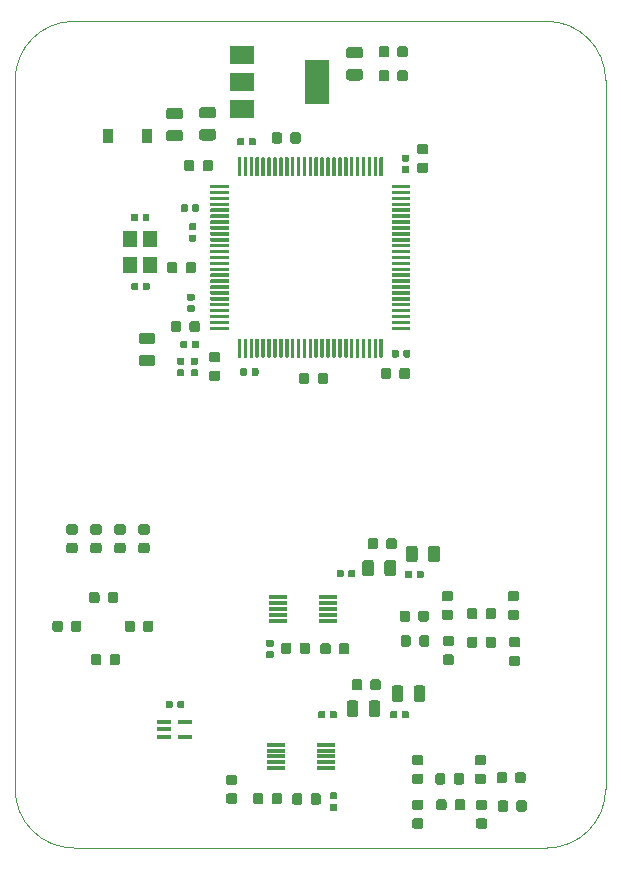
<source format=gbr>
%TF.GenerationSoftware,KiCad,Pcbnew,(5.1.5-0-10_14)*%
%TF.CreationDate,2021-01-01T10:31:15-05:00*%
%TF.ProjectId,E90,4539302e-6b69-4636-9164-5f7063625858,rev?*%
%TF.SameCoordinates,Original*%
%TF.FileFunction,Paste,Top*%
%TF.FilePolarity,Positive*%
%FSLAX46Y46*%
G04 Gerber Fmt 4.6, Leading zero omitted, Abs format (unit mm)*
G04 Created by KiCad (PCBNEW (5.1.5-0-10_14)) date 2021-01-01 10:31:15*
%MOMM*%
%LPD*%
G04 APERTURE LIST*
%ADD10C,0.050000*%
%ADD11C,0.100000*%
%ADD12R,0.900000X1.200000*%
%ADD13R,1.200000X1.400000*%
%ADD14R,2.000000X3.800000*%
%ADD15R,2.000000X1.500000*%
%ADD16R,1.500000X0.300000*%
%ADD17R,1.168400X0.355600*%
G04 APERTURE END LIST*
D10*
X50000000Y-55000000D02*
G75*
G02X55000000Y-50000000I5000000J0D01*
G01*
X95000000Y-50000000D02*
G75*
G02X100000000Y-55000000I0J-5000000D01*
G01*
X55000000Y-120000000D02*
G75*
G02X50000000Y-115000000I0J5000000D01*
G01*
X100000000Y-115000000D02*
G75*
G02X95000000Y-120000000I-5000000J0D01*
G01*
X100000000Y-55000000D02*
X100000000Y-115000000D01*
X95000000Y-50000000D02*
X95000000Y-50000000D01*
X55000000Y-120000000D02*
X95000000Y-120000000D01*
X50000000Y-115000000D02*
X50000000Y-110000000D01*
X55000000Y-50000000D02*
X95000000Y-50000000D01*
X50000000Y-110000000D02*
X50000000Y-55000000D01*
D11*
G36*
X76290191Y-79766053D02*
G01*
X76311426Y-79769203D01*
X76332250Y-79774419D01*
X76352462Y-79781651D01*
X76371868Y-79790830D01*
X76390281Y-79801866D01*
X76407524Y-79814654D01*
X76423430Y-79829070D01*
X76437846Y-79844976D01*
X76450634Y-79862219D01*
X76461670Y-79880632D01*
X76470849Y-79900038D01*
X76478081Y-79920250D01*
X76483297Y-79941074D01*
X76486447Y-79962309D01*
X76487500Y-79983750D01*
X76487500Y-80496250D01*
X76486447Y-80517691D01*
X76483297Y-80538926D01*
X76478081Y-80559750D01*
X76470849Y-80579962D01*
X76461670Y-80599368D01*
X76450634Y-80617781D01*
X76437846Y-80635024D01*
X76423430Y-80650930D01*
X76407524Y-80665346D01*
X76390281Y-80678134D01*
X76371868Y-80689170D01*
X76352462Y-80698349D01*
X76332250Y-80705581D01*
X76311426Y-80710797D01*
X76290191Y-80713947D01*
X76268750Y-80715000D01*
X75831250Y-80715000D01*
X75809809Y-80713947D01*
X75788574Y-80710797D01*
X75767750Y-80705581D01*
X75747538Y-80698349D01*
X75728132Y-80689170D01*
X75709719Y-80678134D01*
X75692476Y-80665346D01*
X75676570Y-80650930D01*
X75662154Y-80635024D01*
X75649366Y-80617781D01*
X75638330Y-80599368D01*
X75629151Y-80579962D01*
X75621919Y-80559750D01*
X75616703Y-80538926D01*
X75613553Y-80517691D01*
X75612500Y-80496250D01*
X75612500Y-79983750D01*
X75613553Y-79962309D01*
X75616703Y-79941074D01*
X75621919Y-79920250D01*
X75629151Y-79900038D01*
X75638330Y-79880632D01*
X75649366Y-79862219D01*
X75662154Y-79844976D01*
X75676570Y-79829070D01*
X75692476Y-79814654D01*
X75709719Y-79801866D01*
X75728132Y-79790830D01*
X75747538Y-79781651D01*
X75767750Y-79774419D01*
X75788574Y-79769203D01*
X75809809Y-79766053D01*
X75831250Y-79765000D01*
X76268750Y-79765000D01*
X76290191Y-79766053D01*
G37*
G36*
X74715191Y-79766053D02*
G01*
X74736426Y-79769203D01*
X74757250Y-79774419D01*
X74777462Y-79781651D01*
X74796868Y-79790830D01*
X74815281Y-79801866D01*
X74832524Y-79814654D01*
X74848430Y-79829070D01*
X74862846Y-79844976D01*
X74875634Y-79862219D01*
X74886670Y-79880632D01*
X74895849Y-79900038D01*
X74903081Y-79920250D01*
X74908297Y-79941074D01*
X74911447Y-79962309D01*
X74912500Y-79983750D01*
X74912500Y-80496250D01*
X74911447Y-80517691D01*
X74908297Y-80538926D01*
X74903081Y-80559750D01*
X74895849Y-80579962D01*
X74886670Y-80599368D01*
X74875634Y-80617781D01*
X74862846Y-80635024D01*
X74848430Y-80650930D01*
X74832524Y-80665346D01*
X74815281Y-80678134D01*
X74796868Y-80689170D01*
X74777462Y-80698349D01*
X74757250Y-80705581D01*
X74736426Y-80710797D01*
X74715191Y-80713947D01*
X74693750Y-80715000D01*
X74256250Y-80715000D01*
X74234809Y-80713947D01*
X74213574Y-80710797D01*
X74192750Y-80705581D01*
X74172538Y-80698349D01*
X74153132Y-80689170D01*
X74134719Y-80678134D01*
X74117476Y-80665346D01*
X74101570Y-80650930D01*
X74087154Y-80635024D01*
X74074366Y-80617781D01*
X74063330Y-80599368D01*
X74054151Y-80579962D01*
X74046919Y-80559750D01*
X74041703Y-80538926D01*
X74038553Y-80517691D01*
X74037500Y-80496250D01*
X74037500Y-79983750D01*
X74038553Y-79962309D01*
X74041703Y-79941074D01*
X74046919Y-79920250D01*
X74054151Y-79900038D01*
X74063330Y-79880632D01*
X74074366Y-79862219D01*
X74087154Y-79844976D01*
X74101570Y-79829070D01*
X74117476Y-79814654D01*
X74134719Y-79801866D01*
X74153132Y-79790830D01*
X74172538Y-79781651D01*
X74192750Y-79774419D01*
X74213574Y-79769203D01*
X74234809Y-79766053D01*
X74256250Y-79765000D01*
X74693750Y-79765000D01*
X74715191Y-79766053D01*
G37*
G36*
X68057351Y-63850361D02*
G01*
X68064632Y-63851441D01*
X68071771Y-63853229D01*
X68078701Y-63855709D01*
X68085355Y-63858856D01*
X68091668Y-63862640D01*
X68097579Y-63867024D01*
X68103033Y-63871967D01*
X68107976Y-63877421D01*
X68112360Y-63883332D01*
X68116144Y-63889645D01*
X68119291Y-63896299D01*
X68121771Y-63903229D01*
X68123559Y-63910368D01*
X68124639Y-63917649D01*
X68125000Y-63925000D01*
X68125000Y-64075000D01*
X68124639Y-64082351D01*
X68123559Y-64089632D01*
X68121771Y-64096771D01*
X68119291Y-64103701D01*
X68116144Y-64110355D01*
X68112360Y-64116668D01*
X68107976Y-64122579D01*
X68103033Y-64128033D01*
X68097579Y-64132976D01*
X68091668Y-64137360D01*
X68085355Y-64141144D01*
X68078701Y-64144291D01*
X68071771Y-64146771D01*
X68064632Y-64148559D01*
X68057351Y-64149639D01*
X68050000Y-64150000D01*
X66600000Y-64150000D01*
X66592649Y-64149639D01*
X66585368Y-64148559D01*
X66578229Y-64146771D01*
X66571299Y-64144291D01*
X66564645Y-64141144D01*
X66558332Y-64137360D01*
X66552421Y-64132976D01*
X66546967Y-64128033D01*
X66542024Y-64122579D01*
X66537640Y-64116668D01*
X66533856Y-64110355D01*
X66530709Y-64103701D01*
X66528229Y-64096771D01*
X66526441Y-64089632D01*
X66525361Y-64082351D01*
X66525000Y-64075000D01*
X66525000Y-63925000D01*
X66525361Y-63917649D01*
X66526441Y-63910368D01*
X66528229Y-63903229D01*
X66530709Y-63896299D01*
X66533856Y-63889645D01*
X66537640Y-63883332D01*
X66542024Y-63877421D01*
X66546967Y-63871967D01*
X66552421Y-63867024D01*
X66558332Y-63862640D01*
X66564645Y-63858856D01*
X66571299Y-63855709D01*
X66578229Y-63853229D01*
X66585368Y-63851441D01*
X66592649Y-63850361D01*
X66600000Y-63850000D01*
X68050000Y-63850000D01*
X68057351Y-63850361D01*
G37*
G36*
X68057351Y-64350361D02*
G01*
X68064632Y-64351441D01*
X68071771Y-64353229D01*
X68078701Y-64355709D01*
X68085355Y-64358856D01*
X68091668Y-64362640D01*
X68097579Y-64367024D01*
X68103033Y-64371967D01*
X68107976Y-64377421D01*
X68112360Y-64383332D01*
X68116144Y-64389645D01*
X68119291Y-64396299D01*
X68121771Y-64403229D01*
X68123559Y-64410368D01*
X68124639Y-64417649D01*
X68125000Y-64425000D01*
X68125000Y-64575000D01*
X68124639Y-64582351D01*
X68123559Y-64589632D01*
X68121771Y-64596771D01*
X68119291Y-64603701D01*
X68116144Y-64610355D01*
X68112360Y-64616668D01*
X68107976Y-64622579D01*
X68103033Y-64628033D01*
X68097579Y-64632976D01*
X68091668Y-64637360D01*
X68085355Y-64641144D01*
X68078701Y-64644291D01*
X68071771Y-64646771D01*
X68064632Y-64648559D01*
X68057351Y-64649639D01*
X68050000Y-64650000D01*
X66600000Y-64650000D01*
X66592649Y-64649639D01*
X66585368Y-64648559D01*
X66578229Y-64646771D01*
X66571299Y-64644291D01*
X66564645Y-64641144D01*
X66558332Y-64637360D01*
X66552421Y-64632976D01*
X66546967Y-64628033D01*
X66542024Y-64622579D01*
X66537640Y-64616668D01*
X66533856Y-64610355D01*
X66530709Y-64603701D01*
X66528229Y-64596771D01*
X66526441Y-64589632D01*
X66525361Y-64582351D01*
X66525000Y-64575000D01*
X66525000Y-64425000D01*
X66525361Y-64417649D01*
X66526441Y-64410368D01*
X66528229Y-64403229D01*
X66530709Y-64396299D01*
X66533856Y-64389645D01*
X66537640Y-64383332D01*
X66542024Y-64377421D01*
X66546967Y-64371967D01*
X66552421Y-64367024D01*
X66558332Y-64362640D01*
X66564645Y-64358856D01*
X66571299Y-64355709D01*
X66578229Y-64353229D01*
X66585368Y-64351441D01*
X66592649Y-64350361D01*
X66600000Y-64350000D01*
X68050000Y-64350000D01*
X68057351Y-64350361D01*
G37*
G36*
X68057351Y-64850361D02*
G01*
X68064632Y-64851441D01*
X68071771Y-64853229D01*
X68078701Y-64855709D01*
X68085355Y-64858856D01*
X68091668Y-64862640D01*
X68097579Y-64867024D01*
X68103033Y-64871967D01*
X68107976Y-64877421D01*
X68112360Y-64883332D01*
X68116144Y-64889645D01*
X68119291Y-64896299D01*
X68121771Y-64903229D01*
X68123559Y-64910368D01*
X68124639Y-64917649D01*
X68125000Y-64925000D01*
X68125000Y-65075000D01*
X68124639Y-65082351D01*
X68123559Y-65089632D01*
X68121771Y-65096771D01*
X68119291Y-65103701D01*
X68116144Y-65110355D01*
X68112360Y-65116668D01*
X68107976Y-65122579D01*
X68103033Y-65128033D01*
X68097579Y-65132976D01*
X68091668Y-65137360D01*
X68085355Y-65141144D01*
X68078701Y-65144291D01*
X68071771Y-65146771D01*
X68064632Y-65148559D01*
X68057351Y-65149639D01*
X68050000Y-65150000D01*
X66600000Y-65150000D01*
X66592649Y-65149639D01*
X66585368Y-65148559D01*
X66578229Y-65146771D01*
X66571299Y-65144291D01*
X66564645Y-65141144D01*
X66558332Y-65137360D01*
X66552421Y-65132976D01*
X66546967Y-65128033D01*
X66542024Y-65122579D01*
X66537640Y-65116668D01*
X66533856Y-65110355D01*
X66530709Y-65103701D01*
X66528229Y-65096771D01*
X66526441Y-65089632D01*
X66525361Y-65082351D01*
X66525000Y-65075000D01*
X66525000Y-64925000D01*
X66525361Y-64917649D01*
X66526441Y-64910368D01*
X66528229Y-64903229D01*
X66530709Y-64896299D01*
X66533856Y-64889645D01*
X66537640Y-64883332D01*
X66542024Y-64877421D01*
X66546967Y-64871967D01*
X66552421Y-64867024D01*
X66558332Y-64862640D01*
X66564645Y-64858856D01*
X66571299Y-64855709D01*
X66578229Y-64853229D01*
X66585368Y-64851441D01*
X66592649Y-64850361D01*
X66600000Y-64850000D01*
X68050000Y-64850000D01*
X68057351Y-64850361D01*
G37*
G36*
X68057351Y-65350361D02*
G01*
X68064632Y-65351441D01*
X68071771Y-65353229D01*
X68078701Y-65355709D01*
X68085355Y-65358856D01*
X68091668Y-65362640D01*
X68097579Y-65367024D01*
X68103033Y-65371967D01*
X68107976Y-65377421D01*
X68112360Y-65383332D01*
X68116144Y-65389645D01*
X68119291Y-65396299D01*
X68121771Y-65403229D01*
X68123559Y-65410368D01*
X68124639Y-65417649D01*
X68125000Y-65425000D01*
X68125000Y-65575000D01*
X68124639Y-65582351D01*
X68123559Y-65589632D01*
X68121771Y-65596771D01*
X68119291Y-65603701D01*
X68116144Y-65610355D01*
X68112360Y-65616668D01*
X68107976Y-65622579D01*
X68103033Y-65628033D01*
X68097579Y-65632976D01*
X68091668Y-65637360D01*
X68085355Y-65641144D01*
X68078701Y-65644291D01*
X68071771Y-65646771D01*
X68064632Y-65648559D01*
X68057351Y-65649639D01*
X68050000Y-65650000D01*
X66600000Y-65650000D01*
X66592649Y-65649639D01*
X66585368Y-65648559D01*
X66578229Y-65646771D01*
X66571299Y-65644291D01*
X66564645Y-65641144D01*
X66558332Y-65637360D01*
X66552421Y-65632976D01*
X66546967Y-65628033D01*
X66542024Y-65622579D01*
X66537640Y-65616668D01*
X66533856Y-65610355D01*
X66530709Y-65603701D01*
X66528229Y-65596771D01*
X66526441Y-65589632D01*
X66525361Y-65582351D01*
X66525000Y-65575000D01*
X66525000Y-65425000D01*
X66525361Y-65417649D01*
X66526441Y-65410368D01*
X66528229Y-65403229D01*
X66530709Y-65396299D01*
X66533856Y-65389645D01*
X66537640Y-65383332D01*
X66542024Y-65377421D01*
X66546967Y-65371967D01*
X66552421Y-65367024D01*
X66558332Y-65362640D01*
X66564645Y-65358856D01*
X66571299Y-65355709D01*
X66578229Y-65353229D01*
X66585368Y-65351441D01*
X66592649Y-65350361D01*
X66600000Y-65350000D01*
X68050000Y-65350000D01*
X68057351Y-65350361D01*
G37*
G36*
X68057351Y-65850361D02*
G01*
X68064632Y-65851441D01*
X68071771Y-65853229D01*
X68078701Y-65855709D01*
X68085355Y-65858856D01*
X68091668Y-65862640D01*
X68097579Y-65867024D01*
X68103033Y-65871967D01*
X68107976Y-65877421D01*
X68112360Y-65883332D01*
X68116144Y-65889645D01*
X68119291Y-65896299D01*
X68121771Y-65903229D01*
X68123559Y-65910368D01*
X68124639Y-65917649D01*
X68125000Y-65925000D01*
X68125000Y-66075000D01*
X68124639Y-66082351D01*
X68123559Y-66089632D01*
X68121771Y-66096771D01*
X68119291Y-66103701D01*
X68116144Y-66110355D01*
X68112360Y-66116668D01*
X68107976Y-66122579D01*
X68103033Y-66128033D01*
X68097579Y-66132976D01*
X68091668Y-66137360D01*
X68085355Y-66141144D01*
X68078701Y-66144291D01*
X68071771Y-66146771D01*
X68064632Y-66148559D01*
X68057351Y-66149639D01*
X68050000Y-66150000D01*
X66600000Y-66150000D01*
X66592649Y-66149639D01*
X66585368Y-66148559D01*
X66578229Y-66146771D01*
X66571299Y-66144291D01*
X66564645Y-66141144D01*
X66558332Y-66137360D01*
X66552421Y-66132976D01*
X66546967Y-66128033D01*
X66542024Y-66122579D01*
X66537640Y-66116668D01*
X66533856Y-66110355D01*
X66530709Y-66103701D01*
X66528229Y-66096771D01*
X66526441Y-66089632D01*
X66525361Y-66082351D01*
X66525000Y-66075000D01*
X66525000Y-65925000D01*
X66525361Y-65917649D01*
X66526441Y-65910368D01*
X66528229Y-65903229D01*
X66530709Y-65896299D01*
X66533856Y-65889645D01*
X66537640Y-65883332D01*
X66542024Y-65877421D01*
X66546967Y-65871967D01*
X66552421Y-65867024D01*
X66558332Y-65862640D01*
X66564645Y-65858856D01*
X66571299Y-65855709D01*
X66578229Y-65853229D01*
X66585368Y-65851441D01*
X66592649Y-65850361D01*
X66600000Y-65850000D01*
X68050000Y-65850000D01*
X68057351Y-65850361D01*
G37*
G36*
X68057351Y-66350361D02*
G01*
X68064632Y-66351441D01*
X68071771Y-66353229D01*
X68078701Y-66355709D01*
X68085355Y-66358856D01*
X68091668Y-66362640D01*
X68097579Y-66367024D01*
X68103033Y-66371967D01*
X68107976Y-66377421D01*
X68112360Y-66383332D01*
X68116144Y-66389645D01*
X68119291Y-66396299D01*
X68121771Y-66403229D01*
X68123559Y-66410368D01*
X68124639Y-66417649D01*
X68125000Y-66425000D01*
X68125000Y-66575000D01*
X68124639Y-66582351D01*
X68123559Y-66589632D01*
X68121771Y-66596771D01*
X68119291Y-66603701D01*
X68116144Y-66610355D01*
X68112360Y-66616668D01*
X68107976Y-66622579D01*
X68103033Y-66628033D01*
X68097579Y-66632976D01*
X68091668Y-66637360D01*
X68085355Y-66641144D01*
X68078701Y-66644291D01*
X68071771Y-66646771D01*
X68064632Y-66648559D01*
X68057351Y-66649639D01*
X68050000Y-66650000D01*
X66600000Y-66650000D01*
X66592649Y-66649639D01*
X66585368Y-66648559D01*
X66578229Y-66646771D01*
X66571299Y-66644291D01*
X66564645Y-66641144D01*
X66558332Y-66637360D01*
X66552421Y-66632976D01*
X66546967Y-66628033D01*
X66542024Y-66622579D01*
X66537640Y-66616668D01*
X66533856Y-66610355D01*
X66530709Y-66603701D01*
X66528229Y-66596771D01*
X66526441Y-66589632D01*
X66525361Y-66582351D01*
X66525000Y-66575000D01*
X66525000Y-66425000D01*
X66525361Y-66417649D01*
X66526441Y-66410368D01*
X66528229Y-66403229D01*
X66530709Y-66396299D01*
X66533856Y-66389645D01*
X66537640Y-66383332D01*
X66542024Y-66377421D01*
X66546967Y-66371967D01*
X66552421Y-66367024D01*
X66558332Y-66362640D01*
X66564645Y-66358856D01*
X66571299Y-66355709D01*
X66578229Y-66353229D01*
X66585368Y-66351441D01*
X66592649Y-66350361D01*
X66600000Y-66350000D01*
X68050000Y-66350000D01*
X68057351Y-66350361D01*
G37*
G36*
X68057351Y-66850361D02*
G01*
X68064632Y-66851441D01*
X68071771Y-66853229D01*
X68078701Y-66855709D01*
X68085355Y-66858856D01*
X68091668Y-66862640D01*
X68097579Y-66867024D01*
X68103033Y-66871967D01*
X68107976Y-66877421D01*
X68112360Y-66883332D01*
X68116144Y-66889645D01*
X68119291Y-66896299D01*
X68121771Y-66903229D01*
X68123559Y-66910368D01*
X68124639Y-66917649D01*
X68125000Y-66925000D01*
X68125000Y-67075000D01*
X68124639Y-67082351D01*
X68123559Y-67089632D01*
X68121771Y-67096771D01*
X68119291Y-67103701D01*
X68116144Y-67110355D01*
X68112360Y-67116668D01*
X68107976Y-67122579D01*
X68103033Y-67128033D01*
X68097579Y-67132976D01*
X68091668Y-67137360D01*
X68085355Y-67141144D01*
X68078701Y-67144291D01*
X68071771Y-67146771D01*
X68064632Y-67148559D01*
X68057351Y-67149639D01*
X68050000Y-67150000D01*
X66600000Y-67150000D01*
X66592649Y-67149639D01*
X66585368Y-67148559D01*
X66578229Y-67146771D01*
X66571299Y-67144291D01*
X66564645Y-67141144D01*
X66558332Y-67137360D01*
X66552421Y-67132976D01*
X66546967Y-67128033D01*
X66542024Y-67122579D01*
X66537640Y-67116668D01*
X66533856Y-67110355D01*
X66530709Y-67103701D01*
X66528229Y-67096771D01*
X66526441Y-67089632D01*
X66525361Y-67082351D01*
X66525000Y-67075000D01*
X66525000Y-66925000D01*
X66525361Y-66917649D01*
X66526441Y-66910368D01*
X66528229Y-66903229D01*
X66530709Y-66896299D01*
X66533856Y-66889645D01*
X66537640Y-66883332D01*
X66542024Y-66877421D01*
X66546967Y-66871967D01*
X66552421Y-66867024D01*
X66558332Y-66862640D01*
X66564645Y-66858856D01*
X66571299Y-66855709D01*
X66578229Y-66853229D01*
X66585368Y-66851441D01*
X66592649Y-66850361D01*
X66600000Y-66850000D01*
X68050000Y-66850000D01*
X68057351Y-66850361D01*
G37*
G36*
X68057351Y-67350361D02*
G01*
X68064632Y-67351441D01*
X68071771Y-67353229D01*
X68078701Y-67355709D01*
X68085355Y-67358856D01*
X68091668Y-67362640D01*
X68097579Y-67367024D01*
X68103033Y-67371967D01*
X68107976Y-67377421D01*
X68112360Y-67383332D01*
X68116144Y-67389645D01*
X68119291Y-67396299D01*
X68121771Y-67403229D01*
X68123559Y-67410368D01*
X68124639Y-67417649D01*
X68125000Y-67425000D01*
X68125000Y-67575000D01*
X68124639Y-67582351D01*
X68123559Y-67589632D01*
X68121771Y-67596771D01*
X68119291Y-67603701D01*
X68116144Y-67610355D01*
X68112360Y-67616668D01*
X68107976Y-67622579D01*
X68103033Y-67628033D01*
X68097579Y-67632976D01*
X68091668Y-67637360D01*
X68085355Y-67641144D01*
X68078701Y-67644291D01*
X68071771Y-67646771D01*
X68064632Y-67648559D01*
X68057351Y-67649639D01*
X68050000Y-67650000D01*
X66600000Y-67650000D01*
X66592649Y-67649639D01*
X66585368Y-67648559D01*
X66578229Y-67646771D01*
X66571299Y-67644291D01*
X66564645Y-67641144D01*
X66558332Y-67637360D01*
X66552421Y-67632976D01*
X66546967Y-67628033D01*
X66542024Y-67622579D01*
X66537640Y-67616668D01*
X66533856Y-67610355D01*
X66530709Y-67603701D01*
X66528229Y-67596771D01*
X66526441Y-67589632D01*
X66525361Y-67582351D01*
X66525000Y-67575000D01*
X66525000Y-67425000D01*
X66525361Y-67417649D01*
X66526441Y-67410368D01*
X66528229Y-67403229D01*
X66530709Y-67396299D01*
X66533856Y-67389645D01*
X66537640Y-67383332D01*
X66542024Y-67377421D01*
X66546967Y-67371967D01*
X66552421Y-67367024D01*
X66558332Y-67362640D01*
X66564645Y-67358856D01*
X66571299Y-67355709D01*
X66578229Y-67353229D01*
X66585368Y-67351441D01*
X66592649Y-67350361D01*
X66600000Y-67350000D01*
X68050000Y-67350000D01*
X68057351Y-67350361D01*
G37*
G36*
X68057351Y-67850361D02*
G01*
X68064632Y-67851441D01*
X68071771Y-67853229D01*
X68078701Y-67855709D01*
X68085355Y-67858856D01*
X68091668Y-67862640D01*
X68097579Y-67867024D01*
X68103033Y-67871967D01*
X68107976Y-67877421D01*
X68112360Y-67883332D01*
X68116144Y-67889645D01*
X68119291Y-67896299D01*
X68121771Y-67903229D01*
X68123559Y-67910368D01*
X68124639Y-67917649D01*
X68125000Y-67925000D01*
X68125000Y-68075000D01*
X68124639Y-68082351D01*
X68123559Y-68089632D01*
X68121771Y-68096771D01*
X68119291Y-68103701D01*
X68116144Y-68110355D01*
X68112360Y-68116668D01*
X68107976Y-68122579D01*
X68103033Y-68128033D01*
X68097579Y-68132976D01*
X68091668Y-68137360D01*
X68085355Y-68141144D01*
X68078701Y-68144291D01*
X68071771Y-68146771D01*
X68064632Y-68148559D01*
X68057351Y-68149639D01*
X68050000Y-68150000D01*
X66600000Y-68150000D01*
X66592649Y-68149639D01*
X66585368Y-68148559D01*
X66578229Y-68146771D01*
X66571299Y-68144291D01*
X66564645Y-68141144D01*
X66558332Y-68137360D01*
X66552421Y-68132976D01*
X66546967Y-68128033D01*
X66542024Y-68122579D01*
X66537640Y-68116668D01*
X66533856Y-68110355D01*
X66530709Y-68103701D01*
X66528229Y-68096771D01*
X66526441Y-68089632D01*
X66525361Y-68082351D01*
X66525000Y-68075000D01*
X66525000Y-67925000D01*
X66525361Y-67917649D01*
X66526441Y-67910368D01*
X66528229Y-67903229D01*
X66530709Y-67896299D01*
X66533856Y-67889645D01*
X66537640Y-67883332D01*
X66542024Y-67877421D01*
X66546967Y-67871967D01*
X66552421Y-67867024D01*
X66558332Y-67862640D01*
X66564645Y-67858856D01*
X66571299Y-67855709D01*
X66578229Y-67853229D01*
X66585368Y-67851441D01*
X66592649Y-67850361D01*
X66600000Y-67850000D01*
X68050000Y-67850000D01*
X68057351Y-67850361D01*
G37*
G36*
X68057351Y-68350361D02*
G01*
X68064632Y-68351441D01*
X68071771Y-68353229D01*
X68078701Y-68355709D01*
X68085355Y-68358856D01*
X68091668Y-68362640D01*
X68097579Y-68367024D01*
X68103033Y-68371967D01*
X68107976Y-68377421D01*
X68112360Y-68383332D01*
X68116144Y-68389645D01*
X68119291Y-68396299D01*
X68121771Y-68403229D01*
X68123559Y-68410368D01*
X68124639Y-68417649D01*
X68125000Y-68425000D01*
X68125000Y-68575000D01*
X68124639Y-68582351D01*
X68123559Y-68589632D01*
X68121771Y-68596771D01*
X68119291Y-68603701D01*
X68116144Y-68610355D01*
X68112360Y-68616668D01*
X68107976Y-68622579D01*
X68103033Y-68628033D01*
X68097579Y-68632976D01*
X68091668Y-68637360D01*
X68085355Y-68641144D01*
X68078701Y-68644291D01*
X68071771Y-68646771D01*
X68064632Y-68648559D01*
X68057351Y-68649639D01*
X68050000Y-68650000D01*
X66600000Y-68650000D01*
X66592649Y-68649639D01*
X66585368Y-68648559D01*
X66578229Y-68646771D01*
X66571299Y-68644291D01*
X66564645Y-68641144D01*
X66558332Y-68637360D01*
X66552421Y-68632976D01*
X66546967Y-68628033D01*
X66542024Y-68622579D01*
X66537640Y-68616668D01*
X66533856Y-68610355D01*
X66530709Y-68603701D01*
X66528229Y-68596771D01*
X66526441Y-68589632D01*
X66525361Y-68582351D01*
X66525000Y-68575000D01*
X66525000Y-68425000D01*
X66525361Y-68417649D01*
X66526441Y-68410368D01*
X66528229Y-68403229D01*
X66530709Y-68396299D01*
X66533856Y-68389645D01*
X66537640Y-68383332D01*
X66542024Y-68377421D01*
X66546967Y-68371967D01*
X66552421Y-68367024D01*
X66558332Y-68362640D01*
X66564645Y-68358856D01*
X66571299Y-68355709D01*
X66578229Y-68353229D01*
X66585368Y-68351441D01*
X66592649Y-68350361D01*
X66600000Y-68350000D01*
X68050000Y-68350000D01*
X68057351Y-68350361D01*
G37*
G36*
X68057351Y-68850361D02*
G01*
X68064632Y-68851441D01*
X68071771Y-68853229D01*
X68078701Y-68855709D01*
X68085355Y-68858856D01*
X68091668Y-68862640D01*
X68097579Y-68867024D01*
X68103033Y-68871967D01*
X68107976Y-68877421D01*
X68112360Y-68883332D01*
X68116144Y-68889645D01*
X68119291Y-68896299D01*
X68121771Y-68903229D01*
X68123559Y-68910368D01*
X68124639Y-68917649D01*
X68125000Y-68925000D01*
X68125000Y-69075000D01*
X68124639Y-69082351D01*
X68123559Y-69089632D01*
X68121771Y-69096771D01*
X68119291Y-69103701D01*
X68116144Y-69110355D01*
X68112360Y-69116668D01*
X68107976Y-69122579D01*
X68103033Y-69128033D01*
X68097579Y-69132976D01*
X68091668Y-69137360D01*
X68085355Y-69141144D01*
X68078701Y-69144291D01*
X68071771Y-69146771D01*
X68064632Y-69148559D01*
X68057351Y-69149639D01*
X68050000Y-69150000D01*
X66600000Y-69150000D01*
X66592649Y-69149639D01*
X66585368Y-69148559D01*
X66578229Y-69146771D01*
X66571299Y-69144291D01*
X66564645Y-69141144D01*
X66558332Y-69137360D01*
X66552421Y-69132976D01*
X66546967Y-69128033D01*
X66542024Y-69122579D01*
X66537640Y-69116668D01*
X66533856Y-69110355D01*
X66530709Y-69103701D01*
X66528229Y-69096771D01*
X66526441Y-69089632D01*
X66525361Y-69082351D01*
X66525000Y-69075000D01*
X66525000Y-68925000D01*
X66525361Y-68917649D01*
X66526441Y-68910368D01*
X66528229Y-68903229D01*
X66530709Y-68896299D01*
X66533856Y-68889645D01*
X66537640Y-68883332D01*
X66542024Y-68877421D01*
X66546967Y-68871967D01*
X66552421Y-68867024D01*
X66558332Y-68862640D01*
X66564645Y-68858856D01*
X66571299Y-68855709D01*
X66578229Y-68853229D01*
X66585368Y-68851441D01*
X66592649Y-68850361D01*
X66600000Y-68850000D01*
X68050000Y-68850000D01*
X68057351Y-68850361D01*
G37*
G36*
X68057351Y-69350361D02*
G01*
X68064632Y-69351441D01*
X68071771Y-69353229D01*
X68078701Y-69355709D01*
X68085355Y-69358856D01*
X68091668Y-69362640D01*
X68097579Y-69367024D01*
X68103033Y-69371967D01*
X68107976Y-69377421D01*
X68112360Y-69383332D01*
X68116144Y-69389645D01*
X68119291Y-69396299D01*
X68121771Y-69403229D01*
X68123559Y-69410368D01*
X68124639Y-69417649D01*
X68125000Y-69425000D01*
X68125000Y-69575000D01*
X68124639Y-69582351D01*
X68123559Y-69589632D01*
X68121771Y-69596771D01*
X68119291Y-69603701D01*
X68116144Y-69610355D01*
X68112360Y-69616668D01*
X68107976Y-69622579D01*
X68103033Y-69628033D01*
X68097579Y-69632976D01*
X68091668Y-69637360D01*
X68085355Y-69641144D01*
X68078701Y-69644291D01*
X68071771Y-69646771D01*
X68064632Y-69648559D01*
X68057351Y-69649639D01*
X68050000Y-69650000D01*
X66600000Y-69650000D01*
X66592649Y-69649639D01*
X66585368Y-69648559D01*
X66578229Y-69646771D01*
X66571299Y-69644291D01*
X66564645Y-69641144D01*
X66558332Y-69637360D01*
X66552421Y-69632976D01*
X66546967Y-69628033D01*
X66542024Y-69622579D01*
X66537640Y-69616668D01*
X66533856Y-69610355D01*
X66530709Y-69603701D01*
X66528229Y-69596771D01*
X66526441Y-69589632D01*
X66525361Y-69582351D01*
X66525000Y-69575000D01*
X66525000Y-69425000D01*
X66525361Y-69417649D01*
X66526441Y-69410368D01*
X66528229Y-69403229D01*
X66530709Y-69396299D01*
X66533856Y-69389645D01*
X66537640Y-69383332D01*
X66542024Y-69377421D01*
X66546967Y-69371967D01*
X66552421Y-69367024D01*
X66558332Y-69362640D01*
X66564645Y-69358856D01*
X66571299Y-69355709D01*
X66578229Y-69353229D01*
X66585368Y-69351441D01*
X66592649Y-69350361D01*
X66600000Y-69350000D01*
X68050000Y-69350000D01*
X68057351Y-69350361D01*
G37*
G36*
X68057351Y-69850361D02*
G01*
X68064632Y-69851441D01*
X68071771Y-69853229D01*
X68078701Y-69855709D01*
X68085355Y-69858856D01*
X68091668Y-69862640D01*
X68097579Y-69867024D01*
X68103033Y-69871967D01*
X68107976Y-69877421D01*
X68112360Y-69883332D01*
X68116144Y-69889645D01*
X68119291Y-69896299D01*
X68121771Y-69903229D01*
X68123559Y-69910368D01*
X68124639Y-69917649D01*
X68125000Y-69925000D01*
X68125000Y-70075000D01*
X68124639Y-70082351D01*
X68123559Y-70089632D01*
X68121771Y-70096771D01*
X68119291Y-70103701D01*
X68116144Y-70110355D01*
X68112360Y-70116668D01*
X68107976Y-70122579D01*
X68103033Y-70128033D01*
X68097579Y-70132976D01*
X68091668Y-70137360D01*
X68085355Y-70141144D01*
X68078701Y-70144291D01*
X68071771Y-70146771D01*
X68064632Y-70148559D01*
X68057351Y-70149639D01*
X68050000Y-70150000D01*
X66600000Y-70150000D01*
X66592649Y-70149639D01*
X66585368Y-70148559D01*
X66578229Y-70146771D01*
X66571299Y-70144291D01*
X66564645Y-70141144D01*
X66558332Y-70137360D01*
X66552421Y-70132976D01*
X66546967Y-70128033D01*
X66542024Y-70122579D01*
X66537640Y-70116668D01*
X66533856Y-70110355D01*
X66530709Y-70103701D01*
X66528229Y-70096771D01*
X66526441Y-70089632D01*
X66525361Y-70082351D01*
X66525000Y-70075000D01*
X66525000Y-69925000D01*
X66525361Y-69917649D01*
X66526441Y-69910368D01*
X66528229Y-69903229D01*
X66530709Y-69896299D01*
X66533856Y-69889645D01*
X66537640Y-69883332D01*
X66542024Y-69877421D01*
X66546967Y-69871967D01*
X66552421Y-69867024D01*
X66558332Y-69862640D01*
X66564645Y-69858856D01*
X66571299Y-69855709D01*
X66578229Y-69853229D01*
X66585368Y-69851441D01*
X66592649Y-69850361D01*
X66600000Y-69850000D01*
X68050000Y-69850000D01*
X68057351Y-69850361D01*
G37*
G36*
X68057351Y-70350361D02*
G01*
X68064632Y-70351441D01*
X68071771Y-70353229D01*
X68078701Y-70355709D01*
X68085355Y-70358856D01*
X68091668Y-70362640D01*
X68097579Y-70367024D01*
X68103033Y-70371967D01*
X68107976Y-70377421D01*
X68112360Y-70383332D01*
X68116144Y-70389645D01*
X68119291Y-70396299D01*
X68121771Y-70403229D01*
X68123559Y-70410368D01*
X68124639Y-70417649D01*
X68125000Y-70425000D01*
X68125000Y-70575000D01*
X68124639Y-70582351D01*
X68123559Y-70589632D01*
X68121771Y-70596771D01*
X68119291Y-70603701D01*
X68116144Y-70610355D01*
X68112360Y-70616668D01*
X68107976Y-70622579D01*
X68103033Y-70628033D01*
X68097579Y-70632976D01*
X68091668Y-70637360D01*
X68085355Y-70641144D01*
X68078701Y-70644291D01*
X68071771Y-70646771D01*
X68064632Y-70648559D01*
X68057351Y-70649639D01*
X68050000Y-70650000D01*
X66600000Y-70650000D01*
X66592649Y-70649639D01*
X66585368Y-70648559D01*
X66578229Y-70646771D01*
X66571299Y-70644291D01*
X66564645Y-70641144D01*
X66558332Y-70637360D01*
X66552421Y-70632976D01*
X66546967Y-70628033D01*
X66542024Y-70622579D01*
X66537640Y-70616668D01*
X66533856Y-70610355D01*
X66530709Y-70603701D01*
X66528229Y-70596771D01*
X66526441Y-70589632D01*
X66525361Y-70582351D01*
X66525000Y-70575000D01*
X66525000Y-70425000D01*
X66525361Y-70417649D01*
X66526441Y-70410368D01*
X66528229Y-70403229D01*
X66530709Y-70396299D01*
X66533856Y-70389645D01*
X66537640Y-70383332D01*
X66542024Y-70377421D01*
X66546967Y-70371967D01*
X66552421Y-70367024D01*
X66558332Y-70362640D01*
X66564645Y-70358856D01*
X66571299Y-70355709D01*
X66578229Y-70353229D01*
X66585368Y-70351441D01*
X66592649Y-70350361D01*
X66600000Y-70350000D01*
X68050000Y-70350000D01*
X68057351Y-70350361D01*
G37*
G36*
X68057351Y-70850361D02*
G01*
X68064632Y-70851441D01*
X68071771Y-70853229D01*
X68078701Y-70855709D01*
X68085355Y-70858856D01*
X68091668Y-70862640D01*
X68097579Y-70867024D01*
X68103033Y-70871967D01*
X68107976Y-70877421D01*
X68112360Y-70883332D01*
X68116144Y-70889645D01*
X68119291Y-70896299D01*
X68121771Y-70903229D01*
X68123559Y-70910368D01*
X68124639Y-70917649D01*
X68125000Y-70925000D01*
X68125000Y-71075000D01*
X68124639Y-71082351D01*
X68123559Y-71089632D01*
X68121771Y-71096771D01*
X68119291Y-71103701D01*
X68116144Y-71110355D01*
X68112360Y-71116668D01*
X68107976Y-71122579D01*
X68103033Y-71128033D01*
X68097579Y-71132976D01*
X68091668Y-71137360D01*
X68085355Y-71141144D01*
X68078701Y-71144291D01*
X68071771Y-71146771D01*
X68064632Y-71148559D01*
X68057351Y-71149639D01*
X68050000Y-71150000D01*
X66600000Y-71150000D01*
X66592649Y-71149639D01*
X66585368Y-71148559D01*
X66578229Y-71146771D01*
X66571299Y-71144291D01*
X66564645Y-71141144D01*
X66558332Y-71137360D01*
X66552421Y-71132976D01*
X66546967Y-71128033D01*
X66542024Y-71122579D01*
X66537640Y-71116668D01*
X66533856Y-71110355D01*
X66530709Y-71103701D01*
X66528229Y-71096771D01*
X66526441Y-71089632D01*
X66525361Y-71082351D01*
X66525000Y-71075000D01*
X66525000Y-70925000D01*
X66525361Y-70917649D01*
X66526441Y-70910368D01*
X66528229Y-70903229D01*
X66530709Y-70896299D01*
X66533856Y-70889645D01*
X66537640Y-70883332D01*
X66542024Y-70877421D01*
X66546967Y-70871967D01*
X66552421Y-70867024D01*
X66558332Y-70862640D01*
X66564645Y-70858856D01*
X66571299Y-70855709D01*
X66578229Y-70853229D01*
X66585368Y-70851441D01*
X66592649Y-70850361D01*
X66600000Y-70850000D01*
X68050000Y-70850000D01*
X68057351Y-70850361D01*
G37*
G36*
X68057351Y-71350361D02*
G01*
X68064632Y-71351441D01*
X68071771Y-71353229D01*
X68078701Y-71355709D01*
X68085355Y-71358856D01*
X68091668Y-71362640D01*
X68097579Y-71367024D01*
X68103033Y-71371967D01*
X68107976Y-71377421D01*
X68112360Y-71383332D01*
X68116144Y-71389645D01*
X68119291Y-71396299D01*
X68121771Y-71403229D01*
X68123559Y-71410368D01*
X68124639Y-71417649D01*
X68125000Y-71425000D01*
X68125000Y-71575000D01*
X68124639Y-71582351D01*
X68123559Y-71589632D01*
X68121771Y-71596771D01*
X68119291Y-71603701D01*
X68116144Y-71610355D01*
X68112360Y-71616668D01*
X68107976Y-71622579D01*
X68103033Y-71628033D01*
X68097579Y-71632976D01*
X68091668Y-71637360D01*
X68085355Y-71641144D01*
X68078701Y-71644291D01*
X68071771Y-71646771D01*
X68064632Y-71648559D01*
X68057351Y-71649639D01*
X68050000Y-71650000D01*
X66600000Y-71650000D01*
X66592649Y-71649639D01*
X66585368Y-71648559D01*
X66578229Y-71646771D01*
X66571299Y-71644291D01*
X66564645Y-71641144D01*
X66558332Y-71637360D01*
X66552421Y-71632976D01*
X66546967Y-71628033D01*
X66542024Y-71622579D01*
X66537640Y-71616668D01*
X66533856Y-71610355D01*
X66530709Y-71603701D01*
X66528229Y-71596771D01*
X66526441Y-71589632D01*
X66525361Y-71582351D01*
X66525000Y-71575000D01*
X66525000Y-71425000D01*
X66525361Y-71417649D01*
X66526441Y-71410368D01*
X66528229Y-71403229D01*
X66530709Y-71396299D01*
X66533856Y-71389645D01*
X66537640Y-71383332D01*
X66542024Y-71377421D01*
X66546967Y-71371967D01*
X66552421Y-71367024D01*
X66558332Y-71362640D01*
X66564645Y-71358856D01*
X66571299Y-71355709D01*
X66578229Y-71353229D01*
X66585368Y-71351441D01*
X66592649Y-71350361D01*
X66600000Y-71350000D01*
X68050000Y-71350000D01*
X68057351Y-71350361D01*
G37*
G36*
X68057351Y-71850361D02*
G01*
X68064632Y-71851441D01*
X68071771Y-71853229D01*
X68078701Y-71855709D01*
X68085355Y-71858856D01*
X68091668Y-71862640D01*
X68097579Y-71867024D01*
X68103033Y-71871967D01*
X68107976Y-71877421D01*
X68112360Y-71883332D01*
X68116144Y-71889645D01*
X68119291Y-71896299D01*
X68121771Y-71903229D01*
X68123559Y-71910368D01*
X68124639Y-71917649D01*
X68125000Y-71925000D01*
X68125000Y-72075000D01*
X68124639Y-72082351D01*
X68123559Y-72089632D01*
X68121771Y-72096771D01*
X68119291Y-72103701D01*
X68116144Y-72110355D01*
X68112360Y-72116668D01*
X68107976Y-72122579D01*
X68103033Y-72128033D01*
X68097579Y-72132976D01*
X68091668Y-72137360D01*
X68085355Y-72141144D01*
X68078701Y-72144291D01*
X68071771Y-72146771D01*
X68064632Y-72148559D01*
X68057351Y-72149639D01*
X68050000Y-72150000D01*
X66600000Y-72150000D01*
X66592649Y-72149639D01*
X66585368Y-72148559D01*
X66578229Y-72146771D01*
X66571299Y-72144291D01*
X66564645Y-72141144D01*
X66558332Y-72137360D01*
X66552421Y-72132976D01*
X66546967Y-72128033D01*
X66542024Y-72122579D01*
X66537640Y-72116668D01*
X66533856Y-72110355D01*
X66530709Y-72103701D01*
X66528229Y-72096771D01*
X66526441Y-72089632D01*
X66525361Y-72082351D01*
X66525000Y-72075000D01*
X66525000Y-71925000D01*
X66525361Y-71917649D01*
X66526441Y-71910368D01*
X66528229Y-71903229D01*
X66530709Y-71896299D01*
X66533856Y-71889645D01*
X66537640Y-71883332D01*
X66542024Y-71877421D01*
X66546967Y-71871967D01*
X66552421Y-71867024D01*
X66558332Y-71862640D01*
X66564645Y-71858856D01*
X66571299Y-71855709D01*
X66578229Y-71853229D01*
X66585368Y-71851441D01*
X66592649Y-71850361D01*
X66600000Y-71850000D01*
X68050000Y-71850000D01*
X68057351Y-71850361D01*
G37*
G36*
X68057351Y-72350361D02*
G01*
X68064632Y-72351441D01*
X68071771Y-72353229D01*
X68078701Y-72355709D01*
X68085355Y-72358856D01*
X68091668Y-72362640D01*
X68097579Y-72367024D01*
X68103033Y-72371967D01*
X68107976Y-72377421D01*
X68112360Y-72383332D01*
X68116144Y-72389645D01*
X68119291Y-72396299D01*
X68121771Y-72403229D01*
X68123559Y-72410368D01*
X68124639Y-72417649D01*
X68125000Y-72425000D01*
X68125000Y-72575000D01*
X68124639Y-72582351D01*
X68123559Y-72589632D01*
X68121771Y-72596771D01*
X68119291Y-72603701D01*
X68116144Y-72610355D01*
X68112360Y-72616668D01*
X68107976Y-72622579D01*
X68103033Y-72628033D01*
X68097579Y-72632976D01*
X68091668Y-72637360D01*
X68085355Y-72641144D01*
X68078701Y-72644291D01*
X68071771Y-72646771D01*
X68064632Y-72648559D01*
X68057351Y-72649639D01*
X68050000Y-72650000D01*
X66600000Y-72650000D01*
X66592649Y-72649639D01*
X66585368Y-72648559D01*
X66578229Y-72646771D01*
X66571299Y-72644291D01*
X66564645Y-72641144D01*
X66558332Y-72637360D01*
X66552421Y-72632976D01*
X66546967Y-72628033D01*
X66542024Y-72622579D01*
X66537640Y-72616668D01*
X66533856Y-72610355D01*
X66530709Y-72603701D01*
X66528229Y-72596771D01*
X66526441Y-72589632D01*
X66525361Y-72582351D01*
X66525000Y-72575000D01*
X66525000Y-72425000D01*
X66525361Y-72417649D01*
X66526441Y-72410368D01*
X66528229Y-72403229D01*
X66530709Y-72396299D01*
X66533856Y-72389645D01*
X66537640Y-72383332D01*
X66542024Y-72377421D01*
X66546967Y-72371967D01*
X66552421Y-72367024D01*
X66558332Y-72362640D01*
X66564645Y-72358856D01*
X66571299Y-72355709D01*
X66578229Y-72353229D01*
X66585368Y-72351441D01*
X66592649Y-72350361D01*
X66600000Y-72350000D01*
X68050000Y-72350000D01*
X68057351Y-72350361D01*
G37*
G36*
X68057351Y-72850361D02*
G01*
X68064632Y-72851441D01*
X68071771Y-72853229D01*
X68078701Y-72855709D01*
X68085355Y-72858856D01*
X68091668Y-72862640D01*
X68097579Y-72867024D01*
X68103033Y-72871967D01*
X68107976Y-72877421D01*
X68112360Y-72883332D01*
X68116144Y-72889645D01*
X68119291Y-72896299D01*
X68121771Y-72903229D01*
X68123559Y-72910368D01*
X68124639Y-72917649D01*
X68125000Y-72925000D01*
X68125000Y-73075000D01*
X68124639Y-73082351D01*
X68123559Y-73089632D01*
X68121771Y-73096771D01*
X68119291Y-73103701D01*
X68116144Y-73110355D01*
X68112360Y-73116668D01*
X68107976Y-73122579D01*
X68103033Y-73128033D01*
X68097579Y-73132976D01*
X68091668Y-73137360D01*
X68085355Y-73141144D01*
X68078701Y-73144291D01*
X68071771Y-73146771D01*
X68064632Y-73148559D01*
X68057351Y-73149639D01*
X68050000Y-73150000D01*
X66600000Y-73150000D01*
X66592649Y-73149639D01*
X66585368Y-73148559D01*
X66578229Y-73146771D01*
X66571299Y-73144291D01*
X66564645Y-73141144D01*
X66558332Y-73137360D01*
X66552421Y-73132976D01*
X66546967Y-73128033D01*
X66542024Y-73122579D01*
X66537640Y-73116668D01*
X66533856Y-73110355D01*
X66530709Y-73103701D01*
X66528229Y-73096771D01*
X66526441Y-73089632D01*
X66525361Y-73082351D01*
X66525000Y-73075000D01*
X66525000Y-72925000D01*
X66525361Y-72917649D01*
X66526441Y-72910368D01*
X66528229Y-72903229D01*
X66530709Y-72896299D01*
X66533856Y-72889645D01*
X66537640Y-72883332D01*
X66542024Y-72877421D01*
X66546967Y-72871967D01*
X66552421Y-72867024D01*
X66558332Y-72862640D01*
X66564645Y-72858856D01*
X66571299Y-72855709D01*
X66578229Y-72853229D01*
X66585368Y-72851441D01*
X66592649Y-72850361D01*
X66600000Y-72850000D01*
X68050000Y-72850000D01*
X68057351Y-72850361D01*
G37*
G36*
X68057351Y-73350361D02*
G01*
X68064632Y-73351441D01*
X68071771Y-73353229D01*
X68078701Y-73355709D01*
X68085355Y-73358856D01*
X68091668Y-73362640D01*
X68097579Y-73367024D01*
X68103033Y-73371967D01*
X68107976Y-73377421D01*
X68112360Y-73383332D01*
X68116144Y-73389645D01*
X68119291Y-73396299D01*
X68121771Y-73403229D01*
X68123559Y-73410368D01*
X68124639Y-73417649D01*
X68125000Y-73425000D01*
X68125000Y-73575000D01*
X68124639Y-73582351D01*
X68123559Y-73589632D01*
X68121771Y-73596771D01*
X68119291Y-73603701D01*
X68116144Y-73610355D01*
X68112360Y-73616668D01*
X68107976Y-73622579D01*
X68103033Y-73628033D01*
X68097579Y-73632976D01*
X68091668Y-73637360D01*
X68085355Y-73641144D01*
X68078701Y-73644291D01*
X68071771Y-73646771D01*
X68064632Y-73648559D01*
X68057351Y-73649639D01*
X68050000Y-73650000D01*
X66600000Y-73650000D01*
X66592649Y-73649639D01*
X66585368Y-73648559D01*
X66578229Y-73646771D01*
X66571299Y-73644291D01*
X66564645Y-73641144D01*
X66558332Y-73637360D01*
X66552421Y-73632976D01*
X66546967Y-73628033D01*
X66542024Y-73622579D01*
X66537640Y-73616668D01*
X66533856Y-73610355D01*
X66530709Y-73603701D01*
X66528229Y-73596771D01*
X66526441Y-73589632D01*
X66525361Y-73582351D01*
X66525000Y-73575000D01*
X66525000Y-73425000D01*
X66525361Y-73417649D01*
X66526441Y-73410368D01*
X66528229Y-73403229D01*
X66530709Y-73396299D01*
X66533856Y-73389645D01*
X66537640Y-73383332D01*
X66542024Y-73377421D01*
X66546967Y-73371967D01*
X66552421Y-73367024D01*
X66558332Y-73362640D01*
X66564645Y-73358856D01*
X66571299Y-73355709D01*
X66578229Y-73353229D01*
X66585368Y-73351441D01*
X66592649Y-73350361D01*
X66600000Y-73350000D01*
X68050000Y-73350000D01*
X68057351Y-73350361D01*
G37*
G36*
X68057351Y-73850361D02*
G01*
X68064632Y-73851441D01*
X68071771Y-73853229D01*
X68078701Y-73855709D01*
X68085355Y-73858856D01*
X68091668Y-73862640D01*
X68097579Y-73867024D01*
X68103033Y-73871967D01*
X68107976Y-73877421D01*
X68112360Y-73883332D01*
X68116144Y-73889645D01*
X68119291Y-73896299D01*
X68121771Y-73903229D01*
X68123559Y-73910368D01*
X68124639Y-73917649D01*
X68125000Y-73925000D01*
X68125000Y-74075000D01*
X68124639Y-74082351D01*
X68123559Y-74089632D01*
X68121771Y-74096771D01*
X68119291Y-74103701D01*
X68116144Y-74110355D01*
X68112360Y-74116668D01*
X68107976Y-74122579D01*
X68103033Y-74128033D01*
X68097579Y-74132976D01*
X68091668Y-74137360D01*
X68085355Y-74141144D01*
X68078701Y-74144291D01*
X68071771Y-74146771D01*
X68064632Y-74148559D01*
X68057351Y-74149639D01*
X68050000Y-74150000D01*
X66600000Y-74150000D01*
X66592649Y-74149639D01*
X66585368Y-74148559D01*
X66578229Y-74146771D01*
X66571299Y-74144291D01*
X66564645Y-74141144D01*
X66558332Y-74137360D01*
X66552421Y-74132976D01*
X66546967Y-74128033D01*
X66542024Y-74122579D01*
X66537640Y-74116668D01*
X66533856Y-74110355D01*
X66530709Y-74103701D01*
X66528229Y-74096771D01*
X66526441Y-74089632D01*
X66525361Y-74082351D01*
X66525000Y-74075000D01*
X66525000Y-73925000D01*
X66525361Y-73917649D01*
X66526441Y-73910368D01*
X66528229Y-73903229D01*
X66530709Y-73896299D01*
X66533856Y-73889645D01*
X66537640Y-73883332D01*
X66542024Y-73877421D01*
X66546967Y-73871967D01*
X66552421Y-73867024D01*
X66558332Y-73862640D01*
X66564645Y-73858856D01*
X66571299Y-73855709D01*
X66578229Y-73853229D01*
X66585368Y-73851441D01*
X66592649Y-73850361D01*
X66600000Y-73850000D01*
X68050000Y-73850000D01*
X68057351Y-73850361D01*
G37*
G36*
X68057351Y-74350361D02*
G01*
X68064632Y-74351441D01*
X68071771Y-74353229D01*
X68078701Y-74355709D01*
X68085355Y-74358856D01*
X68091668Y-74362640D01*
X68097579Y-74367024D01*
X68103033Y-74371967D01*
X68107976Y-74377421D01*
X68112360Y-74383332D01*
X68116144Y-74389645D01*
X68119291Y-74396299D01*
X68121771Y-74403229D01*
X68123559Y-74410368D01*
X68124639Y-74417649D01*
X68125000Y-74425000D01*
X68125000Y-74575000D01*
X68124639Y-74582351D01*
X68123559Y-74589632D01*
X68121771Y-74596771D01*
X68119291Y-74603701D01*
X68116144Y-74610355D01*
X68112360Y-74616668D01*
X68107976Y-74622579D01*
X68103033Y-74628033D01*
X68097579Y-74632976D01*
X68091668Y-74637360D01*
X68085355Y-74641144D01*
X68078701Y-74644291D01*
X68071771Y-74646771D01*
X68064632Y-74648559D01*
X68057351Y-74649639D01*
X68050000Y-74650000D01*
X66600000Y-74650000D01*
X66592649Y-74649639D01*
X66585368Y-74648559D01*
X66578229Y-74646771D01*
X66571299Y-74644291D01*
X66564645Y-74641144D01*
X66558332Y-74637360D01*
X66552421Y-74632976D01*
X66546967Y-74628033D01*
X66542024Y-74622579D01*
X66537640Y-74616668D01*
X66533856Y-74610355D01*
X66530709Y-74603701D01*
X66528229Y-74596771D01*
X66526441Y-74589632D01*
X66525361Y-74582351D01*
X66525000Y-74575000D01*
X66525000Y-74425000D01*
X66525361Y-74417649D01*
X66526441Y-74410368D01*
X66528229Y-74403229D01*
X66530709Y-74396299D01*
X66533856Y-74389645D01*
X66537640Y-74383332D01*
X66542024Y-74377421D01*
X66546967Y-74371967D01*
X66552421Y-74367024D01*
X66558332Y-74362640D01*
X66564645Y-74358856D01*
X66571299Y-74355709D01*
X66578229Y-74353229D01*
X66585368Y-74351441D01*
X66592649Y-74350361D01*
X66600000Y-74350000D01*
X68050000Y-74350000D01*
X68057351Y-74350361D01*
G37*
G36*
X68057351Y-74850361D02*
G01*
X68064632Y-74851441D01*
X68071771Y-74853229D01*
X68078701Y-74855709D01*
X68085355Y-74858856D01*
X68091668Y-74862640D01*
X68097579Y-74867024D01*
X68103033Y-74871967D01*
X68107976Y-74877421D01*
X68112360Y-74883332D01*
X68116144Y-74889645D01*
X68119291Y-74896299D01*
X68121771Y-74903229D01*
X68123559Y-74910368D01*
X68124639Y-74917649D01*
X68125000Y-74925000D01*
X68125000Y-75075000D01*
X68124639Y-75082351D01*
X68123559Y-75089632D01*
X68121771Y-75096771D01*
X68119291Y-75103701D01*
X68116144Y-75110355D01*
X68112360Y-75116668D01*
X68107976Y-75122579D01*
X68103033Y-75128033D01*
X68097579Y-75132976D01*
X68091668Y-75137360D01*
X68085355Y-75141144D01*
X68078701Y-75144291D01*
X68071771Y-75146771D01*
X68064632Y-75148559D01*
X68057351Y-75149639D01*
X68050000Y-75150000D01*
X66600000Y-75150000D01*
X66592649Y-75149639D01*
X66585368Y-75148559D01*
X66578229Y-75146771D01*
X66571299Y-75144291D01*
X66564645Y-75141144D01*
X66558332Y-75137360D01*
X66552421Y-75132976D01*
X66546967Y-75128033D01*
X66542024Y-75122579D01*
X66537640Y-75116668D01*
X66533856Y-75110355D01*
X66530709Y-75103701D01*
X66528229Y-75096771D01*
X66526441Y-75089632D01*
X66525361Y-75082351D01*
X66525000Y-75075000D01*
X66525000Y-74925000D01*
X66525361Y-74917649D01*
X66526441Y-74910368D01*
X66528229Y-74903229D01*
X66530709Y-74896299D01*
X66533856Y-74889645D01*
X66537640Y-74883332D01*
X66542024Y-74877421D01*
X66546967Y-74871967D01*
X66552421Y-74867024D01*
X66558332Y-74862640D01*
X66564645Y-74858856D01*
X66571299Y-74855709D01*
X66578229Y-74853229D01*
X66585368Y-74851441D01*
X66592649Y-74850361D01*
X66600000Y-74850000D01*
X68050000Y-74850000D01*
X68057351Y-74850361D01*
G37*
G36*
X68057351Y-75350361D02*
G01*
X68064632Y-75351441D01*
X68071771Y-75353229D01*
X68078701Y-75355709D01*
X68085355Y-75358856D01*
X68091668Y-75362640D01*
X68097579Y-75367024D01*
X68103033Y-75371967D01*
X68107976Y-75377421D01*
X68112360Y-75383332D01*
X68116144Y-75389645D01*
X68119291Y-75396299D01*
X68121771Y-75403229D01*
X68123559Y-75410368D01*
X68124639Y-75417649D01*
X68125000Y-75425000D01*
X68125000Y-75575000D01*
X68124639Y-75582351D01*
X68123559Y-75589632D01*
X68121771Y-75596771D01*
X68119291Y-75603701D01*
X68116144Y-75610355D01*
X68112360Y-75616668D01*
X68107976Y-75622579D01*
X68103033Y-75628033D01*
X68097579Y-75632976D01*
X68091668Y-75637360D01*
X68085355Y-75641144D01*
X68078701Y-75644291D01*
X68071771Y-75646771D01*
X68064632Y-75648559D01*
X68057351Y-75649639D01*
X68050000Y-75650000D01*
X66600000Y-75650000D01*
X66592649Y-75649639D01*
X66585368Y-75648559D01*
X66578229Y-75646771D01*
X66571299Y-75644291D01*
X66564645Y-75641144D01*
X66558332Y-75637360D01*
X66552421Y-75632976D01*
X66546967Y-75628033D01*
X66542024Y-75622579D01*
X66537640Y-75616668D01*
X66533856Y-75610355D01*
X66530709Y-75603701D01*
X66528229Y-75596771D01*
X66526441Y-75589632D01*
X66525361Y-75582351D01*
X66525000Y-75575000D01*
X66525000Y-75425000D01*
X66525361Y-75417649D01*
X66526441Y-75410368D01*
X66528229Y-75403229D01*
X66530709Y-75396299D01*
X66533856Y-75389645D01*
X66537640Y-75383332D01*
X66542024Y-75377421D01*
X66546967Y-75371967D01*
X66552421Y-75367024D01*
X66558332Y-75362640D01*
X66564645Y-75358856D01*
X66571299Y-75355709D01*
X66578229Y-75353229D01*
X66585368Y-75351441D01*
X66592649Y-75350361D01*
X66600000Y-75350000D01*
X68050000Y-75350000D01*
X68057351Y-75350361D01*
G37*
G36*
X68057351Y-75850361D02*
G01*
X68064632Y-75851441D01*
X68071771Y-75853229D01*
X68078701Y-75855709D01*
X68085355Y-75858856D01*
X68091668Y-75862640D01*
X68097579Y-75867024D01*
X68103033Y-75871967D01*
X68107976Y-75877421D01*
X68112360Y-75883332D01*
X68116144Y-75889645D01*
X68119291Y-75896299D01*
X68121771Y-75903229D01*
X68123559Y-75910368D01*
X68124639Y-75917649D01*
X68125000Y-75925000D01*
X68125000Y-76075000D01*
X68124639Y-76082351D01*
X68123559Y-76089632D01*
X68121771Y-76096771D01*
X68119291Y-76103701D01*
X68116144Y-76110355D01*
X68112360Y-76116668D01*
X68107976Y-76122579D01*
X68103033Y-76128033D01*
X68097579Y-76132976D01*
X68091668Y-76137360D01*
X68085355Y-76141144D01*
X68078701Y-76144291D01*
X68071771Y-76146771D01*
X68064632Y-76148559D01*
X68057351Y-76149639D01*
X68050000Y-76150000D01*
X66600000Y-76150000D01*
X66592649Y-76149639D01*
X66585368Y-76148559D01*
X66578229Y-76146771D01*
X66571299Y-76144291D01*
X66564645Y-76141144D01*
X66558332Y-76137360D01*
X66552421Y-76132976D01*
X66546967Y-76128033D01*
X66542024Y-76122579D01*
X66537640Y-76116668D01*
X66533856Y-76110355D01*
X66530709Y-76103701D01*
X66528229Y-76096771D01*
X66526441Y-76089632D01*
X66525361Y-76082351D01*
X66525000Y-76075000D01*
X66525000Y-75925000D01*
X66525361Y-75917649D01*
X66526441Y-75910368D01*
X66528229Y-75903229D01*
X66530709Y-75896299D01*
X66533856Y-75889645D01*
X66537640Y-75883332D01*
X66542024Y-75877421D01*
X66546967Y-75871967D01*
X66552421Y-75867024D01*
X66558332Y-75862640D01*
X66564645Y-75858856D01*
X66571299Y-75855709D01*
X66578229Y-75853229D01*
X66585368Y-75851441D01*
X66592649Y-75850361D01*
X66600000Y-75850000D01*
X68050000Y-75850000D01*
X68057351Y-75850361D01*
G37*
G36*
X69082351Y-76875361D02*
G01*
X69089632Y-76876441D01*
X69096771Y-76878229D01*
X69103701Y-76880709D01*
X69110355Y-76883856D01*
X69116668Y-76887640D01*
X69122579Y-76892024D01*
X69128033Y-76896967D01*
X69132976Y-76902421D01*
X69137360Y-76908332D01*
X69141144Y-76914645D01*
X69144291Y-76921299D01*
X69146771Y-76928229D01*
X69148559Y-76935368D01*
X69149639Y-76942649D01*
X69150000Y-76950000D01*
X69150000Y-78400000D01*
X69149639Y-78407351D01*
X69148559Y-78414632D01*
X69146771Y-78421771D01*
X69144291Y-78428701D01*
X69141144Y-78435355D01*
X69137360Y-78441668D01*
X69132976Y-78447579D01*
X69128033Y-78453033D01*
X69122579Y-78457976D01*
X69116668Y-78462360D01*
X69110355Y-78466144D01*
X69103701Y-78469291D01*
X69096771Y-78471771D01*
X69089632Y-78473559D01*
X69082351Y-78474639D01*
X69075000Y-78475000D01*
X68925000Y-78475000D01*
X68917649Y-78474639D01*
X68910368Y-78473559D01*
X68903229Y-78471771D01*
X68896299Y-78469291D01*
X68889645Y-78466144D01*
X68883332Y-78462360D01*
X68877421Y-78457976D01*
X68871967Y-78453033D01*
X68867024Y-78447579D01*
X68862640Y-78441668D01*
X68858856Y-78435355D01*
X68855709Y-78428701D01*
X68853229Y-78421771D01*
X68851441Y-78414632D01*
X68850361Y-78407351D01*
X68850000Y-78400000D01*
X68850000Y-76950000D01*
X68850361Y-76942649D01*
X68851441Y-76935368D01*
X68853229Y-76928229D01*
X68855709Y-76921299D01*
X68858856Y-76914645D01*
X68862640Y-76908332D01*
X68867024Y-76902421D01*
X68871967Y-76896967D01*
X68877421Y-76892024D01*
X68883332Y-76887640D01*
X68889645Y-76883856D01*
X68896299Y-76880709D01*
X68903229Y-76878229D01*
X68910368Y-76876441D01*
X68917649Y-76875361D01*
X68925000Y-76875000D01*
X69075000Y-76875000D01*
X69082351Y-76875361D01*
G37*
G36*
X69582351Y-76875361D02*
G01*
X69589632Y-76876441D01*
X69596771Y-76878229D01*
X69603701Y-76880709D01*
X69610355Y-76883856D01*
X69616668Y-76887640D01*
X69622579Y-76892024D01*
X69628033Y-76896967D01*
X69632976Y-76902421D01*
X69637360Y-76908332D01*
X69641144Y-76914645D01*
X69644291Y-76921299D01*
X69646771Y-76928229D01*
X69648559Y-76935368D01*
X69649639Y-76942649D01*
X69650000Y-76950000D01*
X69650000Y-78400000D01*
X69649639Y-78407351D01*
X69648559Y-78414632D01*
X69646771Y-78421771D01*
X69644291Y-78428701D01*
X69641144Y-78435355D01*
X69637360Y-78441668D01*
X69632976Y-78447579D01*
X69628033Y-78453033D01*
X69622579Y-78457976D01*
X69616668Y-78462360D01*
X69610355Y-78466144D01*
X69603701Y-78469291D01*
X69596771Y-78471771D01*
X69589632Y-78473559D01*
X69582351Y-78474639D01*
X69575000Y-78475000D01*
X69425000Y-78475000D01*
X69417649Y-78474639D01*
X69410368Y-78473559D01*
X69403229Y-78471771D01*
X69396299Y-78469291D01*
X69389645Y-78466144D01*
X69383332Y-78462360D01*
X69377421Y-78457976D01*
X69371967Y-78453033D01*
X69367024Y-78447579D01*
X69362640Y-78441668D01*
X69358856Y-78435355D01*
X69355709Y-78428701D01*
X69353229Y-78421771D01*
X69351441Y-78414632D01*
X69350361Y-78407351D01*
X69350000Y-78400000D01*
X69350000Y-76950000D01*
X69350361Y-76942649D01*
X69351441Y-76935368D01*
X69353229Y-76928229D01*
X69355709Y-76921299D01*
X69358856Y-76914645D01*
X69362640Y-76908332D01*
X69367024Y-76902421D01*
X69371967Y-76896967D01*
X69377421Y-76892024D01*
X69383332Y-76887640D01*
X69389645Y-76883856D01*
X69396299Y-76880709D01*
X69403229Y-76878229D01*
X69410368Y-76876441D01*
X69417649Y-76875361D01*
X69425000Y-76875000D01*
X69575000Y-76875000D01*
X69582351Y-76875361D01*
G37*
G36*
X70082351Y-76875361D02*
G01*
X70089632Y-76876441D01*
X70096771Y-76878229D01*
X70103701Y-76880709D01*
X70110355Y-76883856D01*
X70116668Y-76887640D01*
X70122579Y-76892024D01*
X70128033Y-76896967D01*
X70132976Y-76902421D01*
X70137360Y-76908332D01*
X70141144Y-76914645D01*
X70144291Y-76921299D01*
X70146771Y-76928229D01*
X70148559Y-76935368D01*
X70149639Y-76942649D01*
X70150000Y-76950000D01*
X70150000Y-78400000D01*
X70149639Y-78407351D01*
X70148559Y-78414632D01*
X70146771Y-78421771D01*
X70144291Y-78428701D01*
X70141144Y-78435355D01*
X70137360Y-78441668D01*
X70132976Y-78447579D01*
X70128033Y-78453033D01*
X70122579Y-78457976D01*
X70116668Y-78462360D01*
X70110355Y-78466144D01*
X70103701Y-78469291D01*
X70096771Y-78471771D01*
X70089632Y-78473559D01*
X70082351Y-78474639D01*
X70075000Y-78475000D01*
X69925000Y-78475000D01*
X69917649Y-78474639D01*
X69910368Y-78473559D01*
X69903229Y-78471771D01*
X69896299Y-78469291D01*
X69889645Y-78466144D01*
X69883332Y-78462360D01*
X69877421Y-78457976D01*
X69871967Y-78453033D01*
X69867024Y-78447579D01*
X69862640Y-78441668D01*
X69858856Y-78435355D01*
X69855709Y-78428701D01*
X69853229Y-78421771D01*
X69851441Y-78414632D01*
X69850361Y-78407351D01*
X69850000Y-78400000D01*
X69850000Y-76950000D01*
X69850361Y-76942649D01*
X69851441Y-76935368D01*
X69853229Y-76928229D01*
X69855709Y-76921299D01*
X69858856Y-76914645D01*
X69862640Y-76908332D01*
X69867024Y-76902421D01*
X69871967Y-76896967D01*
X69877421Y-76892024D01*
X69883332Y-76887640D01*
X69889645Y-76883856D01*
X69896299Y-76880709D01*
X69903229Y-76878229D01*
X69910368Y-76876441D01*
X69917649Y-76875361D01*
X69925000Y-76875000D01*
X70075000Y-76875000D01*
X70082351Y-76875361D01*
G37*
G36*
X70582351Y-76875361D02*
G01*
X70589632Y-76876441D01*
X70596771Y-76878229D01*
X70603701Y-76880709D01*
X70610355Y-76883856D01*
X70616668Y-76887640D01*
X70622579Y-76892024D01*
X70628033Y-76896967D01*
X70632976Y-76902421D01*
X70637360Y-76908332D01*
X70641144Y-76914645D01*
X70644291Y-76921299D01*
X70646771Y-76928229D01*
X70648559Y-76935368D01*
X70649639Y-76942649D01*
X70650000Y-76950000D01*
X70650000Y-78400000D01*
X70649639Y-78407351D01*
X70648559Y-78414632D01*
X70646771Y-78421771D01*
X70644291Y-78428701D01*
X70641144Y-78435355D01*
X70637360Y-78441668D01*
X70632976Y-78447579D01*
X70628033Y-78453033D01*
X70622579Y-78457976D01*
X70616668Y-78462360D01*
X70610355Y-78466144D01*
X70603701Y-78469291D01*
X70596771Y-78471771D01*
X70589632Y-78473559D01*
X70582351Y-78474639D01*
X70575000Y-78475000D01*
X70425000Y-78475000D01*
X70417649Y-78474639D01*
X70410368Y-78473559D01*
X70403229Y-78471771D01*
X70396299Y-78469291D01*
X70389645Y-78466144D01*
X70383332Y-78462360D01*
X70377421Y-78457976D01*
X70371967Y-78453033D01*
X70367024Y-78447579D01*
X70362640Y-78441668D01*
X70358856Y-78435355D01*
X70355709Y-78428701D01*
X70353229Y-78421771D01*
X70351441Y-78414632D01*
X70350361Y-78407351D01*
X70350000Y-78400000D01*
X70350000Y-76950000D01*
X70350361Y-76942649D01*
X70351441Y-76935368D01*
X70353229Y-76928229D01*
X70355709Y-76921299D01*
X70358856Y-76914645D01*
X70362640Y-76908332D01*
X70367024Y-76902421D01*
X70371967Y-76896967D01*
X70377421Y-76892024D01*
X70383332Y-76887640D01*
X70389645Y-76883856D01*
X70396299Y-76880709D01*
X70403229Y-76878229D01*
X70410368Y-76876441D01*
X70417649Y-76875361D01*
X70425000Y-76875000D01*
X70575000Y-76875000D01*
X70582351Y-76875361D01*
G37*
G36*
X71082351Y-76875361D02*
G01*
X71089632Y-76876441D01*
X71096771Y-76878229D01*
X71103701Y-76880709D01*
X71110355Y-76883856D01*
X71116668Y-76887640D01*
X71122579Y-76892024D01*
X71128033Y-76896967D01*
X71132976Y-76902421D01*
X71137360Y-76908332D01*
X71141144Y-76914645D01*
X71144291Y-76921299D01*
X71146771Y-76928229D01*
X71148559Y-76935368D01*
X71149639Y-76942649D01*
X71150000Y-76950000D01*
X71150000Y-78400000D01*
X71149639Y-78407351D01*
X71148559Y-78414632D01*
X71146771Y-78421771D01*
X71144291Y-78428701D01*
X71141144Y-78435355D01*
X71137360Y-78441668D01*
X71132976Y-78447579D01*
X71128033Y-78453033D01*
X71122579Y-78457976D01*
X71116668Y-78462360D01*
X71110355Y-78466144D01*
X71103701Y-78469291D01*
X71096771Y-78471771D01*
X71089632Y-78473559D01*
X71082351Y-78474639D01*
X71075000Y-78475000D01*
X70925000Y-78475000D01*
X70917649Y-78474639D01*
X70910368Y-78473559D01*
X70903229Y-78471771D01*
X70896299Y-78469291D01*
X70889645Y-78466144D01*
X70883332Y-78462360D01*
X70877421Y-78457976D01*
X70871967Y-78453033D01*
X70867024Y-78447579D01*
X70862640Y-78441668D01*
X70858856Y-78435355D01*
X70855709Y-78428701D01*
X70853229Y-78421771D01*
X70851441Y-78414632D01*
X70850361Y-78407351D01*
X70850000Y-78400000D01*
X70850000Y-76950000D01*
X70850361Y-76942649D01*
X70851441Y-76935368D01*
X70853229Y-76928229D01*
X70855709Y-76921299D01*
X70858856Y-76914645D01*
X70862640Y-76908332D01*
X70867024Y-76902421D01*
X70871967Y-76896967D01*
X70877421Y-76892024D01*
X70883332Y-76887640D01*
X70889645Y-76883856D01*
X70896299Y-76880709D01*
X70903229Y-76878229D01*
X70910368Y-76876441D01*
X70917649Y-76875361D01*
X70925000Y-76875000D01*
X71075000Y-76875000D01*
X71082351Y-76875361D01*
G37*
G36*
X71582351Y-76875361D02*
G01*
X71589632Y-76876441D01*
X71596771Y-76878229D01*
X71603701Y-76880709D01*
X71610355Y-76883856D01*
X71616668Y-76887640D01*
X71622579Y-76892024D01*
X71628033Y-76896967D01*
X71632976Y-76902421D01*
X71637360Y-76908332D01*
X71641144Y-76914645D01*
X71644291Y-76921299D01*
X71646771Y-76928229D01*
X71648559Y-76935368D01*
X71649639Y-76942649D01*
X71650000Y-76950000D01*
X71650000Y-78400000D01*
X71649639Y-78407351D01*
X71648559Y-78414632D01*
X71646771Y-78421771D01*
X71644291Y-78428701D01*
X71641144Y-78435355D01*
X71637360Y-78441668D01*
X71632976Y-78447579D01*
X71628033Y-78453033D01*
X71622579Y-78457976D01*
X71616668Y-78462360D01*
X71610355Y-78466144D01*
X71603701Y-78469291D01*
X71596771Y-78471771D01*
X71589632Y-78473559D01*
X71582351Y-78474639D01*
X71575000Y-78475000D01*
X71425000Y-78475000D01*
X71417649Y-78474639D01*
X71410368Y-78473559D01*
X71403229Y-78471771D01*
X71396299Y-78469291D01*
X71389645Y-78466144D01*
X71383332Y-78462360D01*
X71377421Y-78457976D01*
X71371967Y-78453033D01*
X71367024Y-78447579D01*
X71362640Y-78441668D01*
X71358856Y-78435355D01*
X71355709Y-78428701D01*
X71353229Y-78421771D01*
X71351441Y-78414632D01*
X71350361Y-78407351D01*
X71350000Y-78400000D01*
X71350000Y-76950000D01*
X71350361Y-76942649D01*
X71351441Y-76935368D01*
X71353229Y-76928229D01*
X71355709Y-76921299D01*
X71358856Y-76914645D01*
X71362640Y-76908332D01*
X71367024Y-76902421D01*
X71371967Y-76896967D01*
X71377421Y-76892024D01*
X71383332Y-76887640D01*
X71389645Y-76883856D01*
X71396299Y-76880709D01*
X71403229Y-76878229D01*
X71410368Y-76876441D01*
X71417649Y-76875361D01*
X71425000Y-76875000D01*
X71575000Y-76875000D01*
X71582351Y-76875361D01*
G37*
G36*
X72082351Y-76875361D02*
G01*
X72089632Y-76876441D01*
X72096771Y-76878229D01*
X72103701Y-76880709D01*
X72110355Y-76883856D01*
X72116668Y-76887640D01*
X72122579Y-76892024D01*
X72128033Y-76896967D01*
X72132976Y-76902421D01*
X72137360Y-76908332D01*
X72141144Y-76914645D01*
X72144291Y-76921299D01*
X72146771Y-76928229D01*
X72148559Y-76935368D01*
X72149639Y-76942649D01*
X72150000Y-76950000D01*
X72150000Y-78400000D01*
X72149639Y-78407351D01*
X72148559Y-78414632D01*
X72146771Y-78421771D01*
X72144291Y-78428701D01*
X72141144Y-78435355D01*
X72137360Y-78441668D01*
X72132976Y-78447579D01*
X72128033Y-78453033D01*
X72122579Y-78457976D01*
X72116668Y-78462360D01*
X72110355Y-78466144D01*
X72103701Y-78469291D01*
X72096771Y-78471771D01*
X72089632Y-78473559D01*
X72082351Y-78474639D01*
X72075000Y-78475000D01*
X71925000Y-78475000D01*
X71917649Y-78474639D01*
X71910368Y-78473559D01*
X71903229Y-78471771D01*
X71896299Y-78469291D01*
X71889645Y-78466144D01*
X71883332Y-78462360D01*
X71877421Y-78457976D01*
X71871967Y-78453033D01*
X71867024Y-78447579D01*
X71862640Y-78441668D01*
X71858856Y-78435355D01*
X71855709Y-78428701D01*
X71853229Y-78421771D01*
X71851441Y-78414632D01*
X71850361Y-78407351D01*
X71850000Y-78400000D01*
X71850000Y-76950000D01*
X71850361Y-76942649D01*
X71851441Y-76935368D01*
X71853229Y-76928229D01*
X71855709Y-76921299D01*
X71858856Y-76914645D01*
X71862640Y-76908332D01*
X71867024Y-76902421D01*
X71871967Y-76896967D01*
X71877421Y-76892024D01*
X71883332Y-76887640D01*
X71889645Y-76883856D01*
X71896299Y-76880709D01*
X71903229Y-76878229D01*
X71910368Y-76876441D01*
X71917649Y-76875361D01*
X71925000Y-76875000D01*
X72075000Y-76875000D01*
X72082351Y-76875361D01*
G37*
G36*
X72582351Y-76875361D02*
G01*
X72589632Y-76876441D01*
X72596771Y-76878229D01*
X72603701Y-76880709D01*
X72610355Y-76883856D01*
X72616668Y-76887640D01*
X72622579Y-76892024D01*
X72628033Y-76896967D01*
X72632976Y-76902421D01*
X72637360Y-76908332D01*
X72641144Y-76914645D01*
X72644291Y-76921299D01*
X72646771Y-76928229D01*
X72648559Y-76935368D01*
X72649639Y-76942649D01*
X72650000Y-76950000D01*
X72650000Y-78400000D01*
X72649639Y-78407351D01*
X72648559Y-78414632D01*
X72646771Y-78421771D01*
X72644291Y-78428701D01*
X72641144Y-78435355D01*
X72637360Y-78441668D01*
X72632976Y-78447579D01*
X72628033Y-78453033D01*
X72622579Y-78457976D01*
X72616668Y-78462360D01*
X72610355Y-78466144D01*
X72603701Y-78469291D01*
X72596771Y-78471771D01*
X72589632Y-78473559D01*
X72582351Y-78474639D01*
X72575000Y-78475000D01*
X72425000Y-78475000D01*
X72417649Y-78474639D01*
X72410368Y-78473559D01*
X72403229Y-78471771D01*
X72396299Y-78469291D01*
X72389645Y-78466144D01*
X72383332Y-78462360D01*
X72377421Y-78457976D01*
X72371967Y-78453033D01*
X72367024Y-78447579D01*
X72362640Y-78441668D01*
X72358856Y-78435355D01*
X72355709Y-78428701D01*
X72353229Y-78421771D01*
X72351441Y-78414632D01*
X72350361Y-78407351D01*
X72350000Y-78400000D01*
X72350000Y-76950000D01*
X72350361Y-76942649D01*
X72351441Y-76935368D01*
X72353229Y-76928229D01*
X72355709Y-76921299D01*
X72358856Y-76914645D01*
X72362640Y-76908332D01*
X72367024Y-76902421D01*
X72371967Y-76896967D01*
X72377421Y-76892024D01*
X72383332Y-76887640D01*
X72389645Y-76883856D01*
X72396299Y-76880709D01*
X72403229Y-76878229D01*
X72410368Y-76876441D01*
X72417649Y-76875361D01*
X72425000Y-76875000D01*
X72575000Y-76875000D01*
X72582351Y-76875361D01*
G37*
G36*
X73082351Y-76875361D02*
G01*
X73089632Y-76876441D01*
X73096771Y-76878229D01*
X73103701Y-76880709D01*
X73110355Y-76883856D01*
X73116668Y-76887640D01*
X73122579Y-76892024D01*
X73128033Y-76896967D01*
X73132976Y-76902421D01*
X73137360Y-76908332D01*
X73141144Y-76914645D01*
X73144291Y-76921299D01*
X73146771Y-76928229D01*
X73148559Y-76935368D01*
X73149639Y-76942649D01*
X73150000Y-76950000D01*
X73150000Y-78400000D01*
X73149639Y-78407351D01*
X73148559Y-78414632D01*
X73146771Y-78421771D01*
X73144291Y-78428701D01*
X73141144Y-78435355D01*
X73137360Y-78441668D01*
X73132976Y-78447579D01*
X73128033Y-78453033D01*
X73122579Y-78457976D01*
X73116668Y-78462360D01*
X73110355Y-78466144D01*
X73103701Y-78469291D01*
X73096771Y-78471771D01*
X73089632Y-78473559D01*
X73082351Y-78474639D01*
X73075000Y-78475000D01*
X72925000Y-78475000D01*
X72917649Y-78474639D01*
X72910368Y-78473559D01*
X72903229Y-78471771D01*
X72896299Y-78469291D01*
X72889645Y-78466144D01*
X72883332Y-78462360D01*
X72877421Y-78457976D01*
X72871967Y-78453033D01*
X72867024Y-78447579D01*
X72862640Y-78441668D01*
X72858856Y-78435355D01*
X72855709Y-78428701D01*
X72853229Y-78421771D01*
X72851441Y-78414632D01*
X72850361Y-78407351D01*
X72850000Y-78400000D01*
X72850000Y-76950000D01*
X72850361Y-76942649D01*
X72851441Y-76935368D01*
X72853229Y-76928229D01*
X72855709Y-76921299D01*
X72858856Y-76914645D01*
X72862640Y-76908332D01*
X72867024Y-76902421D01*
X72871967Y-76896967D01*
X72877421Y-76892024D01*
X72883332Y-76887640D01*
X72889645Y-76883856D01*
X72896299Y-76880709D01*
X72903229Y-76878229D01*
X72910368Y-76876441D01*
X72917649Y-76875361D01*
X72925000Y-76875000D01*
X73075000Y-76875000D01*
X73082351Y-76875361D01*
G37*
G36*
X73582351Y-76875361D02*
G01*
X73589632Y-76876441D01*
X73596771Y-76878229D01*
X73603701Y-76880709D01*
X73610355Y-76883856D01*
X73616668Y-76887640D01*
X73622579Y-76892024D01*
X73628033Y-76896967D01*
X73632976Y-76902421D01*
X73637360Y-76908332D01*
X73641144Y-76914645D01*
X73644291Y-76921299D01*
X73646771Y-76928229D01*
X73648559Y-76935368D01*
X73649639Y-76942649D01*
X73650000Y-76950000D01*
X73650000Y-78400000D01*
X73649639Y-78407351D01*
X73648559Y-78414632D01*
X73646771Y-78421771D01*
X73644291Y-78428701D01*
X73641144Y-78435355D01*
X73637360Y-78441668D01*
X73632976Y-78447579D01*
X73628033Y-78453033D01*
X73622579Y-78457976D01*
X73616668Y-78462360D01*
X73610355Y-78466144D01*
X73603701Y-78469291D01*
X73596771Y-78471771D01*
X73589632Y-78473559D01*
X73582351Y-78474639D01*
X73575000Y-78475000D01*
X73425000Y-78475000D01*
X73417649Y-78474639D01*
X73410368Y-78473559D01*
X73403229Y-78471771D01*
X73396299Y-78469291D01*
X73389645Y-78466144D01*
X73383332Y-78462360D01*
X73377421Y-78457976D01*
X73371967Y-78453033D01*
X73367024Y-78447579D01*
X73362640Y-78441668D01*
X73358856Y-78435355D01*
X73355709Y-78428701D01*
X73353229Y-78421771D01*
X73351441Y-78414632D01*
X73350361Y-78407351D01*
X73350000Y-78400000D01*
X73350000Y-76950000D01*
X73350361Y-76942649D01*
X73351441Y-76935368D01*
X73353229Y-76928229D01*
X73355709Y-76921299D01*
X73358856Y-76914645D01*
X73362640Y-76908332D01*
X73367024Y-76902421D01*
X73371967Y-76896967D01*
X73377421Y-76892024D01*
X73383332Y-76887640D01*
X73389645Y-76883856D01*
X73396299Y-76880709D01*
X73403229Y-76878229D01*
X73410368Y-76876441D01*
X73417649Y-76875361D01*
X73425000Y-76875000D01*
X73575000Y-76875000D01*
X73582351Y-76875361D01*
G37*
G36*
X74082351Y-76875361D02*
G01*
X74089632Y-76876441D01*
X74096771Y-76878229D01*
X74103701Y-76880709D01*
X74110355Y-76883856D01*
X74116668Y-76887640D01*
X74122579Y-76892024D01*
X74128033Y-76896967D01*
X74132976Y-76902421D01*
X74137360Y-76908332D01*
X74141144Y-76914645D01*
X74144291Y-76921299D01*
X74146771Y-76928229D01*
X74148559Y-76935368D01*
X74149639Y-76942649D01*
X74150000Y-76950000D01*
X74150000Y-78400000D01*
X74149639Y-78407351D01*
X74148559Y-78414632D01*
X74146771Y-78421771D01*
X74144291Y-78428701D01*
X74141144Y-78435355D01*
X74137360Y-78441668D01*
X74132976Y-78447579D01*
X74128033Y-78453033D01*
X74122579Y-78457976D01*
X74116668Y-78462360D01*
X74110355Y-78466144D01*
X74103701Y-78469291D01*
X74096771Y-78471771D01*
X74089632Y-78473559D01*
X74082351Y-78474639D01*
X74075000Y-78475000D01*
X73925000Y-78475000D01*
X73917649Y-78474639D01*
X73910368Y-78473559D01*
X73903229Y-78471771D01*
X73896299Y-78469291D01*
X73889645Y-78466144D01*
X73883332Y-78462360D01*
X73877421Y-78457976D01*
X73871967Y-78453033D01*
X73867024Y-78447579D01*
X73862640Y-78441668D01*
X73858856Y-78435355D01*
X73855709Y-78428701D01*
X73853229Y-78421771D01*
X73851441Y-78414632D01*
X73850361Y-78407351D01*
X73850000Y-78400000D01*
X73850000Y-76950000D01*
X73850361Y-76942649D01*
X73851441Y-76935368D01*
X73853229Y-76928229D01*
X73855709Y-76921299D01*
X73858856Y-76914645D01*
X73862640Y-76908332D01*
X73867024Y-76902421D01*
X73871967Y-76896967D01*
X73877421Y-76892024D01*
X73883332Y-76887640D01*
X73889645Y-76883856D01*
X73896299Y-76880709D01*
X73903229Y-76878229D01*
X73910368Y-76876441D01*
X73917649Y-76875361D01*
X73925000Y-76875000D01*
X74075000Y-76875000D01*
X74082351Y-76875361D01*
G37*
G36*
X74582351Y-76875361D02*
G01*
X74589632Y-76876441D01*
X74596771Y-76878229D01*
X74603701Y-76880709D01*
X74610355Y-76883856D01*
X74616668Y-76887640D01*
X74622579Y-76892024D01*
X74628033Y-76896967D01*
X74632976Y-76902421D01*
X74637360Y-76908332D01*
X74641144Y-76914645D01*
X74644291Y-76921299D01*
X74646771Y-76928229D01*
X74648559Y-76935368D01*
X74649639Y-76942649D01*
X74650000Y-76950000D01*
X74650000Y-78400000D01*
X74649639Y-78407351D01*
X74648559Y-78414632D01*
X74646771Y-78421771D01*
X74644291Y-78428701D01*
X74641144Y-78435355D01*
X74637360Y-78441668D01*
X74632976Y-78447579D01*
X74628033Y-78453033D01*
X74622579Y-78457976D01*
X74616668Y-78462360D01*
X74610355Y-78466144D01*
X74603701Y-78469291D01*
X74596771Y-78471771D01*
X74589632Y-78473559D01*
X74582351Y-78474639D01*
X74575000Y-78475000D01*
X74425000Y-78475000D01*
X74417649Y-78474639D01*
X74410368Y-78473559D01*
X74403229Y-78471771D01*
X74396299Y-78469291D01*
X74389645Y-78466144D01*
X74383332Y-78462360D01*
X74377421Y-78457976D01*
X74371967Y-78453033D01*
X74367024Y-78447579D01*
X74362640Y-78441668D01*
X74358856Y-78435355D01*
X74355709Y-78428701D01*
X74353229Y-78421771D01*
X74351441Y-78414632D01*
X74350361Y-78407351D01*
X74350000Y-78400000D01*
X74350000Y-76950000D01*
X74350361Y-76942649D01*
X74351441Y-76935368D01*
X74353229Y-76928229D01*
X74355709Y-76921299D01*
X74358856Y-76914645D01*
X74362640Y-76908332D01*
X74367024Y-76902421D01*
X74371967Y-76896967D01*
X74377421Y-76892024D01*
X74383332Y-76887640D01*
X74389645Y-76883856D01*
X74396299Y-76880709D01*
X74403229Y-76878229D01*
X74410368Y-76876441D01*
X74417649Y-76875361D01*
X74425000Y-76875000D01*
X74575000Y-76875000D01*
X74582351Y-76875361D01*
G37*
G36*
X75082351Y-76875361D02*
G01*
X75089632Y-76876441D01*
X75096771Y-76878229D01*
X75103701Y-76880709D01*
X75110355Y-76883856D01*
X75116668Y-76887640D01*
X75122579Y-76892024D01*
X75128033Y-76896967D01*
X75132976Y-76902421D01*
X75137360Y-76908332D01*
X75141144Y-76914645D01*
X75144291Y-76921299D01*
X75146771Y-76928229D01*
X75148559Y-76935368D01*
X75149639Y-76942649D01*
X75150000Y-76950000D01*
X75150000Y-78400000D01*
X75149639Y-78407351D01*
X75148559Y-78414632D01*
X75146771Y-78421771D01*
X75144291Y-78428701D01*
X75141144Y-78435355D01*
X75137360Y-78441668D01*
X75132976Y-78447579D01*
X75128033Y-78453033D01*
X75122579Y-78457976D01*
X75116668Y-78462360D01*
X75110355Y-78466144D01*
X75103701Y-78469291D01*
X75096771Y-78471771D01*
X75089632Y-78473559D01*
X75082351Y-78474639D01*
X75075000Y-78475000D01*
X74925000Y-78475000D01*
X74917649Y-78474639D01*
X74910368Y-78473559D01*
X74903229Y-78471771D01*
X74896299Y-78469291D01*
X74889645Y-78466144D01*
X74883332Y-78462360D01*
X74877421Y-78457976D01*
X74871967Y-78453033D01*
X74867024Y-78447579D01*
X74862640Y-78441668D01*
X74858856Y-78435355D01*
X74855709Y-78428701D01*
X74853229Y-78421771D01*
X74851441Y-78414632D01*
X74850361Y-78407351D01*
X74850000Y-78400000D01*
X74850000Y-76950000D01*
X74850361Y-76942649D01*
X74851441Y-76935368D01*
X74853229Y-76928229D01*
X74855709Y-76921299D01*
X74858856Y-76914645D01*
X74862640Y-76908332D01*
X74867024Y-76902421D01*
X74871967Y-76896967D01*
X74877421Y-76892024D01*
X74883332Y-76887640D01*
X74889645Y-76883856D01*
X74896299Y-76880709D01*
X74903229Y-76878229D01*
X74910368Y-76876441D01*
X74917649Y-76875361D01*
X74925000Y-76875000D01*
X75075000Y-76875000D01*
X75082351Y-76875361D01*
G37*
G36*
X75582351Y-76875361D02*
G01*
X75589632Y-76876441D01*
X75596771Y-76878229D01*
X75603701Y-76880709D01*
X75610355Y-76883856D01*
X75616668Y-76887640D01*
X75622579Y-76892024D01*
X75628033Y-76896967D01*
X75632976Y-76902421D01*
X75637360Y-76908332D01*
X75641144Y-76914645D01*
X75644291Y-76921299D01*
X75646771Y-76928229D01*
X75648559Y-76935368D01*
X75649639Y-76942649D01*
X75650000Y-76950000D01*
X75650000Y-78400000D01*
X75649639Y-78407351D01*
X75648559Y-78414632D01*
X75646771Y-78421771D01*
X75644291Y-78428701D01*
X75641144Y-78435355D01*
X75637360Y-78441668D01*
X75632976Y-78447579D01*
X75628033Y-78453033D01*
X75622579Y-78457976D01*
X75616668Y-78462360D01*
X75610355Y-78466144D01*
X75603701Y-78469291D01*
X75596771Y-78471771D01*
X75589632Y-78473559D01*
X75582351Y-78474639D01*
X75575000Y-78475000D01*
X75425000Y-78475000D01*
X75417649Y-78474639D01*
X75410368Y-78473559D01*
X75403229Y-78471771D01*
X75396299Y-78469291D01*
X75389645Y-78466144D01*
X75383332Y-78462360D01*
X75377421Y-78457976D01*
X75371967Y-78453033D01*
X75367024Y-78447579D01*
X75362640Y-78441668D01*
X75358856Y-78435355D01*
X75355709Y-78428701D01*
X75353229Y-78421771D01*
X75351441Y-78414632D01*
X75350361Y-78407351D01*
X75350000Y-78400000D01*
X75350000Y-76950000D01*
X75350361Y-76942649D01*
X75351441Y-76935368D01*
X75353229Y-76928229D01*
X75355709Y-76921299D01*
X75358856Y-76914645D01*
X75362640Y-76908332D01*
X75367024Y-76902421D01*
X75371967Y-76896967D01*
X75377421Y-76892024D01*
X75383332Y-76887640D01*
X75389645Y-76883856D01*
X75396299Y-76880709D01*
X75403229Y-76878229D01*
X75410368Y-76876441D01*
X75417649Y-76875361D01*
X75425000Y-76875000D01*
X75575000Y-76875000D01*
X75582351Y-76875361D01*
G37*
G36*
X76082351Y-76875361D02*
G01*
X76089632Y-76876441D01*
X76096771Y-76878229D01*
X76103701Y-76880709D01*
X76110355Y-76883856D01*
X76116668Y-76887640D01*
X76122579Y-76892024D01*
X76128033Y-76896967D01*
X76132976Y-76902421D01*
X76137360Y-76908332D01*
X76141144Y-76914645D01*
X76144291Y-76921299D01*
X76146771Y-76928229D01*
X76148559Y-76935368D01*
X76149639Y-76942649D01*
X76150000Y-76950000D01*
X76150000Y-78400000D01*
X76149639Y-78407351D01*
X76148559Y-78414632D01*
X76146771Y-78421771D01*
X76144291Y-78428701D01*
X76141144Y-78435355D01*
X76137360Y-78441668D01*
X76132976Y-78447579D01*
X76128033Y-78453033D01*
X76122579Y-78457976D01*
X76116668Y-78462360D01*
X76110355Y-78466144D01*
X76103701Y-78469291D01*
X76096771Y-78471771D01*
X76089632Y-78473559D01*
X76082351Y-78474639D01*
X76075000Y-78475000D01*
X75925000Y-78475000D01*
X75917649Y-78474639D01*
X75910368Y-78473559D01*
X75903229Y-78471771D01*
X75896299Y-78469291D01*
X75889645Y-78466144D01*
X75883332Y-78462360D01*
X75877421Y-78457976D01*
X75871967Y-78453033D01*
X75867024Y-78447579D01*
X75862640Y-78441668D01*
X75858856Y-78435355D01*
X75855709Y-78428701D01*
X75853229Y-78421771D01*
X75851441Y-78414632D01*
X75850361Y-78407351D01*
X75850000Y-78400000D01*
X75850000Y-76950000D01*
X75850361Y-76942649D01*
X75851441Y-76935368D01*
X75853229Y-76928229D01*
X75855709Y-76921299D01*
X75858856Y-76914645D01*
X75862640Y-76908332D01*
X75867024Y-76902421D01*
X75871967Y-76896967D01*
X75877421Y-76892024D01*
X75883332Y-76887640D01*
X75889645Y-76883856D01*
X75896299Y-76880709D01*
X75903229Y-76878229D01*
X75910368Y-76876441D01*
X75917649Y-76875361D01*
X75925000Y-76875000D01*
X76075000Y-76875000D01*
X76082351Y-76875361D01*
G37*
G36*
X76582351Y-76875361D02*
G01*
X76589632Y-76876441D01*
X76596771Y-76878229D01*
X76603701Y-76880709D01*
X76610355Y-76883856D01*
X76616668Y-76887640D01*
X76622579Y-76892024D01*
X76628033Y-76896967D01*
X76632976Y-76902421D01*
X76637360Y-76908332D01*
X76641144Y-76914645D01*
X76644291Y-76921299D01*
X76646771Y-76928229D01*
X76648559Y-76935368D01*
X76649639Y-76942649D01*
X76650000Y-76950000D01*
X76650000Y-78400000D01*
X76649639Y-78407351D01*
X76648559Y-78414632D01*
X76646771Y-78421771D01*
X76644291Y-78428701D01*
X76641144Y-78435355D01*
X76637360Y-78441668D01*
X76632976Y-78447579D01*
X76628033Y-78453033D01*
X76622579Y-78457976D01*
X76616668Y-78462360D01*
X76610355Y-78466144D01*
X76603701Y-78469291D01*
X76596771Y-78471771D01*
X76589632Y-78473559D01*
X76582351Y-78474639D01*
X76575000Y-78475000D01*
X76425000Y-78475000D01*
X76417649Y-78474639D01*
X76410368Y-78473559D01*
X76403229Y-78471771D01*
X76396299Y-78469291D01*
X76389645Y-78466144D01*
X76383332Y-78462360D01*
X76377421Y-78457976D01*
X76371967Y-78453033D01*
X76367024Y-78447579D01*
X76362640Y-78441668D01*
X76358856Y-78435355D01*
X76355709Y-78428701D01*
X76353229Y-78421771D01*
X76351441Y-78414632D01*
X76350361Y-78407351D01*
X76350000Y-78400000D01*
X76350000Y-76950000D01*
X76350361Y-76942649D01*
X76351441Y-76935368D01*
X76353229Y-76928229D01*
X76355709Y-76921299D01*
X76358856Y-76914645D01*
X76362640Y-76908332D01*
X76367024Y-76902421D01*
X76371967Y-76896967D01*
X76377421Y-76892024D01*
X76383332Y-76887640D01*
X76389645Y-76883856D01*
X76396299Y-76880709D01*
X76403229Y-76878229D01*
X76410368Y-76876441D01*
X76417649Y-76875361D01*
X76425000Y-76875000D01*
X76575000Y-76875000D01*
X76582351Y-76875361D01*
G37*
G36*
X77082351Y-76875361D02*
G01*
X77089632Y-76876441D01*
X77096771Y-76878229D01*
X77103701Y-76880709D01*
X77110355Y-76883856D01*
X77116668Y-76887640D01*
X77122579Y-76892024D01*
X77128033Y-76896967D01*
X77132976Y-76902421D01*
X77137360Y-76908332D01*
X77141144Y-76914645D01*
X77144291Y-76921299D01*
X77146771Y-76928229D01*
X77148559Y-76935368D01*
X77149639Y-76942649D01*
X77150000Y-76950000D01*
X77150000Y-78400000D01*
X77149639Y-78407351D01*
X77148559Y-78414632D01*
X77146771Y-78421771D01*
X77144291Y-78428701D01*
X77141144Y-78435355D01*
X77137360Y-78441668D01*
X77132976Y-78447579D01*
X77128033Y-78453033D01*
X77122579Y-78457976D01*
X77116668Y-78462360D01*
X77110355Y-78466144D01*
X77103701Y-78469291D01*
X77096771Y-78471771D01*
X77089632Y-78473559D01*
X77082351Y-78474639D01*
X77075000Y-78475000D01*
X76925000Y-78475000D01*
X76917649Y-78474639D01*
X76910368Y-78473559D01*
X76903229Y-78471771D01*
X76896299Y-78469291D01*
X76889645Y-78466144D01*
X76883332Y-78462360D01*
X76877421Y-78457976D01*
X76871967Y-78453033D01*
X76867024Y-78447579D01*
X76862640Y-78441668D01*
X76858856Y-78435355D01*
X76855709Y-78428701D01*
X76853229Y-78421771D01*
X76851441Y-78414632D01*
X76850361Y-78407351D01*
X76850000Y-78400000D01*
X76850000Y-76950000D01*
X76850361Y-76942649D01*
X76851441Y-76935368D01*
X76853229Y-76928229D01*
X76855709Y-76921299D01*
X76858856Y-76914645D01*
X76862640Y-76908332D01*
X76867024Y-76902421D01*
X76871967Y-76896967D01*
X76877421Y-76892024D01*
X76883332Y-76887640D01*
X76889645Y-76883856D01*
X76896299Y-76880709D01*
X76903229Y-76878229D01*
X76910368Y-76876441D01*
X76917649Y-76875361D01*
X76925000Y-76875000D01*
X77075000Y-76875000D01*
X77082351Y-76875361D01*
G37*
G36*
X77582351Y-76875361D02*
G01*
X77589632Y-76876441D01*
X77596771Y-76878229D01*
X77603701Y-76880709D01*
X77610355Y-76883856D01*
X77616668Y-76887640D01*
X77622579Y-76892024D01*
X77628033Y-76896967D01*
X77632976Y-76902421D01*
X77637360Y-76908332D01*
X77641144Y-76914645D01*
X77644291Y-76921299D01*
X77646771Y-76928229D01*
X77648559Y-76935368D01*
X77649639Y-76942649D01*
X77650000Y-76950000D01*
X77650000Y-78400000D01*
X77649639Y-78407351D01*
X77648559Y-78414632D01*
X77646771Y-78421771D01*
X77644291Y-78428701D01*
X77641144Y-78435355D01*
X77637360Y-78441668D01*
X77632976Y-78447579D01*
X77628033Y-78453033D01*
X77622579Y-78457976D01*
X77616668Y-78462360D01*
X77610355Y-78466144D01*
X77603701Y-78469291D01*
X77596771Y-78471771D01*
X77589632Y-78473559D01*
X77582351Y-78474639D01*
X77575000Y-78475000D01*
X77425000Y-78475000D01*
X77417649Y-78474639D01*
X77410368Y-78473559D01*
X77403229Y-78471771D01*
X77396299Y-78469291D01*
X77389645Y-78466144D01*
X77383332Y-78462360D01*
X77377421Y-78457976D01*
X77371967Y-78453033D01*
X77367024Y-78447579D01*
X77362640Y-78441668D01*
X77358856Y-78435355D01*
X77355709Y-78428701D01*
X77353229Y-78421771D01*
X77351441Y-78414632D01*
X77350361Y-78407351D01*
X77350000Y-78400000D01*
X77350000Y-76950000D01*
X77350361Y-76942649D01*
X77351441Y-76935368D01*
X77353229Y-76928229D01*
X77355709Y-76921299D01*
X77358856Y-76914645D01*
X77362640Y-76908332D01*
X77367024Y-76902421D01*
X77371967Y-76896967D01*
X77377421Y-76892024D01*
X77383332Y-76887640D01*
X77389645Y-76883856D01*
X77396299Y-76880709D01*
X77403229Y-76878229D01*
X77410368Y-76876441D01*
X77417649Y-76875361D01*
X77425000Y-76875000D01*
X77575000Y-76875000D01*
X77582351Y-76875361D01*
G37*
G36*
X78082351Y-76875361D02*
G01*
X78089632Y-76876441D01*
X78096771Y-76878229D01*
X78103701Y-76880709D01*
X78110355Y-76883856D01*
X78116668Y-76887640D01*
X78122579Y-76892024D01*
X78128033Y-76896967D01*
X78132976Y-76902421D01*
X78137360Y-76908332D01*
X78141144Y-76914645D01*
X78144291Y-76921299D01*
X78146771Y-76928229D01*
X78148559Y-76935368D01*
X78149639Y-76942649D01*
X78150000Y-76950000D01*
X78150000Y-78400000D01*
X78149639Y-78407351D01*
X78148559Y-78414632D01*
X78146771Y-78421771D01*
X78144291Y-78428701D01*
X78141144Y-78435355D01*
X78137360Y-78441668D01*
X78132976Y-78447579D01*
X78128033Y-78453033D01*
X78122579Y-78457976D01*
X78116668Y-78462360D01*
X78110355Y-78466144D01*
X78103701Y-78469291D01*
X78096771Y-78471771D01*
X78089632Y-78473559D01*
X78082351Y-78474639D01*
X78075000Y-78475000D01*
X77925000Y-78475000D01*
X77917649Y-78474639D01*
X77910368Y-78473559D01*
X77903229Y-78471771D01*
X77896299Y-78469291D01*
X77889645Y-78466144D01*
X77883332Y-78462360D01*
X77877421Y-78457976D01*
X77871967Y-78453033D01*
X77867024Y-78447579D01*
X77862640Y-78441668D01*
X77858856Y-78435355D01*
X77855709Y-78428701D01*
X77853229Y-78421771D01*
X77851441Y-78414632D01*
X77850361Y-78407351D01*
X77850000Y-78400000D01*
X77850000Y-76950000D01*
X77850361Y-76942649D01*
X77851441Y-76935368D01*
X77853229Y-76928229D01*
X77855709Y-76921299D01*
X77858856Y-76914645D01*
X77862640Y-76908332D01*
X77867024Y-76902421D01*
X77871967Y-76896967D01*
X77877421Y-76892024D01*
X77883332Y-76887640D01*
X77889645Y-76883856D01*
X77896299Y-76880709D01*
X77903229Y-76878229D01*
X77910368Y-76876441D01*
X77917649Y-76875361D01*
X77925000Y-76875000D01*
X78075000Y-76875000D01*
X78082351Y-76875361D01*
G37*
G36*
X78582351Y-76875361D02*
G01*
X78589632Y-76876441D01*
X78596771Y-76878229D01*
X78603701Y-76880709D01*
X78610355Y-76883856D01*
X78616668Y-76887640D01*
X78622579Y-76892024D01*
X78628033Y-76896967D01*
X78632976Y-76902421D01*
X78637360Y-76908332D01*
X78641144Y-76914645D01*
X78644291Y-76921299D01*
X78646771Y-76928229D01*
X78648559Y-76935368D01*
X78649639Y-76942649D01*
X78650000Y-76950000D01*
X78650000Y-78400000D01*
X78649639Y-78407351D01*
X78648559Y-78414632D01*
X78646771Y-78421771D01*
X78644291Y-78428701D01*
X78641144Y-78435355D01*
X78637360Y-78441668D01*
X78632976Y-78447579D01*
X78628033Y-78453033D01*
X78622579Y-78457976D01*
X78616668Y-78462360D01*
X78610355Y-78466144D01*
X78603701Y-78469291D01*
X78596771Y-78471771D01*
X78589632Y-78473559D01*
X78582351Y-78474639D01*
X78575000Y-78475000D01*
X78425000Y-78475000D01*
X78417649Y-78474639D01*
X78410368Y-78473559D01*
X78403229Y-78471771D01*
X78396299Y-78469291D01*
X78389645Y-78466144D01*
X78383332Y-78462360D01*
X78377421Y-78457976D01*
X78371967Y-78453033D01*
X78367024Y-78447579D01*
X78362640Y-78441668D01*
X78358856Y-78435355D01*
X78355709Y-78428701D01*
X78353229Y-78421771D01*
X78351441Y-78414632D01*
X78350361Y-78407351D01*
X78350000Y-78400000D01*
X78350000Y-76950000D01*
X78350361Y-76942649D01*
X78351441Y-76935368D01*
X78353229Y-76928229D01*
X78355709Y-76921299D01*
X78358856Y-76914645D01*
X78362640Y-76908332D01*
X78367024Y-76902421D01*
X78371967Y-76896967D01*
X78377421Y-76892024D01*
X78383332Y-76887640D01*
X78389645Y-76883856D01*
X78396299Y-76880709D01*
X78403229Y-76878229D01*
X78410368Y-76876441D01*
X78417649Y-76875361D01*
X78425000Y-76875000D01*
X78575000Y-76875000D01*
X78582351Y-76875361D01*
G37*
G36*
X79082351Y-76875361D02*
G01*
X79089632Y-76876441D01*
X79096771Y-76878229D01*
X79103701Y-76880709D01*
X79110355Y-76883856D01*
X79116668Y-76887640D01*
X79122579Y-76892024D01*
X79128033Y-76896967D01*
X79132976Y-76902421D01*
X79137360Y-76908332D01*
X79141144Y-76914645D01*
X79144291Y-76921299D01*
X79146771Y-76928229D01*
X79148559Y-76935368D01*
X79149639Y-76942649D01*
X79150000Y-76950000D01*
X79150000Y-78400000D01*
X79149639Y-78407351D01*
X79148559Y-78414632D01*
X79146771Y-78421771D01*
X79144291Y-78428701D01*
X79141144Y-78435355D01*
X79137360Y-78441668D01*
X79132976Y-78447579D01*
X79128033Y-78453033D01*
X79122579Y-78457976D01*
X79116668Y-78462360D01*
X79110355Y-78466144D01*
X79103701Y-78469291D01*
X79096771Y-78471771D01*
X79089632Y-78473559D01*
X79082351Y-78474639D01*
X79075000Y-78475000D01*
X78925000Y-78475000D01*
X78917649Y-78474639D01*
X78910368Y-78473559D01*
X78903229Y-78471771D01*
X78896299Y-78469291D01*
X78889645Y-78466144D01*
X78883332Y-78462360D01*
X78877421Y-78457976D01*
X78871967Y-78453033D01*
X78867024Y-78447579D01*
X78862640Y-78441668D01*
X78858856Y-78435355D01*
X78855709Y-78428701D01*
X78853229Y-78421771D01*
X78851441Y-78414632D01*
X78850361Y-78407351D01*
X78850000Y-78400000D01*
X78850000Y-76950000D01*
X78850361Y-76942649D01*
X78851441Y-76935368D01*
X78853229Y-76928229D01*
X78855709Y-76921299D01*
X78858856Y-76914645D01*
X78862640Y-76908332D01*
X78867024Y-76902421D01*
X78871967Y-76896967D01*
X78877421Y-76892024D01*
X78883332Y-76887640D01*
X78889645Y-76883856D01*
X78896299Y-76880709D01*
X78903229Y-76878229D01*
X78910368Y-76876441D01*
X78917649Y-76875361D01*
X78925000Y-76875000D01*
X79075000Y-76875000D01*
X79082351Y-76875361D01*
G37*
G36*
X79582351Y-76875361D02*
G01*
X79589632Y-76876441D01*
X79596771Y-76878229D01*
X79603701Y-76880709D01*
X79610355Y-76883856D01*
X79616668Y-76887640D01*
X79622579Y-76892024D01*
X79628033Y-76896967D01*
X79632976Y-76902421D01*
X79637360Y-76908332D01*
X79641144Y-76914645D01*
X79644291Y-76921299D01*
X79646771Y-76928229D01*
X79648559Y-76935368D01*
X79649639Y-76942649D01*
X79650000Y-76950000D01*
X79650000Y-78400000D01*
X79649639Y-78407351D01*
X79648559Y-78414632D01*
X79646771Y-78421771D01*
X79644291Y-78428701D01*
X79641144Y-78435355D01*
X79637360Y-78441668D01*
X79632976Y-78447579D01*
X79628033Y-78453033D01*
X79622579Y-78457976D01*
X79616668Y-78462360D01*
X79610355Y-78466144D01*
X79603701Y-78469291D01*
X79596771Y-78471771D01*
X79589632Y-78473559D01*
X79582351Y-78474639D01*
X79575000Y-78475000D01*
X79425000Y-78475000D01*
X79417649Y-78474639D01*
X79410368Y-78473559D01*
X79403229Y-78471771D01*
X79396299Y-78469291D01*
X79389645Y-78466144D01*
X79383332Y-78462360D01*
X79377421Y-78457976D01*
X79371967Y-78453033D01*
X79367024Y-78447579D01*
X79362640Y-78441668D01*
X79358856Y-78435355D01*
X79355709Y-78428701D01*
X79353229Y-78421771D01*
X79351441Y-78414632D01*
X79350361Y-78407351D01*
X79350000Y-78400000D01*
X79350000Y-76950000D01*
X79350361Y-76942649D01*
X79351441Y-76935368D01*
X79353229Y-76928229D01*
X79355709Y-76921299D01*
X79358856Y-76914645D01*
X79362640Y-76908332D01*
X79367024Y-76902421D01*
X79371967Y-76896967D01*
X79377421Y-76892024D01*
X79383332Y-76887640D01*
X79389645Y-76883856D01*
X79396299Y-76880709D01*
X79403229Y-76878229D01*
X79410368Y-76876441D01*
X79417649Y-76875361D01*
X79425000Y-76875000D01*
X79575000Y-76875000D01*
X79582351Y-76875361D01*
G37*
G36*
X80082351Y-76875361D02*
G01*
X80089632Y-76876441D01*
X80096771Y-76878229D01*
X80103701Y-76880709D01*
X80110355Y-76883856D01*
X80116668Y-76887640D01*
X80122579Y-76892024D01*
X80128033Y-76896967D01*
X80132976Y-76902421D01*
X80137360Y-76908332D01*
X80141144Y-76914645D01*
X80144291Y-76921299D01*
X80146771Y-76928229D01*
X80148559Y-76935368D01*
X80149639Y-76942649D01*
X80150000Y-76950000D01*
X80150000Y-78400000D01*
X80149639Y-78407351D01*
X80148559Y-78414632D01*
X80146771Y-78421771D01*
X80144291Y-78428701D01*
X80141144Y-78435355D01*
X80137360Y-78441668D01*
X80132976Y-78447579D01*
X80128033Y-78453033D01*
X80122579Y-78457976D01*
X80116668Y-78462360D01*
X80110355Y-78466144D01*
X80103701Y-78469291D01*
X80096771Y-78471771D01*
X80089632Y-78473559D01*
X80082351Y-78474639D01*
X80075000Y-78475000D01*
X79925000Y-78475000D01*
X79917649Y-78474639D01*
X79910368Y-78473559D01*
X79903229Y-78471771D01*
X79896299Y-78469291D01*
X79889645Y-78466144D01*
X79883332Y-78462360D01*
X79877421Y-78457976D01*
X79871967Y-78453033D01*
X79867024Y-78447579D01*
X79862640Y-78441668D01*
X79858856Y-78435355D01*
X79855709Y-78428701D01*
X79853229Y-78421771D01*
X79851441Y-78414632D01*
X79850361Y-78407351D01*
X79850000Y-78400000D01*
X79850000Y-76950000D01*
X79850361Y-76942649D01*
X79851441Y-76935368D01*
X79853229Y-76928229D01*
X79855709Y-76921299D01*
X79858856Y-76914645D01*
X79862640Y-76908332D01*
X79867024Y-76902421D01*
X79871967Y-76896967D01*
X79877421Y-76892024D01*
X79883332Y-76887640D01*
X79889645Y-76883856D01*
X79896299Y-76880709D01*
X79903229Y-76878229D01*
X79910368Y-76876441D01*
X79917649Y-76875361D01*
X79925000Y-76875000D01*
X80075000Y-76875000D01*
X80082351Y-76875361D01*
G37*
G36*
X80582351Y-76875361D02*
G01*
X80589632Y-76876441D01*
X80596771Y-76878229D01*
X80603701Y-76880709D01*
X80610355Y-76883856D01*
X80616668Y-76887640D01*
X80622579Y-76892024D01*
X80628033Y-76896967D01*
X80632976Y-76902421D01*
X80637360Y-76908332D01*
X80641144Y-76914645D01*
X80644291Y-76921299D01*
X80646771Y-76928229D01*
X80648559Y-76935368D01*
X80649639Y-76942649D01*
X80650000Y-76950000D01*
X80650000Y-78400000D01*
X80649639Y-78407351D01*
X80648559Y-78414632D01*
X80646771Y-78421771D01*
X80644291Y-78428701D01*
X80641144Y-78435355D01*
X80637360Y-78441668D01*
X80632976Y-78447579D01*
X80628033Y-78453033D01*
X80622579Y-78457976D01*
X80616668Y-78462360D01*
X80610355Y-78466144D01*
X80603701Y-78469291D01*
X80596771Y-78471771D01*
X80589632Y-78473559D01*
X80582351Y-78474639D01*
X80575000Y-78475000D01*
X80425000Y-78475000D01*
X80417649Y-78474639D01*
X80410368Y-78473559D01*
X80403229Y-78471771D01*
X80396299Y-78469291D01*
X80389645Y-78466144D01*
X80383332Y-78462360D01*
X80377421Y-78457976D01*
X80371967Y-78453033D01*
X80367024Y-78447579D01*
X80362640Y-78441668D01*
X80358856Y-78435355D01*
X80355709Y-78428701D01*
X80353229Y-78421771D01*
X80351441Y-78414632D01*
X80350361Y-78407351D01*
X80350000Y-78400000D01*
X80350000Y-76950000D01*
X80350361Y-76942649D01*
X80351441Y-76935368D01*
X80353229Y-76928229D01*
X80355709Y-76921299D01*
X80358856Y-76914645D01*
X80362640Y-76908332D01*
X80367024Y-76902421D01*
X80371967Y-76896967D01*
X80377421Y-76892024D01*
X80383332Y-76887640D01*
X80389645Y-76883856D01*
X80396299Y-76880709D01*
X80403229Y-76878229D01*
X80410368Y-76876441D01*
X80417649Y-76875361D01*
X80425000Y-76875000D01*
X80575000Y-76875000D01*
X80582351Y-76875361D01*
G37*
G36*
X81082351Y-76875361D02*
G01*
X81089632Y-76876441D01*
X81096771Y-76878229D01*
X81103701Y-76880709D01*
X81110355Y-76883856D01*
X81116668Y-76887640D01*
X81122579Y-76892024D01*
X81128033Y-76896967D01*
X81132976Y-76902421D01*
X81137360Y-76908332D01*
X81141144Y-76914645D01*
X81144291Y-76921299D01*
X81146771Y-76928229D01*
X81148559Y-76935368D01*
X81149639Y-76942649D01*
X81150000Y-76950000D01*
X81150000Y-78400000D01*
X81149639Y-78407351D01*
X81148559Y-78414632D01*
X81146771Y-78421771D01*
X81144291Y-78428701D01*
X81141144Y-78435355D01*
X81137360Y-78441668D01*
X81132976Y-78447579D01*
X81128033Y-78453033D01*
X81122579Y-78457976D01*
X81116668Y-78462360D01*
X81110355Y-78466144D01*
X81103701Y-78469291D01*
X81096771Y-78471771D01*
X81089632Y-78473559D01*
X81082351Y-78474639D01*
X81075000Y-78475000D01*
X80925000Y-78475000D01*
X80917649Y-78474639D01*
X80910368Y-78473559D01*
X80903229Y-78471771D01*
X80896299Y-78469291D01*
X80889645Y-78466144D01*
X80883332Y-78462360D01*
X80877421Y-78457976D01*
X80871967Y-78453033D01*
X80867024Y-78447579D01*
X80862640Y-78441668D01*
X80858856Y-78435355D01*
X80855709Y-78428701D01*
X80853229Y-78421771D01*
X80851441Y-78414632D01*
X80850361Y-78407351D01*
X80850000Y-78400000D01*
X80850000Y-76950000D01*
X80850361Y-76942649D01*
X80851441Y-76935368D01*
X80853229Y-76928229D01*
X80855709Y-76921299D01*
X80858856Y-76914645D01*
X80862640Y-76908332D01*
X80867024Y-76902421D01*
X80871967Y-76896967D01*
X80877421Y-76892024D01*
X80883332Y-76887640D01*
X80889645Y-76883856D01*
X80896299Y-76880709D01*
X80903229Y-76878229D01*
X80910368Y-76876441D01*
X80917649Y-76875361D01*
X80925000Y-76875000D01*
X81075000Y-76875000D01*
X81082351Y-76875361D01*
G37*
G36*
X83407351Y-75850361D02*
G01*
X83414632Y-75851441D01*
X83421771Y-75853229D01*
X83428701Y-75855709D01*
X83435355Y-75858856D01*
X83441668Y-75862640D01*
X83447579Y-75867024D01*
X83453033Y-75871967D01*
X83457976Y-75877421D01*
X83462360Y-75883332D01*
X83466144Y-75889645D01*
X83469291Y-75896299D01*
X83471771Y-75903229D01*
X83473559Y-75910368D01*
X83474639Y-75917649D01*
X83475000Y-75925000D01*
X83475000Y-76075000D01*
X83474639Y-76082351D01*
X83473559Y-76089632D01*
X83471771Y-76096771D01*
X83469291Y-76103701D01*
X83466144Y-76110355D01*
X83462360Y-76116668D01*
X83457976Y-76122579D01*
X83453033Y-76128033D01*
X83447579Y-76132976D01*
X83441668Y-76137360D01*
X83435355Y-76141144D01*
X83428701Y-76144291D01*
X83421771Y-76146771D01*
X83414632Y-76148559D01*
X83407351Y-76149639D01*
X83400000Y-76150000D01*
X81950000Y-76150000D01*
X81942649Y-76149639D01*
X81935368Y-76148559D01*
X81928229Y-76146771D01*
X81921299Y-76144291D01*
X81914645Y-76141144D01*
X81908332Y-76137360D01*
X81902421Y-76132976D01*
X81896967Y-76128033D01*
X81892024Y-76122579D01*
X81887640Y-76116668D01*
X81883856Y-76110355D01*
X81880709Y-76103701D01*
X81878229Y-76096771D01*
X81876441Y-76089632D01*
X81875361Y-76082351D01*
X81875000Y-76075000D01*
X81875000Y-75925000D01*
X81875361Y-75917649D01*
X81876441Y-75910368D01*
X81878229Y-75903229D01*
X81880709Y-75896299D01*
X81883856Y-75889645D01*
X81887640Y-75883332D01*
X81892024Y-75877421D01*
X81896967Y-75871967D01*
X81902421Y-75867024D01*
X81908332Y-75862640D01*
X81914645Y-75858856D01*
X81921299Y-75855709D01*
X81928229Y-75853229D01*
X81935368Y-75851441D01*
X81942649Y-75850361D01*
X81950000Y-75850000D01*
X83400000Y-75850000D01*
X83407351Y-75850361D01*
G37*
G36*
X83407351Y-75350361D02*
G01*
X83414632Y-75351441D01*
X83421771Y-75353229D01*
X83428701Y-75355709D01*
X83435355Y-75358856D01*
X83441668Y-75362640D01*
X83447579Y-75367024D01*
X83453033Y-75371967D01*
X83457976Y-75377421D01*
X83462360Y-75383332D01*
X83466144Y-75389645D01*
X83469291Y-75396299D01*
X83471771Y-75403229D01*
X83473559Y-75410368D01*
X83474639Y-75417649D01*
X83475000Y-75425000D01*
X83475000Y-75575000D01*
X83474639Y-75582351D01*
X83473559Y-75589632D01*
X83471771Y-75596771D01*
X83469291Y-75603701D01*
X83466144Y-75610355D01*
X83462360Y-75616668D01*
X83457976Y-75622579D01*
X83453033Y-75628033D01*
X83447579Y-75632976D01*
X83441668Y-75637360D01*
X83435355Y-75641144D01*
X83428701Y-75644291D01*
X83421771Y-75646771D01*
X83414632Y-75648559D01*
X83407351Y-75649639D01*
X83400000Y-75650000D01*
X81950000Y-75650000D01*
X81942649Y-75649639D01*
X81935368Y-75648559D01*
X81928229Y-75646771D01*
X81921299Y-75644291D01*
X81914645Y-75641144D01*
X81908332Y-75637360D01*
X81902421Y-75632976D01*
X81896967Y-75628033D01*
X81892024Y-75622579D01*
X81887640Y-75616668D01*
X81883856Y-75610355D01*
X81880709Y-75603701D01*
X81878229Y-75596771D01*
X81876441Y-75589632D01*
X81875361Y-75582351D01*
X81875000Y-75575000D01*
X81875000Y-75425000D01*
X81875361Y-75417649D01*
X81876441Y-75410368D01*
X81878229Y-75403229D01*
X81880709Y-75396299D01*
X81883856Y-75389645D01*
X81887640Y-75383332D01*
X81892024Y-75377421D01*
X81896967Y-75371967D01*
X81902421Y-75367024D01*
X81908332Y-75362640D01*
X81914645Y-75358856D01*
X81921299Y-75355709D01*
X81928229Y-75353229D01*
X81935368Y-75351441D01*
X81942649Y-75350361D01*
X81950000Y-75350000D01*
X83400000Y-75350000D01*
X83407351Y-75350361D01*
G37*
G36*
X83407351Y-74850361D02*
G01*
X83414632Y-74851441D01*
X83421771Y-74853229D01*
X83428701Y-74855709D01*
X83435355Y-74858856D01*
X83441668Y-74862640D01*
X83447579Y-74867024D01*
X83453033Y-74871967D01*
X83457976Y-74877421D01*
X83462360Y-74883332D01*
X83466144Y-74889645D01*
X83469291Y-74896299D01*
X83471771Y-74903229D01*
X83473559Y-74910368D01*
X83474639Y-74917649D01*
X83475000Y-74925000D01*
X83475000Y-75075000D01*
X83474639Y-75082351D01*
X83473559Y-75089632D01*
X83471771Y-75096771D01*
X83469291Y-75103701D01*
X83466144Y-75110355D01*
X83462360Y-75116668D01*
X83457976Y-75122579D01*
X83453033Y-75128033D01*
X83447579Y-75132976D01*
X83441668Y-75137360D01*
X83435355Y-75141144D01*
X83428701Y-75144291D01*
X83421771Y-75146771D01*
X83414632Y-75148559D01*
X83407351Y-75149639D01*
X83400000Y-75150000D01*
X81950000Y-75150000D01*
X81942649Y-75149639D01*
X81935368Y-75148559D01*
X81928229Y-75146771D01*
X81921299Y-75144291D01*
X81914645Y-75141144D01*
X81908332Y-75137360D01*
X81902421Y-75132976D01*
X81896967Y-75128033D01*
X81892024Y-75122579D01*
X81887640Y-75116668D01*
X81883856Y-75110355D01*
X81880709Y-75103701D01*
X81878229Y-75096771D01*
X81876441Y-75089632D01*
X81875361Y-75082351D01*
X81875000Y-75075000D01*
X81875000Y-74925000D01*
X81875361Y-74917649D01*
X81876441Y-74910368D01*
X81878229Y-74903229D01*
X81880709Y-74896299D01*
X81883856Y-74889645D01*
X81887640Y-74883332D01*
X81892024Y-74877421D01*
X81896967Y-74871967D01*
X81902421Y-74867024D01*
X81908332Y-74862640D01*
X81914645Y-74858856D01*
X81921299Y-74855709D01*
X81928229Y-74853229D01*
X81935368Y-74851441D01*
X81942649Y-74850361D01*
X81950000Y-74850000D01*
X83400000Y-74850000D01*
X83407351Y-74850361D01*
G37*
G36*
X83407351Y-74350361D02*
G01*
X83414632Y-74351441D01*
X83421771Y-74353229D01*
X83428701Y-74355709D01*
X83435355Y-74358856D01*
X83441668Y-74362640D01*
X83447579Y-74367024D01*
X83453033Y-74371967D01*
X83457976Y-74377421D01*
X83462360Y-74383332D01*
X83466144Y-74389645D01*
X83469291Y-74396299D01*
X83471771Y-74403229D01*
X83473559Y-74410368D01*
X83474639Y-74417649D01*
X83475000Y-74425000D01*
X83475000Y-74575000D01*
X83474639Y-74582351D01*
X83473559Y-74589632D01*
X83471771Y-74596771D01*
X83469291Y-74603701D01*
X83466144Y-74610355D01*
X83462360Y-74616668D01*
X83457976Y-74622579D01*
X83453033Y-74628033D01*
X83447579Y-74632976D01*
X83441668Y-74637360D01*
X83435355Y-74641144D01*
X83428701Y-74644291D01*
X83421771Y-74646771D01*
X83414632Y-74648559D01*
X83407351Y-74649639D01*
X83400000Y-74650000D01*
X81950000Y-74650000D01*
X81942649Y-74649639D01*
X81935368Y-74648559D01*
X81928229Y-74646771D01*
X81921299Y-74644291D01*
X81914645Y-74641144D01*
X81908332Y-74637360D01*
X81902421Y-74632976D01*
X81896967Y-74628033D01*
X81892024Y-74622579D01*
X81887640Y-74616668D01*
X81883856Y-74610355D01*
X81880709Y-74603701D01*
X81878229Y-74596771D01*
X81876441Y-74589632D01*
X81875361Y-74582351D01*
X81875000Y-74575000D01*
X81875000Y-74425000D01*
X81875361Y-74417649D01*
X81876441Y-74410368D01*
X81878229Y-74403229D01*
X81880709Y-74396299D01*
X81883856Y-74389645D01*
X81887640Y-74383332D01*
X81892024Y-74377421D01*
X81896967Y-74371967D01*
X81902421Y-74367024D01*
X81908332Y-74362640D01*
X81914645Y-74358856D01*
X81921299Y-74355709D01*
X81928229Y-74353229D01*
X81935368Y-74351441D01*
X81942649Y-74350361D01*
X81950000Y-74350000D01*
X83400000Y-74350000D01*
X83407351Y-74350361D01*
G37*
G36*
X83407351Y-73850361D02*
G01*
X83414632Y-73851441D01*
X83421771Y-73853229D01*
X83428701Y-73855709D01*
X83435355Y-73858856D01*
X83441668Y-73862640D01*
X83447579Y-73867024D01*
X83453033Y-73871967D01*
X83457976Y-73877421D01*
X83462360Y-73883332D01*
X83466144Y-73889645D01*
X83469291Y-73896299D01*
X83471771Y-73903229D01*
X83473559Y-73910368D01*
X83474639Y-73917649D01*
X83475000Y-73925000D01*
X83475000Y-74075000D01*
X83474639Y-74082351D01*
X83473559Y-74089632D01*
X83471771Y-74096771D01*
X83469291Y-74103701D01*
X83466144Y-74110355D01*
X83462360Y-74116668D01*
X83457976Y-74122579D01*
X83453033Y-74128033D01*
X83447579Y-74132976D01*
X83441668Y-74137360D01*
X83435355Y-74141144D01*
X83428701Y-74144291D01*
X83421771Y-74146771D01*
X83414632Y-74148559D01*
X83407351Y-74149639D01*
X83400000Y-74150000D01*
X81950000Y-74150000D01*
X81942649Y-74149639D01*
X81935368Y-74148559D01*
X81928229Y-74146771D01*
X81921299Y-74144291D01*
X81914645Y-74141144D01*
X81908332Y-74137360D01*
X81902421Y-74132976D01*
X81896967Y-74128033D01*
X81892024Y-74122579D01*
X81887640Y-74116668D01*
X81883856Y-74110355D01*
X81880709Y-74103701D01*
X81878229Y-74096771D01*
X81876441Y-74089632D01*
X81875361Y-74082351D01*
X81875000Y-74075000D01*
X81875000Y-73925000D01*
X81875361Y-73917649D01*
X81876441Y-73910368D01*
X81878229Y-73903229D01*
X81880709Y-73896299D01*
X81883856Y-73889645D01*
X81887640Y-73883332D01*
X81892024Y-73877421D01*
X81896967Y-73871967D01*
X81902421Y-73867024D01*
X81908332Y-73862640D01*
X81914645Y-73858856D01*
X81921299Y-73855709D01*
X81928229Y-73853229D01*
X81935368Y-73851441D01*
X81942649Y-73850361D01*
X81950000Y-73850000D01*
X83400000Y-73850000D01*
X83407351Y-73850361D01*
G37*
G36*
X83407351Y-73350361D02*
G01*
X83414632Y-73351441D01*
X83421771Y-73353229D01*
X83428701Y-73355709D01*
X83435355Y-73358856D01*
X83441668Y-73362640D01*
X83447579Y-73367024D01*
X83453033Y-73371967D01*
X83457976Y-73377421D01*
X83462360Y-73383332D01*
X83466144Y-73389645D01*
X83469291Y-73396299D01*
X83471771Y-73403229D01*
X83473559Y-73410368D01*
X83474639Y-73417649D01*
X83475000Y-73425000D01*
X83475000Y-73575000D01*
X83474639Y-73582351D01*
X83473559Y-73589632D01*
X83471771Y-73596771D01*
X83469291Y-73603701D01*
X83466144Y-73610355D01*
X83462360Y-73616668D01*
X83457976Y-73622579D01*
X83453033Y-73628033D01*
X83447579Y-73632976D01*
X83441668Y-73637360D01*
X83435355Y-73641144D01*
X83428701Y-73644291D01*
X83421771Y-73646771D01*
X83414632Y-73648559D01*
X83407351Y-73649639D01*
X83400000Y-73650000D01*
X81950000Y-73650000D01*
X81942649Y-73649639D01*
X81935368Y-73648559D01*
X81928229Y-73646771D01*
X81921299Y-73644291D01*
X81914645Y-73641144D01*
X81908332Y-73637360D01*
X81902421Y-73632976D01*
X81896967Y-73628033D01*
X81892024Y-73622579D01*
X81887640Y-73616668D01*
X81883856Y-73610355D01*
X81880709Y-73603701D01*
X81878229Y-73596771D01*
X81876441Y-73589632D01*
X81875361Y-73582351D01*
X81875000Y-73575000D01*
X81875000Y-73425000D01*
X81875361Y-73417649D01*
X81876441Y-73410368D01*
X81878229Y-73403229D01*
X81880709Y-73396299D01*
X81883856Y-73389645D01*
X81887640Y-73383332D01*
X81892024Y-73377421D01*
X81896967Y-73371967D01*
X81902421Y-73367024D01*
X81908332Y-73362640D01*
X81914645Y-73358856D01*
X81921299Y-73355709D01*
X81928229Y-73353229D01*
X81935368Y-73351441D01*
X81942649Y-73350361D01*
X81950000Y-73350000D01*
X83400000Y-73350000D01*
X83407351Y-73350361D01*
G37*
G36*
X83407351Y-72850361D02*
G01*
X83414632Y-72851441D01*
X83421771Y-72853229D01*
X83428701Y-72855709D01*
X83435355Y-72858856D01*
X83441668Y-72862640D01*
X83447579Y-72867024D01*
X83453033Y-72871967D01*
X83457976Y-72877421D01*
X83462360Y-72883332D01*
X83466144Y-72889645D01*
X83469291Y-72896299D01*
X83471771Y-72903229D01*
X83473559Y-72910368D01*
X83474639Y-72917649D01*
X83475000Y-72925000D01*
X83475000Y-73075000D01*
X83474639Y-73082351D01*
X83473559Y-73089632D01*
X83471771Y-73096771D01*
X83469291Y-73103701D01*
X83466144Y-73110355D01*
X83462360Y-73116668D01*
X83457976Y-73122579D01*
X83453033Y-73128033D01*
X83447579Y-73132976D01*
X83441668Y-73137360D01*
X83435355Y-73141144D01*
X83428701Y-73144291D01*
X83421771Y-73146771D01*
X83414632Y-73148559D01*
X83407351Y-73149639D01*
X83400000Y-73150000D01*
X81950000Y-73150000D01*
X81942649Y-73149639D01*
X81935368Y-73148559D01*
X81928229Y-73146771D01*
X81921299Y-73144291D01*
X81914645Y-73141144D01*
X81908332Y-73137360D01*
X81902421Y-73132976D01*
X81896967Y-73128033D01*
X81892024Y-73122579D01*
X81887640Y-73116668D01*
X81883856Y-73110355D01*
X81880709Y-73103701D01*
X81878229Y-73096771D01*
X81876441Y-73089632D01*
X81875361Y-73082351D01*
X81875000Y-73075000D01*
X81875000Y-72925000D01*
X81875361Y-72917649D01*
X81876441Y-72910368D01*
X81878229Y-72903229D01*
X81880709Y-72896299D01*
X81883856Y-72889645D01*
X81887640Y-72883332D01*
X81892024Y-72877421D01*
X81896967Y-72871967D01*
X81902421Y-72867024D01*
X81908332Y-72862640D01*
X81914645Y-72858856D01*
X81921299Y-72855709D01*
X81928229Y-72853229D01*
X81935368Y-72851441D01*
X81942649Y-72850361D01*
X81950000Y-72850000D01*
X83400000Y-72850000D01*
X83407351Y-72850361D01*
G37*
G36*
X83407351Y-72350361D02*
G01*
X83414632Y-72351441D01*
X83421771Y-72353229D01*
X83428701Y-72355709D01*
X83435355Y-72358856D01*
X83441668Y-72362640D01*
X83447579Y-72367024D01*
X83453033Y-72371967D01*
X83457976Y-72377421D01*
X83462360Y-72383332D01*
X83466144Y-72389645D01*
X83469291Y-72396299D01*
X83471771Y-72403229D01*
X83473559Y-72410368D01*
X83474639Y-72417649D01*
X83475000Y-72425000D01*
X83475000Y-72575000D01*
X83474639Y-72582351D01*
X83473559Y-72589632D01*
X83471771Y-72596771D01*
X83469291Y-72603701D01*
X83466144Y-72610355D01*
X83462360Y-72616668D01*
X83457976Y-72622579D01*
X83453033Y-72628033D01*
X83447579Y-72632976D01*
X83441668Y-72637360D01*
X83435355Y-72641144D01*
X83428701Y-72644291D01*
X83421771Y-72646771D01*
X83414632Y-72648559D01*
X83407351Y-72649639D01*
X83400000Y-72650000D01*
X81950000Y-72650000D01*
X81942649Y-72649639D01*
X81935368Y-72648559D01*
X81928229Y-72646771D01*
X81921299Y-72644291D01*
X81914645Y-72641144D01*
X81908332Y-72637360D01*
X81902421Y-72632976D01*
X81896967Y-72628033D01*
X81892024Y-72622579D01*
X81887640Y-72616668D01*
X81883856Y-72610355D01*
X81880709Y-72603701D01*
X81878229Y-72596771D01*
X81876441Y-72589632D01*
X81875361Y-72582351D01*
X81875000Y-72575000D01*
X81875000Y-72425000D01*
X81875361Y-72417649D01*
X81876441Y-72410368D01*
X81878229Y-72403229D01*
X81880709Y-72396299D01*
X81883856Y-72389645D01*
X81887640Y-72383332D01*
X81892024Y-72377421D01*
X81896967Y-72371967D01*
X81902421Y-72367024D01*
X81908332Y-72362640D01*
X81914645Y-72358856D01*
X81921299Y-72355709D01*
X81928229Y-72353229D01*
X81935368Y-72351441D01*
X81942649Y-72350361D01*
X81950000Y-72350000D01*
X83400000Y-72350000D01*
X83407351Y-72350361D01*
G37*
G36*
X83407351Y-71850361D02*
G01*
X83414632Y-71851441D01*
X83421771Y-71853229D01*
X83428701Y-71855709D01*
X83435355Y-71858856D01*
X83441668Y-71862640D01*
X83447579Y-71867024D01*
X83453033Y-71871967D01*
X83457976Y-71877421D01*
X83462360Y-71883332D01*
X83466144Y-71889645D01*
X83469291Y-71896299D01*
X83471771Y-71903229D01*
X83473559Y-71910368D01*
X83474639Y-71917649D01*
X83475000Y-71925000D01*
X83475000Y-72075000D01*
X83474639Y-72082351D01*
X83473559Y-72089632D01*
X83471771Y-72096771D01*
X83469291Y-72103701D01*
X83466144Y-72110355D01*
X83462360Y-72116668D01*
X83457976Y-72122579D01*
X83453033Y-72128033D01*
X83447579Y-72132976D01*
X83441668Y-72137360D01*
X83435355Y-72141144D01*
X83428701Y-72144291D01*
X83421771Y-72146771D01*
X83414632Y-72148559D01*
X83407351Y-72149639D01*
X83400000Y-72150000D01*
X81950000Y-72150000D01*
X81942649Y-72149639D01*
X81935368Y-72148559D01*
X81928229Y-72146771D01*
X81921299Y-72144291D01*
X81914645Y-72141144D01*
X81908332Y-72137360D01*
X81902421Y-72132976D01*
X81896967Y-72128033D01*
X81892024Y-72122579D01*
X81887640Y-72116668D01*
X81883856Y-72110355D01*
X81880709Y-72103701D01*
X81878229Y-72096771D01*
X81876441Y-72089632D01*
X81875361Y-72082351D01*
X81875000Y-72075000D01*
X81875000Y-71925000D01*
X81875361Y-71917649D01*
X81876441Y-71910368D01*
X81878229Y-71903229D01*
X81880709Y-71896299D01*
X81883856Y-71889645D01*
X81887640Y-71883332D01*
X81892024Y-71877421D01*
X81896967Y-71871967D01*
X81902421Y-71867024D01*
X81908332Y-71862640D01*
X81914645Y-71858856D01*
X81921299Y-71855709D01*
X81928229Y-71853229D01*
X81935368Y-71851441D01*
X81942649Y-71850361D01*
X81950000Y-71850000D01*
X83400000Y-71850000D01*
X83407351Y-71850361D01*
G37*
G36*
X83407351Y-71350361D02*
G01*
X83414632Y-71351441D01*
X83421771Y-71353229D01*
X83428701Y-71355709D01*
X83435355Y-71358856D01*
X83441668Y-71362640D01*
X83447579Y-71367024D01*
X83453033Y-71371967D01*
X83457976Y-71377421D01*
X83462360Y-71383332D01*
X83466144Y-71389645D01*
X83469291Y-71396299D01*
X83471771Y-71403229D01*
X83473559Y-71410368D01*
X83474639Y-71417649D01*
X83475000Y-71425000D01*
X83475000Y-71575000D01*
X83474639Y-71582351D01*
X83473559Y-71589632D01*
X83471771Y-71596771D01*
X83469291Y-71603701D01*
X83466144Y-71610355D01*
X83462360Y-71616668D01*
X83457976Y-71622579D01*
X83453033Y-71628033D01*
X83447579Y-71632976D01*
X83441668Y-71637360D01*
X83435355Y-71641144D01*
X83428701Y-71644291D01*
X83421771Y-71646771D01*
X83414632Y-71648559D01*
X83407351Y-71649639D01*
X83400000Y-71650000D01*
X81950000Y-71650000D01*
X81942649Y-71649639D01*
X81935368Y-71648559D01*
X81928229Y-71646771D01*
X81921299Y-71644291D01*
X81914645Y-71641144D01*
X81908332Y-71637360D01*
X81902421Y-71632976D01*
X81896967Y-71628033D01*
X81892024Y-71622579D01*
X81887640Y-71616668D01*
X81883856Y-71610355D01*
X81880709Y-71603701D01*
X81878229Y-71596771D01*
X81876441Y-71589632D01*
X81875361Y-71582351D01*
X81875000Y-71575000D01*
X81875000Y-71425000D01*
X81875361Y-71417649D01*
X81876441Y-71410368D01*
X81878229Y-71403229D01*
X81880709Y-71396299D01*
X81883856Y-71389645D01*
X81887640Y-71383332D01*
X81892024Y-71377421D01*
X81896967Y-71371967D01*
X81902421Y-71367024D01*
X81908332Y-71362640D01*
X81914645Y-71358856D01*
X81921299Y-71355709D01*
X81928229Y-71353229D01*
X81935368Y-71351441D01*
X81942649Y-71350361D01*
X81950000Y-71350000D01*
X83400000Y-71350000D01*
X83407351Y-71350361D01*
G37*
G36*
X83407351Y-70850361D02*
G01*
X83414632Y-70851441D01*
X83421771Y-70853229D01*
X83428701Y-70855709D01*
X83435355Y-70858856D01*
X83441668Y-70862640D01*
X83447579Y-70867024D01*
X83453033Y-70871967D01*
X83457976Y-70877421D01*
X83462360Y-70883332D01*
X83466144Y-70889645D01*
X83469291Y-70896299D01*
X83471771Y-70903229D01*
X83473559Y-70910368D01*
X83474639Y-70917649D01*
X83475000Y-70925000D01*
X83475000Y-71075000D01*
X83474639Y-71082351D01*
X83473559Y-71089632D01*
X83471771Y-71096771D01*
X83469291Y-71103701D01*
X83466144Y-71110355D01*
X83462360Y-71116668D01*
X83457976Y-71122579D01*
X83453033Y-71128033D01*
X83447579Y-71132976D01*
X83441668Y-71137360D01*
X83435355Y-71141144D01*
X83428701Y-71144291D01*
X83421771Y-71146771D01*
X83414632Y-71148559D01*
X83407351Y-71149639D01*
X83400000Y-71150000D01*
X81950000Y-71150000D01*
X81942649Y-71149639D01*
X81935368Y-71148559D01*
X81928229Y-71146771D01*
X81921299Y-71144291D01*
X81914645Y-71141144D01*
X81908332Y-71137360D01*
X81902421Y-71132976D01*
X81896967Y-71128033D01*
X81892024Y-71122579D01*
X81887640Y-71116668D01*
X81883856Y-71110355D01*
X81880709Y-71103701D01*
X81878229Y-71096771D01*
X81876441Y-71089632D01*
X81875361Y-71082351D01*
X81875000Y-71075000D01*
X81875000Y-70925000D01*
X81875361Y-70917649D01*
X81876441Y-70910368D01*
X81878229Y-70903229D01*
X81880709Y-70896299D01*
X81883856Y-70889645D01*
X81887640Y-70883332D01*
X81892024Y-70877421D01*
X81896967Y-70871967D01*
X81902421Y-70867024D01*
X81908332Y-70862640D01*
X81914645Y-70858856D01*
X81921299Y-70855709D01*
X81928229Y-70853229D01*
X81935368Y-70851441D01*
X81942649Y-70850361D01*
X81950000Y-70850000D01*
X83400000Y-70850000D01*
X83407351Y-70850361D01*
G37*
G36*
X83407351Y-70350361D02*
G01*
X83414632Y-70351441D01*
X83421771Y-70353229D01*
X83428701Y-70355709D01*
X83435355Y-70358856D01*
X83441668Y-70362640D01*
X83447579Y-70367024D01*
X83453033Y-70371967D01*
X83457976Y-70377421D01*
X83462360Y-70383332D01*
X83466144Y-70389645D01*
X83469291Y-70396299D01*
X83471771Y-70403229D01*
X83473559Y-70410368D01*
X83474639Y-70417649D01*
X83475000Y-70425000D01*
X83475000Y-70575000D01*
X83474639Y-70582351D01*
X83473559Y-70589632D01*
X83471771Y-70596771D01*
X83469291Y-70603701D01*
X83466144Y-70610355D01*
X83462360Y-70616668D01*
X83457976Y-70622579D01*
X83453033Y-70628033D01*
X83447579Y-70632976D01*
X83441668Y-70637360D01*
X83435355Y-70641144D01*
X83428701Y-70644291D01*
X83421771Y-70646771D01*
X83414632Y-70648559D01*
X83407351Y-70649639D01*
X83400000Y-70650000D01*
X81950000Y-70650000D01*
X81942649Y-70649639D01*
X81935368Y-70648559D01*
X81928229Y-70646771D01*
X81921299Y-70644291D01*
X81914645Y-70641144D01*
X81908332Y-70637360D01*
X81902421Y-70632976D01*
X81896967Y-70628033D01*
X81892024Y-70622579D01*
X81887640Y-70616668D01*
X81883856Y-70610355D01*
X81880709Y-70603701D01*
X81878229Y-70596771D01*
X81876441Y-70589632D01*
X81875361Y-70582351D01*
X81875000Y-70575000D01*
X81875000Y-70425000D01*
X81875361Y-70417649D01*
X81876441Y-70410368D01*
X81878229Y-70403229D01*
X81880709Y-70396299D01*
X81883856Y-70389645D01*
X81887640Y-70383332D01*
X81892024Y-70377421D01*
X81896967Y-70371967D01*
X81902421Y-70367024D01*
X81908332Y-70362640D01*
X81914645Y-70358856D01*
X81921299Y-70355709D01*
X81928229Y-70353229D01*
X81935368Y-70351441D01*
X81942649Y-70350361D01*
X81950000Y-70350000D01*
X83400000Y-70350000D01*
X83407351Y-70350361D01*
G37*
G36*
X83407351Y-69850361D02*
G01*
X83414632Y-69851441D01*
X83421771Y-69853229D01*
X83428701Y-69855709D01*
X83435355Y-69858856D01*
X83441668Y-69862640D01*
X83447579Y-69867024D01*
X83453033Y-69871967D01*
X83457976Y-69877421D01*
X83462360Y-69883332D01*
X83466144Y-69889645D01*
X83469291Y-69896299D01*
X83471771Y-69903229D01*
X83473559Y-69910368D01*
X83474639Y-69917649D01*
X83475000Y-69925000D01*
X83475000Y-70075000D01*
X83474639Y-70082351D01*
X83473559Y-70089632D01*
X83471771Y-70096771D01*
X83469291Y-70103701D01*
X83466144Y-70110355D01*
X83462360Y-70116668D01*
X83457976Y-70122579D01*
X83453033Y-70128033D01*
X83447579Y-70132976D01*
X83441668Y-70137360D01*
X83435355Y-70141144D01*
X83428701Y-70144291D01*
X83421771Y-70146771D01*
X83414632Y-70148559D01*
X83407351Y-70149639D01*
X83400000Y-70150000D01*
X81950000Y-70150000D01*
X81942649Y-70149639D01*
X81935368Y-70148559D01*
X81928229Y-70146771D01*
X81921299Y-70144291D01*
X81914645Y-70141144D01*
X81908332Y-70137360D01*
X81902421Y-70132976D01*
X81896967Y-70128033D01*
X81892024Y-70122579D01*
X81887640Y-70116668D01*
X81883856Y-70110355D01*
X81880709Y-70103701D01*
X81878229Y-70096771D01*
X81876441Y-70089632D01*
X81875361Y-70082351D01*
X81875000Y-70075000D01*
X81875000Y-69925000D01*
X81875361Y-69917649D01*
X81876441Y-69910368D01*
X81878229Y-69903229D01*
X81880709Y-69896299D01*
X81883856Y-69889645D01*
X81887640Y-69883332D01*
X81892024Y-69877421D01*
X81896967Y-69871967D01*
X81902421Y-69867024D01*
X81908332Y-69862640D01*
X81914645Y-69858856D01*
X81921299Y-69855709D01*
X81928229Y-69853229D01*
X81935368Y-69851441D01*
X81942649Y-69850361D01*
X81950000Y-69850000D01*
X83400000Y-69850000D01*
X83407351Y-69850361D01*
G37*
G36*
X83407351Y-69350361D02*
G01*
X83414632Y-69351441D01*
X83421771Y-69353229D01*
X83428701Y-69355709D01*
X83435355Y-69358856D01*
X83441668Y-69362640D01*
X83447579Y-69367024D01*
X83453033Y-69371967D01*
X83457976Y-69377421D01*
X83462360Y-69383332D01*
X83466144Y-69389645D01*
X83469291Y-69396299D01*
X83471771Y-69403229D01*
X83473559Y-69410368D01*
X83474639Y-69417649D01*
X83475000Y-69425000D01*
X83475000Y-69575000D01*
X83474639Y-69582351D01*
X83473559Y-69589632D01*
X83471771Y-69596771D01*
X83469291Y-69603701D01*
X83466144Y-69610355D01*
X83462360Y-69616668D01*
X83457976Y-69622579D01*
X83453033Y-69628033D01*
X83447579Y-69632976D01*
X83441668Y-69637360D01*
X83435355Y-69641144D01*
X83428701Y-69644291D01*
X83421771Y-69646771D01*
X83414632Y-69648559D01*
X83407351Y-69649639D01*
X83400000Y-69650000D01*
X81950000Y-69650000D01*
X81942649Y-69649639D01*
X81935368Y-69648559D01*
X81928229Y-69646771D01*
X81921299Y-69644291D01*
X81914645Y-69641144D01*
X81908332Y-69637360D01*
X81902421Y-69632976D01*
X81896967Y-69628033D01*
X81892024Y-69622579D01*
X81887640Y-69616668D01*
X81883856Y-69610355D01*
X81880709Y-69603701D01*
X81878229Y-69596771D01*
X81876441Y-69589632D01*
X81875361Y-69582351D01*
X81875000Y-69575000D01*
X81875000Y-69425000D01*
X81875361Y-69417649D01*
X81876441Y-69410368D01*
X81878229Y-69403229D01*
X81880709Y-69396299D01*
X81883856Y-69389645D01*
X81887640Y-69383332D01*
X81892024Y-69377421D01*
X81896967Y-69371967D01*
X81902421Y-69367024D01*
X81908332Y-69362640D01*
X81914645Y-69358856D01*
X81921299Y-69355709D01*
X81928229Y-69353229D01*
X81935368Y-69351441D01*
X81942649Y-69350361D01*
X81950000Y-69350000D01*
X83400000Y-69350000D01*
X83407351Y-69350361D01*
G37*
G36*
X83407351Y-68850361D02*
G01*
X83414632Y-68851441D01*
X83421771Y-68853229D01*
X83428701Y-68855709D01*
X83435355Y-68858856D01*
X83441668Y-68862640D01*
X83447579Y-68867024D01*
X83453033Y-68871967D01*
X83457976Y-68877421D01*
X83462360Y-68883332D01*
X83466144Y-68889645D01*
X83469291Y-68896299D01*
X83471771Y-68903229D01*
X83473559Y-68910368D01*
X83474639Y-68917649D01*
X83475000Y-68925000D01*
X83475000Y-69075000D01*
X83474639Y-69082351D01*
X83473559Y-69089632D01*
X83471771Y-69096771D01*
X83469291Y-69103701D01*
X83466144Y-69110355D01*
X83462360Y-69116668D01*
X83457976Y-69122579D01*
X83453033Y-69128033D01*
X83447579Y-69132976D01*
X83441668Y-69137360D01*
X83435355Y-69141144D01*
X83428701Y-69144291D01*
X83421771Y-69146771D01*
X83414632Y-69148559D01*
X83407351Y-69149639D01*
X83400000Y-69150000D01*
X81950000Y-69150000D01*
X81942649Y-69149639D01*
X81935368Y-69148559D01*
X81928229Y-69146771D01*
X81921299Y-69144291D01*
X81914645Y-69141144D01*
X81908332Y-69137360D01*
X81902421Y-69132976D01*
X81896967Y-69128033D01*
X81892024Y-69122579D01*
X81887640Y-69116668D01*
X81883856Y-69110355D01*
X81880709Y-69103701D01*
X81878229Y-69096771D01*
X81876441Y-69089632D01*
X81875361Y-69082351D01*
X81875000Y-69075000D01*
X81875000Y-68925000D01*
X81875361Y-68917649D01*
X81876441Y-68910368D01*
X81878229Y-68903229D01*
X81880709Y-68896299D01*
X81883856Y-68889645D01*
X81887640Y-68883332D01*
X81892024Y-68877421D01*
X81896967Y-68871967D01*
X81902421Y-68867024D01*
X81908332Y-68862640D01*
X81914645Y-68858856D01*
X81921299Y-68855709D01*
X81928229Y-68853229D01*
X81935368Y-68851441D01*
X81942649Y-68850361D01*
X81950000Y-68850000D01*
X83400000Y-68850000D01*
X83407351Y-68850361D01*
G37*
G36*
X83407351Y-68350361D02*
G01*
X83414632Y-68351441D01*
X83421771Y-68353229D01*
X83428701Y-68355709D01*
X83435355Y-68358856D01*
X83441668Y-68362640D01*
X83447579Y-68367024D01*
X83453033Y-68371967D01*
X83457976Y-68377421D01*
X83462360Y-68383332D01*
X83466144Y-68389645D01*
X83469291Y-68396299D01*
X83471771Y-68403229D01*
X83473559Y-68410368D01*
X83474639Y-68417649D01*
X83475000Y-68425000D01*
X83475000Y-68575000D01*
X83474639Y-68582351D01*
X83473559Y-68589632D01*
X83471771Y-68596771D01*
X83469291Y-68603701D01*
X83466144Y-68610355D01*
X83462360Y-68616668D01*
X83457976Y-68622579D01*
X83453033Y-68628033D01*
X83447579Y-68632976D01*
X83441668Y-68637360D01*
X83435355Y-68641144D01*
X83428701Y-68644291D01*
X83421771Y-68646771D01*
X83414632Y-68648559D01*
X83407351Y-68649639D01*
X83400000Y-68650000D01*
X81950000Y-68650000D01*
X81942649Y-68649639D01*
X81935368Y-68648559D01*
X81928229Y-68646771D01*
X81921299Y-68644291D01*
X81914645Y-68641144D01*
X81908332Y-68637360D01*
X81902421Y-68632976D01*
X81896967Y-68628033D01*
X81892024Y-68622579D01*
X81887640Y-68616668D01*
X81883856Y-68610355D01*
X81880709Y-68603701D01*
X81878229Y-68596771D01*
X81876441Y-68589632D01*
X81875361Y-68582351D01*
X81875000Y-68575000D01*
X81875000Y-68425000D01*
X81875361Y-68417649D01*
X81876441Y-68410368D01*
X81878229Y-68403229D01*
X81880709Y-68396299D01*
X81883856Y-68389645D01*
X81887640Y-68383332D01*
X81892024Y-68377421D01*
X81896967Y-68371967D01*
X81902421Y-68367024D01*
X81908332Y-68362640D01*
X81914645Y-68358856D01*
X81921299Y-68355709D01*
X81928229Y-68353229D01*
X81935368Y-68351441D01*
X81942649Y-68350361D01*
X81950000Y-68350000D01*
X83400000Y-68350000D01*
X83407351Y-68350361D01*
G37*
G36*
X83407351Y-67850361D02*
G01*
X83414632Y-67851441D01*
X83421771Y-67853229D01*
X83428701Y-67855709D01*
X83435355Y-67858856D01*
X83441668Y-67862640D01*
X83447579Y-67867024D01*
X83453033Y-67871967D01*
X83457976Y-67877421D01*
X83462360Y-67883332D01*
X83466144Y-67889645D01*
X83469291Y-67896299D01*
X83471771Y-67903229D01*
X83473559Y-67910368D01*
X83474639Y-67917649D01*
X83475000Y-67925000D01*
X83475000Y-68075000D01*
X83474639Y-68082351D01*
X83473559Y-68089632D01*
X83471771Y-68096771D01*
X83469291Y-68103701D01*
X83466144Y-68110355D01*
X83462360Y-68116668D01*
X83457976Y-68122579D01*
X83453033Y-68128033D01*
X83447579Y-68132976D01*
X83441668Y-68137360D01*
X83435355Y-68141144D01*
X83428701Y-68144291D01*
X83421771Y-68146771D01*
X83414632Y-68148559D01*
X83407351Y-68149639D01*
X83400000Y-68150000D01*
X81950000Y-68150000D01*
X81942649Y-68149639D01*
X81935368Y-68148559D01*
X81928229Y-68146771D01*
X81921299Y-68144291D01*
X81914645Y-68141144D01*
X81908332Y-68137360D01*
X81902421Y-68132976D01*
X81896967Y-68128033D01*
X81892024Y-68122579D01*
X81887640Y-68116668D01*
X81883856Y-68110355D01*
X81880709Y-68103701D01*
X81878229Y-68096771D01*
X81876441Y-68089632D01*
X81875361Y-68082351D01*
X81875000Y-68075000D01*
X81875000Y-67925000D01*
X81875361Y-67917649D01*
X81876441Y-67910368D01*
X81878229Y-67903229D01*
X81880709Y-67896299D01*
X81883856Y-67889645D01*
X81887640Y-67883332D01*
X81892024Y-67877421D01*
X81896967Y-67871967D01*
X81902421Y-67867024D01*
X81908332Y-67862640D01*
X81914645Y-67858856D01*
X81921299Y-67855709D01*
X81928229Y-67853229D01*
X81935368Y-67851441D01*
X81942649Y-67850361D01*
X81950000Y-67850000D01*
X83400000Y-67850000D01*
X83407351Y-67850361D01*
G37*
G36*
X83407351Y-67350361D02*
G01*
X83414632Y-67351441D01*
X83421771Y-67353229D01*
X83428701Y-67355709D01*
X83435355Y-67358856D01*
X83441668Y-67362640D01*
X83447579Y-67367024D01*
X83453033Y-67371967D01*
X83457976Y-67377421D01*
X83462360Y-67383332D01*
X83466144Y-67389645D01*
X83469291Y-67396299D01*
X83471771Y-67403229D01*
X83473559Y-67410368D01*
X83474639Y-67417649D01*
X83475000Y-67425000D01*
X83475000Y-67575000D01*
X83474639Y-67582351D01*
X83473559Y-67589632D01*
X83471771Y-67596771D01*
X83469291Y-67603701D01*
X83466144Y-67610355D01*
X83462360Y-67616668D01*
X83457976Y-67622579D01*
X83453033Y-67628033D01*
X83447579Y-67632976D01*
X83441668Y-67637360D01*
X83435355Y-67641144D01*
X83428701Y-67644291D01*
X83421771Y-67646771D01*
X83414632Y-67648559D01*
X83407351Y-67649639D01*
X83400000Y-67650000D01*
X81950000Y-67650000D01*
X81942649Y-67649639D01*
X81935368Y-67648559D01*
X81928229Y-67646771D01*
X81921299Y-67644291D01*
X81914645Y-67641144D01*
X81908332Y-67637360D01*
X81902421Y-67632976D01*
X81896967Y-67628033D01*
X81892024Y-67622579D01*
X81887640Y-67616668D01*
X81883856Y-67610355D01*
X81880709Y-67603701D01*
X81878229Y-67596771D01*
X81876441Y-67589632D01*
X81875361Y-67582351D01*
X81875000Y-67575000D01*
X81875000Y-67425000D01*
X81875361Y-67417649D01*
X81876441Y-67410368D01*
X81878229Y-67403229D01*
X81880709Y-67396299D01*
X81883856Y-67389645D01*
X81887640Y-67383332D01*
X81892024Y-67377421D01*
X81896967Y-67371967D01*
X81902421Y-67367024D01*
X81908332Y-67362640D01*
X81914645Y-67358856D01*
X81921299Y-67355709D01*
X81928229Y-67353229D01*
X81935368Y-67351441D01*
X81942649Y-67350361D01*
X81950000Y-67350000D01*
X83400000Y-67350000D01*
X83407351Y-67350361D01*
G37*
G36*
X83407351Y-66850361D02*
G01*
X83414632Y-66851441D01*
X83421771Y-66853229D01*
X83428701Y-66855709D01*
X83435355Y-66858856D01*
X83441668Y-66862640D01*
X83447579Y-66867024D01*
X83453033Y-66871967D01*
X83457976Y-66877421D01*
X83462360Y-66883332D01*
X83466144Y-66889645D01*
X83469291Y-66896299D01*
X83471771Y-66903229D01*
X83473559Y-66910368D01*
X83474639Y-66917649D01*
X83475000Y-66925000D01*
X83475000Y-67075000D01*
X83474639Y-67082351D01*
X83473559Y-67089632D01*
X83471771Y-67096771D01*
X83469291Y-67103701D01*
X83466144Y-67110355D01*
X83462360Y-67116668D01*
X83457976Y-67122579D01*
X83453033Y-67128033D01*
X83447579Y-67132976D01*
X83441668Y-67137360D01*
X83435355Y-67141144D01*
X83428701Y-67144291D01*
X83421771Y-67146771D01*
X83414632Y-67148559D01*
X83407351Y-67149639D01*
X83400000Y-67150000D01*
X81950000Y-67150000D01*
X81942649Y-67149639D01*
X81935368Y-67148559D01*
X81928229Y-67146771D01*
X81921299Y-67144291D01*
X81914645Y-67141144D01*
X81908332Y-67137360D01*
X81902421Y-67132976D01*
X81896967Y-67128033D01*
X81892024Y-67122579D01*
X81887640Y-67116668D01*
X81883856Y-67110355D01*
X81880709Y-67103701D01*
X81878229Y-67096771D01*
X81876441Y-67089632D01*
X81875361Y-67082351D01*
X81875000Y-67075000D01*
X81875000Y-66925000D01*
X81875361Y-66917649D01*
X81876441Y-66910368D01*
X81878229Y-66903229D01*
X81880709Y-66896299D01*
X81883856Y-66889645D01*
X81887640Y-66883332D01*
X81892024Y-66877421D01*
X81896967Y-66871967D01*
X81902421Y-66867024D01*
X81908332Y-66862640D01*
X81914645Y-66858856D01*
X81921299Y-66855709D01*
X81928229Y-66853229D01*
X81935368Y-66851441D01*
X81942649Y-66850361D01*
X81950000Y-66850000D01*
X83400000Y-66850000D01*
X83407351Y-66850361D01*
G37*
G36*
X83407351Y-66350361D02*
G01*
X83414632Y-66351441D01*
X83421771Y-66353229D01*
X83428701Y-66355709D01*
X83435355Y-66358856D01*
X83441668Y-66362640D01*
X83447579Y-66367024D01*
X83453033Y-66371967D01*
X83457976Y-66377421D01*
X83462360Y-66383332D01*
X83466144Y-66389645D01*
X83469291Y-66396299D01*
X83471771Y-66403229D01*
X83473559Y-66410368D01*
X83474639Y-66417649D01*
X83475000Y-66425000D01*
X83475000Y-66575000D01*
X83474639Y-66582351D01*
X83473559Y-66589632D01*
X83471771Y-66596771D01*
X83469291Y-66603701D01*
X83466144Y-66610355D01*
X83462360Y-66616668D01*
X83457976Y-66622579D01*
X83453033Y-66628033D01*
X83447579Y-66632976D01*
X83441668Y-66637360D01*
X83435355Y-66641144D01*
X83428701Y-66644291D01*
X83421771Y-66646771D01*
X83414632Y-66648559D01*
X83407351Y-66649639D01*
X83400000Y-66650000D01*
X81950000Y-66650000D01*
X81942649Y-66649639D01*
X81935368Y-66648559D01*
X81928229Y-66646771D01*
X81921299Y-66644291D01*
X81914645Y-66641144D01*
X81908332Y-66637360D01*
X81902421Y-66632976D01*
X81896967Y-66628033D01*
X81892024Y-66622579D01*
X81887640Y-66616668D01*
X81883856Y-66610355D01*
X81880709Y-66603701D01*
X81878229Y-66596771D01*
X81876441Y-66589632D01*
X81875361Y-66582351D01*
X81875000Y-66575000D01*
X81875000Y-66425000D01*
X81875361Y-66417649D01*
X81876441Y-66410368D01*
X81878229Y-66403229D01*
X81880709Y-66396299D01*
X81883856Y-66389645D01*
X81887640Y-66383332D01*
X81892024Y-66377421D01*
X81896967Y-66371967D01*
X81902421Y-66367024D01*
X81908332Y-66362640D01*
X81914645Y-66358856D01*
X81921299Y-66355709D01*
X81928229Y-66353229D01*
X81935368Y-66351441D01*
X81942649Y-66350361D01*
X81950000Y-66350000D01*
X83400000Y-66350000D01*
X83407351Y-66350361D01*
G37*
G36*
X83407351Y-65850361D02*
G01*
X83414632Y-65851441D01*
X83421771Y-65853229D01*
X83428701Y-65855709D01*
X83435355Y-65858856D01*
X83441668Y-65862640D01*
X83447579Y-65867024D01*
X83453033Y-65871967D01*
X83457976Y-65877421D01*
X83462360Y-65883332D01*
X83466144Y-65889645D01*
X83469291Y-65896299D01*
X83471771Y-65903229D01*
X83473559Y-65910368D01*
X83474639Y-65917649D01*
X83475000Y-65925000D01*
X83475000Y-66075000D01*
X83474639Y-66082351D01*
X83473559Y-66089632D01*
X83471771Y-66096771D01*
X83469291Y-66103701D01*
X83466144Y-66110355D01*
X83462360Y-66116668D01*
X83457976Y-66122579D01*
X83453033Y-66128033D01*
X83447579Y-66132976D01*
X83441668Y-66137360D01*
X83435355Y-66141144D01*
X83428701Y-66144291D01*
X83421771Y-66146771D01*
X83414632Y-66148559D01*
X83407351Y-66149639D01*
X83400000Y-66150000D01*
X81950000Y-66150000D01*
X81942649Y-66149639D01*
X81935368Y-66148559D01*
X81928229Y-66146771D01*
X81921299Y-66144291D01*
X81914645Y-66141144D01*
X81908332Y-66137360D01*
X81902421Y-66132976D01*
X81896967Y-66128033D01*
X81892024Y-66122579D01*
X81887640Y-66116668D01*
X81883856Y-66110355D01*
X81880709Y-66103701D01*
X81878229Y-66096771D01*
X81876441Y-66089632D01*
X81875361Y-66082351D01*
X81875000Y-66075000D01*
X81875000Y-65925000D01*
X81875361Y-65917649D01*
X81876441Y-65910368D01*
X81878229Y-65903229D01*
X81880709Y-65896299D01*
X81883856Y-65889645D01*
X81887640Y-65883332D01*
X81892024Y-65877421D01*
X81896967Y-65871967D01*
X81902421Y-65867024D01*
X81908332Y-65862640D01*
X81914645Y-65858856D01*
X81921299Y-65855709D01*
X81928229Y-65853229D01*
X81935368Y-65851441D01*
X81942649Y-65850361D01*
X81950000Y-65850000D01*
X83400000Y-65850000D01*
X83407351Y-65850361D01*
G37*
G36*
X83407351Y-65350361D02*
G01*
X83414632Y-65351441D01*
X83421771Y-65353229D01*
X83428701Y-65355709D01*
X83435355Y-65358856D01*
X83441668Y-65362640D01*
X83447579Y-65367024D01*
X83453033Y-65371967D01*
X83457976Y-65377421D01*
X83462360Y-65383332D01*
X83466144Y-65389645D01*
X83469291Y-65396299D01*
X83471771Y-65403229D01*
X83473559Y-65410368D01*
X83474639Y-65417649D01*
X83475000Y-65425000D01*
X83475000Y-65575000D01*
X83474639Y-65582351D01*
X83473559Y-65589632D01*
X83471771Y-65596771D01*
X83469291Y-65603701D01*
X83466144Y-65610355D01*
X83462360Y-65616668D01*
X83457976Y-65622579D01*
X83453033Y-65628033D01*
X83447579Y-65632976D01*
X83441668Y-65637360D01*
X83435355Y-65641144D01*
X83428701Y-65644291D01*
X83421771Y-65646771D01*
X83414632Y-65648559D01*
X83407351Y-65649639D01*
X83400000Y-65650000D01*
X81950000Y-65650000D01*
X81942649Y-65649639D01*
X81935368Y-65648559D01*
X81928229Y-65646771D01*
X81921299Y-65644291D01*
X81914645Y-65641144D01*
X81908332Y-65637360D01*
X81902421Y-65632976D01*
X81896967Y-65628033D01*
X81892024Y-65622579D01*
X81887640Y-65616668D01*
X81883856Y-65610355D01*
X81880709Y-65603701D01*
X81878229Y-65596771D01*
X81876441Y-65589632D01*
X81875361Y-65582351D01*
X81875000Y-65575000D01*
X81875000Y-65425000D01*
X81875361Y-65417649D01*
X81876441Y-65410368D01*
X81878229Y-65403229D01*
X81880709Y-65396299D01*
X81883856Y-65389645D01*
X81887640Y-65383332D01*
X81892024Y-65377421D01*
X81896967Y-65371967D01*
X81902421Y-65367024D01*
X81908332Y-65362640D01*
X81914645Y-65358856D01*
X81921299Y-65355709D01*
X81928229Y-65353229D01*
X81935368Y-65351441D01*
X81942649Y-65350361D01*
X81950000Y-65350000D01*
X83400000Y-65350000D01*
X83407351Y-65350361D01*
G37*
G36*
X83407351Y-64850361D02*
G01*
X83414632Y-64851441D01*
X83421771Y-64853229D01*
X83428701Y-64855709D01*
X83435355Y-64858856D01*
X83441668Y-64862640D01*
X83447579Y-64867024D01*
X83453033Y-64871967D01*
X83457976Y-64877421D01*
X83462360Y-64883332D01*
X83466144Y-64889645D01*
X83469291Y-64896299D01*
X83471771Y-64903229D01*
X83473559Y-64910368D01*
X83474639Y-64917649D01*
X83475000Y-64925000D01*
X83475000Y-65075000D01*
X83474639Y-65082351D01*
X83473559Y-65089632D01*
X83471771Y-65096771D01*
X83469291Y-65103701D01*
X83466144Y-65110355D01*
X83462360Y-65116668D01*
X83457976Y-65122579D01*
X83453033Y-65128033D01*
X83447579Y-65132976D01*
X83441668Y-65137360D01*
X83435355Y-65141144D01*
X83428701Y-65144291D01*
X83421771Y-65146771D01*
X83414632Y-65148559D01*
X83407351Y-65149639D01*
X83400000Y-65150000D01*
X81950000Y-65150000D01*
X81942649Y-65149639D01*
X81935368Y-65148559D01*
X81928229Y-65146771D01*
X81921299Y-65144291D01*
X81914645Y-65141144D01*
X81908332Y-65137360D01*
X81902421Y-65132976D01*
X81896967Y-65128033D01*
X81892024Y-65122579D01*
X81887640Y-65116668D01*
X81883856Y-65110355D01*
X81880709Y-65103701D01*
X81878229Y-65096771D01*
X81876441Y-65089632D01*
X81875361Y-65082351D01*
X81875000Y-65075000D01*
X81875000Y-64925000D01*
X81875361Y-64917649D01*
X81876441Y-64910368D01*
X81878229Y-64903229D01*
X81880709Y-64896299D01*
X81883856Y-64889645D01*
X81887640Y-64883332D01*
X81892024Y-64877421D01*
X81896967Y-64871967D01*
X81902421Y-64867024D01*
X81908332Y-64862640D01*
X81914645Y-64858856D01*
X81921299Y-64855709D01*
X81928229Y-64853229D01*
X81935368Y-64851441D01*
X81942649Y-64850361D01*
X81950000Y-64850000D01*
X83400000Y-64850000D01*
X83407351Y-64850361D01*
G37*
G36*
X83407351Y-64350361D02*
G01*
X83414632Y-64351441D01*
X83421771Y-64353229D01*
X83428701Y-64355709D01*
X83435355Y-64358856D01*
X83441668Y-64362640D01*
X83447579Y-64367024D01*
X83453033Y-64371967D01*
X83457976Y-64377421D01*
X83462360Y-64383332D01*
X83466144Y-64389645D01*
X83469291Y-64396299D01*
X83471771Y-64403229D01*
X83473559Y-64410368D01*
X83474639Y-64417649D01*
X83475000Y-64425000D01*
X83475000Y-64575000D01*
X83474639Y-64582351D01*
X83473559Y-64589632D01*
X83471771Y-64596771D01*
X83469291Y-64603701D01*
X83466144Y-64610355D01*
X83462360Y-64616668D01*
X83457976Y-64622579D01*
X83453033Y-64628033D01*
X83447579Y-64632976D01*
X83441668Y-64637360D01*
X83435355Y-64641144D01*
X83428701Y-64644291D01*
X83421771Y-64646771D01*
X83414632Y-64648559D01*
X83407351Y-64649639D01*
X83400000Y-64650000D01*
X81950000Y-64650000D01*
X81942649Y-64649639D01*
X81935368Y-64648559D01*
X81928229Y-64646771D01*
X81921299Y-64644291D01*
X81914645Y-64641144D01*
X81908332Y-64637360D01*
X81902421Y-64632976D01*
X81896967Y-64628033D01*
X81892024Y-64622579D01*
X81887640Y-64616668D01*
X81883856Y-64610355D01*
X81880709Y-64603701D01*
X81878229Y-64596771D01*
X81876441Y-64589632D01*
X81875361Y-64582351D01*
X81875000Y-64575000D01*
X81875000Y-64425000D01*
X81875361Y-64417649D01*
X81876441Y-64410368D01*
X81878229Y-64403229D01*
X81880709Y-64396299D01*
X81883856Y-64389645D01*
X81887640Y-64383332D01*
X81892024Y-64377421D01*
X81896967Y-64371967D01*
X81902421Y-64367024D01*
X81908332Y-64362640D01*
X81914645Y-64358856D01*
X81921299Y-64355709D01*
X81928229Y-64353229D01*
X81935368Y-64351441D01*
X81942649Y-64350361D01*
X81950000Y-64350000D01*
X83400000Y-64350000D01*
X83407351Y-64350361D01*
G37*
G36*
X83407351Y-63850361D02*
G01*
X83414632Y-63851441D01*
X83421771Y-63853229D01*
X83428701Y-63855709D01*
X83435355Y-63858856D01*
X83441668Y-63862640D01*
X83447579Y-63867024D01*
X83453033Y-63871967D01*
X83457976Y-63877421D01*
X83462360Y-63883332D01*
X83466144Y-63889645D01*
X83469291Y-63896299D01*
X83471771Y-63903229D01*
X83473559Y-63910368D01*
X83474639Y-63917649D01*
X83475000Y-63925000D01*
X83475000Y-64075000D01*
X83474639Y-64082351D01*
X83473559Y-64089632D01*
X83471771Y-64096771D01*
X83469291Y-64103701D01*
X83466144Y-64110355D01*
X83462360Y-64116668D01*
X83457976Y-64122579D01*
X83453033Y-64128033D01*
X83447579Y-64132976D01*
X83441668Y-64137360D01*
X83435355Y-64141144D01*
X83428701Y-64144291D01*
X83421771Y-64146771D01*
X83414632Y-64148559D01*
X83407351Y-64149639D01*
X83400000Y-64150000D01*
X81950000Y-64150000D01*
X81942649Y-64149639D01*
X81935368Y-64148559D01*
X81928229Y-64146771D01*
X81921299Y-64144291D01*
X81914645Y-64141144D01*
X81908332Y-64137360D01*
X81902421Y-64132976D01*
X81896967Y-64128033D01*
X81892024Y-64122579D01*
X81887640Y-64116668D01*
X81883856Y-64110355D01*
X81880709Y-64103701D01*
X81878229Y-64096771D01*
X81876441Y-64089632D01*
X81875361Y-64082351D01*
X81875000Y-64075000D01*
X81875000Y-63925000D01*
X81875361Y-63917649D01*
X81876441Y-63910368D01*
X81878229Y-63903229D01*
X81880709Y-63896299D01*
X81883856Y-63889645D01*
X81887640Y-63883332D01*
X81892024Y-63877421D01*
X81896967Y-63871967D01*
X81902421Y-63867024D01*
X81908332Y-63862640D01*
X81914645Y-63858856D01*
X81921299Y-63855709D01*
X81928229Y-63853229D01*
X81935368Y-63851441D01*
X81942649Y-63850361D01*
X81950000Y-63850000D01*
X83400000Y-63850000D01*
X83407351Y-63850361D01*
G37*
G36*
X81082351Y-61525361D02*
G01*
X81089632Y-61526441D01*
X81096771Y-61528229D01*
X81103701Y-61530709D01*
X81110355Y-61533856D01*
X81116668Y-61537640D01*
X81122579Y-61542024D01*
X81128033Y-61546967D01*
X81132976Y-61552421D01*
X81137360Y-61558332D01*
X81141144Y-61564645D01*
X81144291Y-61571299D01*
X81146771Y-61578229D01*
X81148559Y-61585368D01*
X81149639Y-61592649D01*
X81150000Y-61600000D01*
X81150000Y-63050000D01*
X81149639Y-63057351D01*
X81148559Y-63064632D01*
X81146771Y-63071771D01*
X81144291Y-63078701D01*
X81141144Y-63085355D01*
X81137360Y-63091668D01*
X81132976Y-63097579D01*
X81128033Y-63103033D01*
X81122579Y-63107976D01*
X81116668Y-63112360D01*
X81110355Y-63116144D01*
X81103701Y-63119291D01*
X81096771Y-63121771D01*
X81089632Y-63123559D01*
X81082351Y-63124639D01*
X81075000Y-63125000D01*
X80925000Y-63125000D01*
X80917649Y-63124639D01*
X80910368Y-63123559D01*
X80903229Y-63121771D01*
X80896299Y-63119291D01*
X80889645Y-63116144D01*
X80883332Y-63112360D01*
X80877421Y-63107976D01*
X80871967Y-63103033D01*
X80867024Y-63097579D01*
X80862640Y-63091668D01*
X80858856Y-63085355D01*
X80855709Y-63078701D01*
X80853229Y-63071771D01*
X80851441Y-63064632D01*
X80850361Y-63057351D01*
X80850000Y-63050000D01*
X80850000Y-61600000D01*
X80850361Y-61592649D01*
X80851441Y-61585368D01*
X80853229Y-61578229D01*
X80855709Y-61571299D01*
X80858856Y-61564645D01*
X80862640Y-61558332D01*
X80867024Y-61552421D01*
X80871967Y-61546967D01*
X80877421Y-61542024D01*
X80883332Y-61537640D01*
X80889645Y-61533856D01*
X80896299Y-61530709D01*
X80903229Y-61528229D01*
X80910368Y-61526441D01*
X80917649Y-61525361D01*
X80925000Y-61525000D01*
X81075000Y-61525000D01*
X81082351Y-61525361D01*
G37*
G36*
X80582351Y-61525361D02*
G01*
X80589632Y-61526441D01*
X80596771Y-61528229D01*
X80603701Y-61530709D01*
X80610355Y-61533856D01*
X80616668Y-61537640D01*
X80622579Y-61542024D01*
X80628033Y-61546967D01*
X80632976Y-61552421D01*
X80637360Y-61558332D01*
X80641144Y-61564645D01*
X80644291Y-61571299D01*
X80646771Y-61578229D01*
X80648559Y-61585368D01*
X80649639Y-61592649D01*
X80650000Y-61600000D01*
X80650000Y-63050000D01*
X80649639Y-63057351D01*
X80648559Y-63064632D01*
X80646771Y-63071771D01*
X80644291Y-63078701D01*
X80641144Y-63085355D01*
X80637360Y-63091668D01*
X80632976Y-63097579D01*
X80628033Y-63103033D01*
X80622579Y-63107976D01*
X80616668Y-63112360D01*
X80610355Y-63116144D01*
X80603701Y-63119291D01*
X80596771Y-63121771D01*
X80589632Y-63123559D01*
X80582351Y-63124639D01*
X80575000Y-63125000D01*
X80425000Y-63125000D01*
X80417649Y-63124639D01*
X80410368Y-63123559D01*
X80403229Y-63121771D01*
X80396299Y-63119291D01*
X80389645Y-63116144D01*
X80383332Y-63112360D01*
X80377421Y-63107976D01*
X80371967Y-63103033D01*
X80367024Y-63097579D01*
X80362640Y-63091668D01*
X80358856Y-63085355D01*
X80355709Y-63078701D01*
X80353229Y-63071771D01*
X80351441Y-63064632D01*
X80350361Y-63057351D01*
X80350000Y-63050000D01*
X80350000Y-61600000D01*
X80350361Y-61592649D01*
X80351441Y-61585368D01*
X80353229Y-61578229D01*
X80355709Y-61571299D01*
X80358856Y-61564645D01*
X80362640Y-61558332D01*
X80367024Y-61552421D01*
X80371967Y-61546967D01*
X80377421Y-61542024D01*
X80383332Y-61537640D01*
X80389645Y-61533856D01*
X80396299Y-61530709D01*
X80403229Y-61528229D01*
X80410368Y-61526441D01*
X80417649Y-61525361D01*
X80425000Y-61525000D01*
X80575000Y-61525000D01*
X80582351Y-61525361D01*
G37*
G36*
X80082351Y-61525361D02*
G01*
X80089632Y-61526441D01*
X80096771Y-61528229D01*
X80103701Y-61530709D01*
X80110355Y-61533856D01*
X80116668Y-61537640D01*
X80122579Y-61542024D01*
X80128033Y-61546967D01*
X80132976Y-61552421D01*
X80137360Y-61558332D01*
X80141144Y-61564645D01*
X80144291Y-61571299D01*
X80146771Y-61578229D01*
X80148559Y-61585368D01*
X80149639Y-61592649D01*
X80150000Y-61600000D01*
X80150000Y-63050000D01*
X80149639Y-63057351D01*
X80148559Y-63064632D01*
X80146771Y-63071771D01*
X80144291Y-63078701D01*
X80141144Y-63085355D01*
X80137360Y-63091668D01*
X80132976Y-63097579D01*
X80128033Y-63103033D01*
X80122579Y-63107976D01*
X80116668Y-63112360D01*
X80110355Y-63116144D01*
X80103701Y-63119291D01*
X80096771Y-63121771D01*
X80089632Y-63123559D01*
X80082351Y-63124639D01*
X80075000Y-63125000D01*
X79925000Y-63125000D01*
X79917649Y-63124639D01*
X79910368Y-63123559D01*
X79903229Y-63121771D01*
X79896299Y-63119291D01*
X79889645Y-63116144D01*
X79883332Y-63112360D01*
X79877421Y-63107976D01*
X79871967Y-63103033D01*
X79867024Y-63097579D01*
X79862640Y-63091668D01*
X79858856Y-63085355D01*
X79855709Y-63078701D01*
X79853229Y-63071771D01*
X79851441Y-63064632D01*
X79850361Y-63057351D01*
X79850000Y-63050000D01*
X79850000Y-61600000D01*
X79850361Y-61592649D01*
X79851441Y-61585368D01*
X79853229Y-61578229D01*
X79855709Y-61571299D01*
X79858856Y-61564645D01*
X79862640Y-61558332D01*
X79867024Y-61552421D01*
X79871967Y-61546967D01*
X79877421Y-61542024D01*
X79883332Y-61537640D01*
X79889645Y-61533856D01*
X79896299Y-61530709D01*
X79903229Y-61528229D01*
X79910368Y-61526441D01*
X79917649Y-61525361D01*
X79925000Y-61525000D01*
X80075000Y-61525000D01*
X80082351Y-61525361D01*
G37*
G36*
X79582351Y-61525361D02*
G01*
X79589632Y-61526441D01*
X79596771Y-61528229D01*
X79603701Y-61530709D01*
X79610355Y-61533856D01*
X79616668Y-61537640D01*
X79622579Y-61542024D01*
X79628033Y-61546967D01*
X79632976Y-61552421D01*
X79637360Y-61558332D01*
X79641144Y-61564645D01*
X79644291Y-61571299D01*
X79646771Y-61578229D01*
X79648559Y-61585368D01*
X79649639Y-61592649D01*
X79650000Y-61600000D01*
X79650000Y-63050000D01*
X79649639Y-63057351D01*
X79648559Y-63064632D01*
X79646771Y-63071771D01*
X79644291Y-63078701D01*
X79641144Y-63085355D01*
X79637360Y-63091668D01*
X79632976Y-63097579D01*
X79628033Y-63103033D01*
X79622579Y-63107976D01*
X79616668Y-63112360D01*
X79610355Y-63116144D01*
X79603701Y-63119291D01*
X79596771Y-63121771D01*
X79589632Y-63123559D01*
X79582351Y-63124639D01*
X79575000Y-63125000D01*
X79425000Y-63125000D01*
X79417649Y-63124639D01*
X79410368Y-63123559D01*
X79403229Y-63121771D01*
X79396299Y-63119291D01*
X79389645Y-63116144D01*
X79383332Y-63112360D01*
X79377421Y-63107976D01*
X79371967Y-63103033D01*
X79367024Y-63097579D01*
X79362640Y-63091668D01*
X79358856Y-63085355D01*
X79355709Y-63078701D01*
X79353229Y-63071771D01*
X79351441Y-63064632D01*
X79350361Y-63057351D01*
X79350000Y-63050000D01*
X79350000Y-61600000D01*
X79350361Y-61592649D01*
X79351441Y-61585368D01*
X79353229Y-61578229D01*
X79355709Y-61571299D01*
X79358856Y-61564645D01*
X79362640Y-61558332D01*
X79367024Y-61552421D01*
X79371967Y-61546967D01*
X79377421Y-61542024D01*
X79383332Y-61537640D01*
X79389645Y-61533856D01*
X79396299Y-61530709D01*
X79403229Y-61528229D01*
X79410368Y-61526441D01*
X79417649Y-61525361D01*
X79425000Y-61525000D01*
X79575000Y-61525000D01*
X79582351Y-61525361D01*
G37*
G36*
X79082351Y-61525361D02*
G01*
X79089632Y-61526441D01*
X79096771Y-61528229D01*
X79103701Y-61530709D01*
X79110355Y-61533856D01*
X79116668Y-61537640D01*
X79122579Y-61542024D01*
X79128033Y-61546967D01*
X79132976Y-61552421D01*
X79137360Y-61558332D01*
X79141144Y-61564645D01*
X79144291Y-61571299D01*
X79146771Y-61578229D01*
X79148559Y-61585368D01*
X79149639Y-61592649D01*
X79150000Y-61600000D01*
X79150000Y-63050000D01*
X79149639Y-63057351D01*
X79148559Y-63064632D01*
X79146771Y-63071771D01*
X79144291Y-63078701D01*
X79141144Y-63085355D01*
X79137360Y-63091668D01*
X79132976Y-63097579D01*
X79128033Y-63103033D01*
X79122579Y-63107976D01*
X79116668Y-63112360D01*
X79110355Y-63116144D01*
X79103701Y-63119291D01*
X79096771Y-63121771D01*
X79089632Y-63123559D01*
X79082351Y-63124639D01*
X79075000Y-63125000D01*
X78925000Y-63125000D01*
X78917649Y-63124639D01*
X78910368Y-63123559D01*
X78903229Y-63121771D01*
X78896299Y-63119291D01*
X78889645Y-63116144D01*
X78883332Y-63112360D01*
X78877421Y-63107976D01*
X78871967Y-63103033D01*
X78867024Y-63097579D01*
X78862640Y-63091668D01*
X78858856Y-63085355D01*
X78855709Y-63078701D01*
X78853229Y-63071771D01*
X78851441Y-63064632D01*
X78850361Y-63057351D01*
X78850000Y-63050000D01*
X78850000Y-61600000D01*
X78850361Y-61592649D01*
X78851441Y-61585368D01*
X78853229Y-61578229D01*
X78855709Y-61571299D01*
X78858856Y-61564645D01*
X78862640Y-61558332D01*
X78867024Y-61552421D01*
X78871967Y-61546967D01*
X78877421Y-61542024D01*
X78883332Y-61537640D01*
X78889645Y-61533856D01*
X78896299Y-61530709D01*
X78903229Y-61528229D01*
X78910368Y-61526441D01*
X78917649Y-61525361D01*
X78925000Y-61525000D01*
X79075000Y-61525000D01*
X79082351Y-61525361D01*
G37*
G36*
X78582351Y-61525361D02*
G01*
X78589632Y-61526441D01*
X78596771Y-61528229D01*
X78603701Y-61530709D01*
X78610355Y-61533856D01*
X78616668Y-61537640D01*
X78622579Y-61542024D01*
X78628033Y-61546967D01*
X78632976Y-61552421D01*
X78637360Y-61558332D01*
X78641144Y-61564645D01*
X78644291Y-61571299D01*
X78646771Y-61578229D01*
X78648559Y-61585368D01*
X78649639Y-61592649D01*
X78650000Y-61600000D01*
X78650000Y-63050000D01*
X78649639Y-63057351D01*
X78648559Y-63064632D01*
X78646771Y-63071771D01*
X78644291Y-63078701D01*
X78641144Y-63085355D01*
X78637360Y-63091668D01*
X78632976Y-63097579D01*
X78628033Y-63103033D01*
X78622579Y-63107976D01*
X78616668Y-63112360D01*
X78610355Y-63116144D01*
X78603701Y-63119291D01*
X78596771Y-63121771D01*
X78589632Y-63123559D01*
X78582351Y-63124639D01*
X78575000Y-63125000D01*
X78425000Y-63125000D01*
X78417649Y-63124639D01*
X78410368Y-63123559D01*
X78403229Y-63121771D01*
X78396299Y-63119291D01*
X78389645Y-63116144D01*
X78383332Y-63112360D01*
X78377421Y-63107976D01*
X78371967Y-63103033D01*
X78367024Y-63097579D01*
X78362640Y-63091668D01*
X78358856Y-63085355D01*
X78355709Y-63078701D01*
X78353229Y-63071771D01*
X78351441Y-63064632D01*
X78350361Y-63057351D01*
X78350000Y-63050000D01*
X78350000Y-61600000D01*
X78350361Y-61592649D01*
X78351441Y-61585368D01*
X78353229Y-61578229D01*
X78355709Y-61571299D01*
X78358856Y-61564645D01*
X78362640Y-61558332D01*
X78367024Y-61552421D01*
X78371967Y-61546967D01*
X78377421Y-61542024D01*
X78383332Y-61537640D01*
X78389645Y-61533856D01*
X78396299Y-61530709D01*
X78403229Y-61528229D01*
X78410368Y-61526441D01*
X78417649Y-61525361D01*
X78425000Y-61525000D01*
X78575000Y-61525000D01*
X78582351Y-61525361D01*
G37*
G36*
X78082351Y-61525361D02*
G01*
X78089632Y-61526441D01*
X78096771Y-61528229D01*
X78103701Y-61530709D01*
X78110355Y-61533856D01*
X78116668Y-61537640D01*
X78122579Y-61542024D01*
X78128033Y-61546967D01*
X78132976Y-61552421D01*
X78137360Y-61558332D01*
X78141144Y-61564645D01*
X78144291Y-61571299D01*
X78146771Y-61578229D01*
X78148559Y-61585368D01*
X78149639Y-61592649D01*
X78150000Y-61600000D01*
X78150000Y-63050000D01*
X78149639Y-63057351D01*
X78148559Y-63064632D01*
X78146771Y-63071771D01*
X78144291Y-63078701D01*
X78141144Y-63085355D01*
X78137360Y-63091668D01*
X78132976Y-63097579D01*
X78128033Y-63103033D01*
X78122579Y-63107976D01*
X78116668Y-63112360D01*
X78110355Y-63116144D01*
X78103701Y-63119291D01*
X78096771Y-63121771D01*
X78089632Y-63123559D01*
X78082351Y-63124639D01*
X78075000Y-63125000D01*
X77925000Y-63125000D01*
X77917649Y-63124639D01*
X77910368Y-63123559D01*
X77903229Y-63121771D01*
X77896299Y-63119291D01*
X77889645Y-63116144D01*
X77883332Y-63112360D01*
X77877421Y-63107976D01*
X77871967Y-63103033D01*
X77867024Y-63097579D01*
X77862640Y-63091668D01*
X77858856Y-63085355D01*
X77855709Y-63078701D01*
X77853229Y-63071771D01*
X77851441Y-63064632D01*
X77850361Y-63057351D01*
X77850000Y-63050000D01*
X77850000Y-61600000D01*
X77850361Y-61592649D01*
X77851441Y-61585368D01*
X77853229Y-61578229D01*
X77855709Y-61571299D01*
X77858856Y-61564645D01*
X77862640Y-61558332D01*
X77867024Y-61552421D01*
X77871967Y-61546967D01*
X77877421Y-61542024D01*
X77883332Y-61537640D01*
X77889645Y-61533856D01*
X77896299Y-61530709D01*
X77903229Y-61528229D01*
X77910368Y-61526441D01*
X77917649Y-61525361D01*
X77925000Y-61525000D01*
X78075000Y-61525000D01*
X78082351Y-61525361D01*
G37*
G36*
X77582351Y-61525361D02*
G01*
X77589632Y-61526441D01*
X77596771Y-61528229D01*
X77603701Y-61530709D01*
X77610355Y-61533856D01*
X77616668Y-61537640D01*
X77622579Y-61542024D01*
X77628033Y-61546967D01*
X77632976Y-61552421D01*
X77637360Y-61558332D01*
X77641144Y-61564645D01*
X77644291Y-61571299D01*
X77646771Y-61578229D01*
X77648559Y-61585368D01*
X77649639Y-61592649D01*
X77650000Y-61600000D01*
X77650000Y-63050000D01*
X77649639Y-63057351D01*
X77648559Y-63064632D01*
X77646771Y-63071771D01*
X77644291Y-63078701D01*
X77641144Y-63085355D01*
X77637360Y-63091668D01*
X77632976Y-63097579D01*
X77628033Y-63103033D01*
X77622579Y-63107976D01*
X77616668Y-63112360D01*
X77610355Y-63116144D01*
X77603701Y-63119291D01*
X77596771Y-63121771D01*
X77589632Y-63123559D01*
X77582351Y-63124639D01*
X77575000Y-63125000D01*
X77425000Y-63125000D01*
X77417649Y-63124639D01*
X77410368Y-63123559D01*
X77403229Y-63121771D01*
X77396299Y-63119291D01*
X77389645Y-63116144D01*
X77383332Y-63112360D01*
X77377421Y-63107976D01*
X77371967Y-63103033D01*
X77367024Y-63097579D01*
X77362640Y-63091668D01*
X77358856Y-63085355D01*
X77355709Y-63078701D01*
X77353229Y-63071771D01*
X77351441Y-63064632D01*
X77350361Y-63057351D01*
X77350000Y-63050000D01*
X77350000Y-61600000D01*
X77350361Y-61592649D01*
X77351441Y-61585368D01*
X77353229Y-61578229D01*
X77355709Y-61571299D01*
X77358856Y-61564645D01*
X77362640Y-61558332D01*
X77367024Y-61552421D01*
X77371967Y-61546967D01*
X77377421Y-61542024D01*
X77383332Y-61537640D01*
X77389645Y-61533856D01*
X77396299Y-61530709D01*
X77403229Y-61528229D01*
X77410368Y-61526441D01*
X77417649Y-61525361D01*
X77425000Y-61525000D01*
X77575000Y-61525000D01*
X77582351Y-61525361D01*
G37*
G36*
X77082351Y-61525361D02*
G01*
X77089632Y-61526441D01*
X77096771Y-61528229D01*
X77103701Y-61530709D01*
X77110355Y-61533856D01*
X77116668Y-61537640D01*
X77122579Y-61542024D01*
X77128033Y-61546967D01*
X77132976Y-61552421D01*
X77137360Y-61558332D01*
X77141144Y-61564645D01*
X77144291Y-61571299D01*
X77146771Y-61578229D01*
X77148559Y-61585368D01*
X77149639Y-61592649D01*
X77150000Y-61600000D01*
X77150000Y-63050000D01*
X77149639Y-63057351D01*
X77148559Y-63064632D01*
X77146771Y-63071771D01*
X77144291Y-63078701D01*
X77141144Y-63085355D01*
X77137360Y-63091668D01*
X77132976Y-63097579D01*
X77128033Y-63103033D01*
X77122579Y-63107976D01*
X77116668Y-63112360D01*
X77110355Y-63116144D01*
X77103701Y-63119291D01*
X77096771Y-63121771D01*
X77089632Y-63123559D01*
X77082351Y-63124639D01*
X77075000Y-63125000D01*
X76925000Y-63125000D01*
X76917649Y-63124639D01*
X76910368Y-63123559D01*
X76903229Y-63121771D01*
X76896299Y-63119291D01*
X76889645Y-63116144D01*
X76883332Y-63112360D01*
X76877421Y-63107976D01*
X76871967Y-63103033D01*
X76867024Y-63097579D01*
X76862640Y-63091668D01*
X76858856Y-63085355D01*
X76855709Y-63078701D01*
X76853229Y-63071771D01*
X76851441Y-63064632D01*
X76850361Y-63057351D01*
X76850000Y-63050000D01*
X76850000Y-61600000D01*
X76850361Y-61592649D01*
X76851441Y-61585368D01*
X76853229Y-61578229D01*
X76855709Y-61571299D01*
X76858856Y-61564645D01*
X76862640Y-61558332D01*
X76867024Y-61552421D01*
X76871967Y-61546967D01*
X76877421Y-61542024D01*
X76883332Y-61537640D01*
X76889645Y-61533856D01*
X76896299Y-61530709D01*
X76903229Y-61528229D01*
X76910368Y-61526441D01*
X76917649Y-61525361D01*
X76925000Y-61525000D01*
X77075000Y-61525000D01*
X77082351Y-61525361D01*
G37*
G36*
X76582351Y-61525361D02*
G01*
X76589632Y-61526441D01*
X76596771Y-61528229D01*
X76603701Y-61530709D01*
X76610355Y-61533856D01*
X76616668Y-61537640D01*
X76622579Y-61542024D01*
X76628033Y-61546967D01*
X76632976Y-61552421D01*
X76637360Y-61558332D01*
X76641144Y-61564645D01*
X76644291Y-61571299D01*
X76646771Y-61578229D01*
X76648559Y-61585368D01*
X76649639Y-61592649D01*
X76650000Y-61600000D01*
X76650000Y-63050000D01*
X76649639Y-63057351D01*
X76648559Y-63064632D01*
X76646771Y-63071771D01*
X76644291Y-63078701D01*
X76641144Y-63085355D01*
X76637360Y-63091668D01*
X76632976Y-63097579D01*
X76628033Y-63103033D01*
X76622579Y-63107976D01*
X76616668Y-63112360D01*
X76610355Y-63116144D01*
X76603701Y-63119291D01*
X76596771Y-63121771D01*
X76589632Y-63123559D01*
X76582351Y-63124639D01*
X76575000Y-63125000D01*
X76425000Y-63125000D01*
X76417649Y-63124639D01*
X76410368Y-63123559D01*
X76403229Y-63121771D01*
X76396299Y-63119291D01*
X76389645Y-63116144D01*
X76383332Y-63112360D01*
X76377421Y-63107976D01*
X76371967Y-63103033D01*
X76367024Y-63097579D01*
X76362640Y-63091668D01*
X76358856Y-63085355D01*
X76355709Y-63078701D01*
X76353229Y-63071771D01*
X76351441Y-63064632D01*
X76350361Y-63057351D01*
X76350000Y-63050000D01*
X76350000Y-61600000D01*
X76350361Y-61592649D01*
X76351441Y-61585368D01*
X76353229Y-61578229D01*
X76355709Y-61571299D01*
X76358856Y-61564645D01*
X76362640Y-61558332D01*
X76367024Y-61552421D01*
X76371967Y-61546967D01*
X76377421Y-61542024D01*
X76383332Y-61537640D01*
X76389645Y-61533856D01*
X76396299Y-61530709D01*
X76403229Y-61528229D01*
X76410368Y-61526441D01*
X76417649Y-61525361D01*
X76425000Y-61525000D01*
X76575000Y-61525000D01*
X76582351Y-61525361D01*
G37*
G36*
X76082351Y-61525361D02*
G01*
X76089632Y-61526441D01*
X76096771Y-61528229D01*
X76103701Y-61530709D01*
X76110355Y-61533856D01*
X76116668Y-61537640D01*
X76122579Y-61542024D01*
X76128033Y-61546967D01*
X76132976Y-61552421D01*
X76137360Y-61558332D01*
X76141144Y-61564645D01*
X76144291Y-61571299D01*
X76146771Y-61578229D01*
X76148559Y-61585368D01*
X76149639Y-61592649D01*
X76150000Y-61600000D01*
X76150000Y-63050000D01*
X76149639Y-63057351D01*
X76148559Y-63064632D01*
X76146771Y-63071771D01*
X76144291Y-63078701D01*
X76141144Y-63085355D01*
X76137360Y-63091668D01*
X76132976Y-63097579D01*
X76128033Y-63103033D01*
X76122579Y-63107976D01*
X76116668Y-63112360D01*
X76110355Y-63116144D01*
X76103701Y-63119291D01*
X76096771Y-63121771D01*
X76089632Y-63123559D01*
X76082351Y-63124639D01*
X76075000Y-63125000D01*
X75925000Y-63125000D01*
X75917649Y-63124639D01*
X75910368Y-63123559D01*
X75903229Y-63121771D01*
X75896299Y-63119291D01*
X75889645Y-63116144D01*
X75883332Y-63112360D01*
X75877421Y-63107976D01*
X75871967Y-63103033D01*
X75867024Y-63097579D01*
X75862640Y-63091668D01*
X75858856Y-63085355D01*
X75855709Y-63078701D01*
X75853229Y-63071771D01*
X75851441Y-63064632D01*
X75850361Y-63057351D01*
X75850000Y-63050000D01*
X75850000Y-61600000D01*
X75850361Y-61592649D01*
X75851441Y-61585368D01*
X75853229Y-61578229D01*
X75855709Y-61571299D01*
X75858856Y-61564645D01*
X75862640Y-61558332D01*
X75867024Y-61552421D01*
X75871967Y-61546967D01*
X75877421Y-61542024D01*
X75883332Y-61537640D01*
X75889645Y-61533856D01*
X75896299Y-61530709D01*
X75903229Y-61528229D01*
X75910368Y-61526441D01*
X75917649Y-61525361D01*
X75925000Y-61525000D01*
X76075000Y-61525000D01*
X76082351Y-61525361D01*
G37*
G36*
X75582351Y-61525361D02*
G01*
X75589632Y-61526441D01*
X75596771Y-61528229D01*
X75603701Y-61530709D01*
X75610355Y-61533856D01*
X75616668Y-61537640D01*
X75622579Y-61542024D01*
X75628033Y-61546967D01*
X75632976Y-61552421D01*
X75637360Y-61558332D01*
X75641144Y-61564645D01*
X75644291Y-61571299D01*
X75646771Y-61578229D01*
X75648559Y-61585368D01*
X75649639Y-61592649D01*
X75650000Y-61600000D01*
X75650000Y-63050000D01*
X75649639Y-63057351D01*
X75648559Y-63064632D01*
X75646771Y-63071771D01*
X75644291Y-63078701D01*
X75641144Y-63085355D01*
X75637360Y-63091668D01*
X75632976Y-63097579D01*
X75628033Y-63103033D01*
X75622579Y-63107976D01*
X75616668Y-63112360D01*
X75610355Y-63116144D01*
X75603701Y-63119291D01*
X75596771Y-63121771D01*
X75589632Y-63123559D01*
X75582351Y-63124639D01*
X75575000Y-63125000D01*
X75425000Y-63125000D01*
X75417649Y-63124639D01*
X75410368Y-63123559D01*
X75403229Y-63121771D01*
X75396299Y-63119291D01*
X75389645Y-63116144D01*
X75383332Y-63112360D01*
X75377421Y-63107976D01*
X75371967Y-63103033D01*
X75367024Y-63097579D01*
X75362640Y-63091668D01*
X75358856Y-63085355D01*
X75355709Y-63078701D01*
X75353229Y-63071771D01*
X75351441Y-63064632D01*
X75350361Y-63057351D01*
X75350000Y-63050000D01*
X75350000Y-61600000D01*
X75350361Y-61592649D01*
X75351441Y-61585368D01*
X75353229Y-61578229D01*
X75355709Y-61571299D01*
X75358856Y-61564645D01*
X75362640Y-61558332D01*
X75367024Y-61552421D01*
X75371967Y-61546967D01*
X75377421Y-61542024D01*
X75383332Y-61537640D01*
X75389645Y-61533856D01*
X75396299Y-61530709D01*
X75403229Y-61528229D01*
X75410368Y-61526441D01*
X75417649Y-61525361D01*
X75425000Y-61525000D01*
X75575000Y-61525000D01*
X75582351Y-61525361D01*
G37*
G36*
X75082351Y-61525361D02*
G01*
X75089632Y-61526441D01*
X75096771Y-61528229D01*
X75103701Y-61530709D01*
X75110355Y-61533856D01*
X75116668Y-61537640D01*
X75122579Y-61542024D01*
X75128033Y-61546967D01*
X75132976Y-61552421D01*
X75137360Y-61558332D01*
X75141144Y-61564645D01*
X75144291Y-61571299D01*
X75146771Y-61578229D01*
X75148559Y-61585368D01*
X75149639Y-61592649D01*
X75150000Y-61600000D01*
X75150000Y-63050000D01*
X75149639Y-63057351D01*
X75148559Y-63064632D01*
X75146771Y-63071771D01*
X75144291Y-63078701D01*
X75141144Y-63085355D01*
X75137360Y-63091668D01*
X75132976Y-63097579D01*
X75128033Y-63103033D01*
X75122579Y-63107976D01*
X75116668Y-63112360D01*
X75110355Y-63116144D01*
X75103701Y-63119291D01*
X75096771Y-63121771D01*
X75089632Y-63123559D01*
X75082351Y-63124639D01*
X75075000Y-63125000D01*
X74925000Y-63125000D01*
X74917649Y-63124639D01*
X74910368Y-63123559D01*
X74903229Y-63121771D01*
X74896299Y-63119291D01*
X74889645Y-63116144D01*
X74883332Y-63112360D01*
X74877421Y-63107976D01*
X74871967Y-63103033D01*
X74867024Y-63097579D01*
X74862640Y-63091668D01*
X74858856Y-63085355D01*
X74855709Y-63078701D01*
X74853229Y-63071771D01*
X74851441Y-63064632D01*
X74850361Y-63057351D01*
X74850000Y-63050000D01*
X74850000Y-61600000D01*
X74850361Y-61592649D01*
X74851441Y-61585368D01*
X74853229Y-61578229D01*
X74855709Y-61571299D01*
X74858856Y-61564645D01*
X74862640Y-61558332D01*
X74867024Y-61552421D01*
X74871967Y-61546967D01*
X74877421Y-61542024D01*
X74883332Y-61537640D01*
X74889645Y-61533856D01*
X74896299Y-61530709D01*
X74903229Y-61528229D01*
X74910368Y-61526441D01*
X74917649Y-61525361D01*
X74925000Y-61525000D01*
X75075000Y-61525000D01*
X75082351Y-61525361D01*
G37*
G36*
X74582351Y-61525361D02*
G01*
X74589632Y-61526441D01*
X74596771Y-61528229D01*
X74603701Y-61530709D01*
X74610355Y-61533856D01*
X74616668Y-61537640D01*
X74622579Y-61542024D01*
X74628033Y-61546967D01*
X74632976Y-61552421D01*
X74637360Y-61558332D01*
X74641144Y-61564645D01*
X74644291Y-61571299D01*
X74646771Y-61578229D01*
X74648559Y-61585368D01*
X74649639Y-61592649D01*
X74650000Y-61600000D01*
X74650000Y-63050000D01*
X74649639Y-63057351D01*
X74648559Y-63064632D01*
X74646771Y-63071771D01*
X74644291Y-63078701D01*
X74641144Y-63085355D01*
X74637360Y-63091668D01*
X74632976Y-63097579D01*
X74628033Y-63103033D01*
X74622579Y-63107976D01*
X74616668Y-63112360D01*
X74610355Y-63116144D01*
X74603701Y-63119291D01*
X74596771Y-63121771D01*
X74589632Y-63123559D01*
X74582351Y-63124639D01*
X74575000Y-63125000D01*
X74425000Y-63125000D01*
X74417649Y-63124639D01*
X74410368Y-63123559D01*
X74403229Y-63121771D01*
X74396299Y-63119291D01*
X74389645Y-63116144D01*
X74383332Y-63112360D01*
X74377421Y-63107976D01*
X74371967Y-63103033D01*
X74367024Y-63097579D01*
X74362640Y-63091668D01*
X74358856Y-63085355D01*
X74355709Y-63078701D01*
X74353229Y-63071771D01*
X74351441Y-63064632D01*
X74350361Y-63057351D01*
X74350000Y-63050000D01*
X74350000Y-61600000D01*
X74350361Y-61592649D01*
X74351441Y-61585368D01*
X74353229Y-61578229D01*
X74355709Y-61571299D01*
X74358856Y-61564645D01*
X74362640Y-61558332D01*
X74367024Y-61552421D01*
X74371967Y-61546967D01*
X74377421Y-61542024D01*
X74383332Y-61537640D01*
X74389645Y-61533856D01*
X74396299Y-61530709D01*
X74403229Y-61528229D01*
X74410368Y-61526441D01*
X74417649Y-61525361D01*
X74425000Y-61525000D01*
X74575000Y-61525000D01*
X74582351Y-61525361D01*
G37*
G36*
X74082351Y-61525361D02*
G01*
X74089632Y-61526441D01*
X74096771Y-61528229D01*
X74103701Y-61530709D01*
X74110355Y-61533856D01*
X74116668Y-61537640D01*
X74122579Y-61542024D01*
X74128033Y-61546967D01*
X74132976Y-61552421D01*
X74137360Y-61558332D01*
X74141144Y-61564645D01*
X74144291Y-61571299D01*
X74146771Y-61578229D01*
X74148559Y-61585368D01*
X74149639Y-61592649D01*
X74150000Y-61600000D01*
X74150000Y-63050000D01*
X74149639Y-63057351D01*
X74148559Y-63064632D01*
X74146771Y-63071771D01*
X74144291Y-63078701D01*
X74141144Y-63085355D01*
X74137360Y-63091668D01*
X74132976Y-63097579D01*
X74128033Y-63103033D01*
X74122579Y-63107976D01*
X74116668Y-63112360D01*
X74110355Y-63116144D01*
X74103701Y-63119291D01*
X74096771Y-63121771D01*
X74089632Y-63123559D01*
X74082351Y-63124639D01*
X74075000Y-63125000D01*
X73925000Y-63125000D01*
X73917649Y-63124639D01*
X73910368Y-63123559D01*
X73903229Y-63121771D01*
X73896299Y-63119291D01*
X73889645Y-63116144D01*
X73883332Y-63112360D01*
X73877421Y-63107976D01*
X73871967Y-63103033D01*
X73867024Y-63097579D01*
X73862640Y-63091668D01*
X73858856Y-63085355D01*
X73855709Y-63078701D01*
X73853229Y-63071771D01*
X73851441Y-63064632D01*
X73850361Y-63057351D01*
X73850000Y-63050000D01*
X73850000Y-61600000D01*
X73850361Y-61592649D01*
X73851441Y-61585368D01*
X73853229Y-61578229D01*
X73855709Y-61571299D01*
X73858856Y-61564645D01*
X73862640Y-61558332D01*
X73867024Y-61552421D01*
X73871967Y-61546967D01*
X73877421Y-61542024D01*
X73883332Y-61537640D01*
X73889645Y-61533856D01*
X73896299Y-61530709D01*
X73903229Y-61528229D01*
X73910368Y-61526441D01*
X73917649Y-61525361D01*
X73925000Y-61525000D01*
X74075000Y-61525000D01*
X74082351Y-61525361D01*
G37*
G36*
X73582351Y-61525361D02*
G01*
X73589632Y-61526441D01*
X73596771Y-61528229D01*
X73603701Y-61530709D01*
X73610355Y-61533856D01*
X73616668Y-61537640D01*
X73622579Y-61542024D01*
X73628033Y-61546967D01*
X73632976Y-61552421D01*
X73637360Y-61558332D01*
X73641144Y-61564645D01*
X73644291Y-61571299D01*
X73646771Y-61578229D01*
X73648559Y-61585368D01*
X73649639Y-61592649D01*
X73650000Y-61600000D01*
X73650000Y-63050000D01*
X73649639Y-63057351D01*
X73648559Y-63064632D01*
X73646771Y-63071771D01*
X73644291Y-63078701D01*
X73641144Y-63085355D01*
X73637360Y-63091668D01*
X73632976Y-63097579D01*
X73628033Y-63103033D01*
X73622579Y-63107976D01*
X73616668Y-63112360D01*
X73610355Y-63116144D01*
X73603701Y-63119291D01*
X73596771Y-63121771D01*
X73589632Y-63123559D01*
X73582351Y-63124639D01*
X73575000Y-63125000D01*
X73425000Y-63125000D01*
X73417649Y-63124639D01*
X73410368Y-63123559D01*
X73403229Y-63121771D01*
X73396299Y-63119291D01*
X73389645Y-63116144D01*
X73383332Y-63112360D01*
X73377421Y-63107976D01*
X73371967Y-63103033D01*
X73367024Y-63097579D01*
X73362640Y-63091668D01*
X73358856Y-63085355D01*
X73355709Y-63078701D01*
X73353229Y-63071771D01*
X73351441Y-63064632D01*
X73350361Y-63057351D01*
X73350000Y-63050000D01*
X73350000Y-61600000D01*
X73350361Y-61592649D01*
X73351441Y-61585368D01*
X73353229Y-61578229D01*
X73355709Y-61571299D01*
X73358856Y-61564645D01*
X73362640Y-61558332D01*
X73367024Y-61552421D01*
X73371967Y-61546967D01*
X73377421Y-61542024D01*
X73383332Y-61537640D01*
X73389645Y-61533856D01*
X73396299Y-61530709D01*
X73403229Y-61528229D01*
X73410368Y-61526441D01*
X73417649Y-61525361D01*
X73425000Y-61525000D01*
X73575000Y-61525000D01*
X73582351Y-61525361D01*
G37*
G36*
X73082351Y-61525361D02*
G01*
X73089632Y-61526441D01*
X73096771Y-61528229D01*
X73103701Y-61530709D01*
X73110355Y-61533856D01*
X73116668Y-61537640D01*
X73122579Y-61542024D01*
X73128033Y-61546967D01*
X73132976Y-61552421D01*
X73137360Y-61558332D01*
X73141144Y-61564645D01*
X73144291Y-61571299D01*
X73146771Y-61578229D01*
X73148559Y-61585368D01*
X73149639Y-61592649D01*
X73150000Y-61600000D01*
X73150000Y-63050000D01*
X73149639Y-63057351D01*
X73148559Y-63064632D01*
X73146771Y-63071771D01*
X73144291Y-63078701D01*
X73141144Y-63085355D01*
X73137360Y-63091668D01*
X73132976Y-63097579D01*
X73128033Y-63103033D01*
X73122579Y-63107976D01*
X73116668Y-63112360D01*
X73110355Y-63116144D01*
X73103701Y-63119291D01*
X73096771Y-63121771D01*
X73089632Y-63123559D01*
X73082351Y-63124639D01*
X73075000Y-63125000D01*
X72925000Y-63125000D01*
X72917649Y-63124639D01*
X72910368Y-63123559D01*
X72903229Y-63121771D01*
X72896299Y-63119291D01*
X72889645Y-63116144D01*
X72883332Y-63112360D01*
X72877421Y-63107976D01*
X72871967Y-63103033D01*
X72867024Y-63097579D01*
X72862640Y-63091668D01*
X72858856Y-63085355D01*
X72855709Y-63078701D01*
X72853229Y-63071771D01*
X72851441Y-63064632D01*
X72850361Y-63057351D01*
X72850000Y-63050000D01*
X72850000Y-61600000D01*
X72850361Y-61592649D01*
X72851441Y-61585368D01*
X72853229Y-61578229D01*
X72855709Y-61571299D01*
X72858856Y-61564645D01*
X72862640Y-61558332D01*
X72867024Y-61552421D01*
X72871967Y-61546967D01*
X72877421Y-61542024D01*
X72883332Y-61537640D01*
X72889645Y-61533856D01*
X72896299Y-61530709D01*
X72903229Y-61528229D01*
X72910368Y-61526441D01*
X72917649Y-61525361D01*
X72925000Y-61525000D01*
X73075000Y-61525000D01*
X73082351Y-61525361D01*
G37*
G36*
X72582351Y-61525361D02*
G01*
X72589632Y-61526441D01*
X72596771Y-61528229D01*
X72603701Y-61530709D01*
X72610355Y-61533856D01*
X72616668Y-61537640D01*
X72622579Y-61542024D01*
X72628033Y-61546967D01*
X72632976Y-61552421D01*
X72637360Y-61558332D01*
X72641144Y-61564645D01*
X72644291Y-61571299D01*
X72646771Y-61578229D01*
X72648559Y-61585368D01*
X72649639Y-61592649D01*
X72650000Y-61600000D01*
X72650000Y-63050000D01*
X72649639Y-63057351D01*
X72648559Y-63064632D01*
X72646771Y-63071771D01*
X72644291Y-63078701D01*
X72641144Y-63085355D01*
X72637360Y-63091668D01*
X72632976Y-63097579D01*
X72628033Y-63103033D01*
X72622579Y-63107976D01*
X72616668Y-63112360D01*
X72610355Y-63116144D01*
X72603701Y-63119291D01*
X72596771Y-63121771D01*
X72589632Y-63123559D01*
X72582351Y-63124639D01*
X72575000Y-63125000D01*
X72425000Y-63125000D01*
X72417649Y-63124639D01*
X72410368Y-63123559D01*
X72403229Y-63121771D01*
X72396299Y-63119291D01*
X72389645Y-63116144D01*
X72383332Y-63112360D01*
X72377421Y-63107976D01*
X72371967Y-63103033D01*
X72367024Y-63097579D01*
X72362640Y-63091668D01*
X72358856Y-63085355D01*
X72355709Y-63078701D01*
X72353229Y-63071771D01*
X72351441Y-63064632D01*
X72350361Y-63057351D01*
X72350000Y-63050000D01*
X72350000Y-61600000D01*
X72350361Y-61592649D01*
X72351441Y-61585368D01*
X72353229Y-61578229D01*
X72355709Y-61571299D01*
X72358856Y-61564645D01*
X72362640Y-61558332D01*
X72367024Y-61552421D01*
X72371967Y-61546967D01*
X72377421Y-61542024D01*
X72383332Y-61537640D01*
X72389645Y-61533856D01*
X72396299Y-61530709D01*
X72403229Y-61528229D01*
X72410368Y-61526441D01*
X72417649Y-61525361D01*
X72425000Y-61525000D01*
X72575000Y-61525000D01*
X72582351Y-61525361D01*
G37*
G36*
X72082351Y-61525361D02*
G01*
X72089632Y-61526441D01*
X72096771Y-61528229D01*
X72103701Y-61530709D01*
X72110355Y-61533856D01*
X72116668Y-61537640D01*
X72122579Y-61542024D01*
X72128033Y-61546967D01*
X72132976Y-61552421D01*
X72137360Y-61558332D01*
X72141144Y-61564645D01*
X72144291Y-61571299D01*
X72146771Y-61578229D01*
X72148559Y-61585368D01*
X72149639Y-61592649D01*
X72150000Y-61600000D01*
X72150000Y-63050000D01*
X72149639Y-63057351D01*
X72148559Y-63064632D01*
X72146771Y-63071771D01*
X72144291Y-63078701D01*
X72141144Y-63085355D01*
X72137360Y-63091668D01*
X72132976Y-63097579D01*
X72128033Y-63103033D01*
X72122579Y-63107976D01*
X72116668Y-63112360D01*
X72110355Y-63116144D01*
X72103701Y-63119291D01*
X72096771Y-63121771D01*
X72089632Y-63123559D01*
X72082351Y-63124639D01*
X72075000Y-63125000D01*
X71925000Y-63125000D01*
X71917649Y-63124639D01*
X71910368Y-63123559D01*
X71903229Y-63121771D01*
X71896299Y-63119291D01*
X71889645Y-63116144D01*
X71883332Y-63112360D01*
X71877421Y-63107976D01*
X71871967Y-63103033D01*
X71867024Y-63097579D01*
X71862640Y-63091668D01*
X71858856Y-63085355D01*
X71855709Y-63078701D01*
X71853229Y-63071771D01*
X71851441Y-63064632D01*
X71850361Y-63057351D01*
X71850000Y-63050000D01*
X71850000Y-61600000D01*
X71850361Y-61592649D01*
X71851441Y-61585368D01*
X71853229Y-61578229D01*
X71855709Y-61571299D01*
X71858856Y-61564645D01*
X71862640Y-61558332D01*
X71867024Y-61552421D01*
X71871967Y-61546967D01*
X71877421Y-61542024D01*
X71883332Y-61537640D01*
X71889645Y-61533856D01*
X71896299Y-61530709D01*
X71903229Y-61528229D01*
X71910368Y-61526441D01*
X71917649Y-61525361D01*
X71925000Y-61525000D01*
X72075000Y-61525000D01*
X72082351Y-61525361D01*
G37*
G36*
X71582351Y-61525361D02*
G01*
X71589632Y-61526441D01*
X71596771Y-61528229D01*
X71603701Y-61530709D01*
X71610355Y-61533856D01*
X71616668Y-61537640D01*
X71622579Y-61542024D01*
X71628033Y-61546967D01*
X71632976Y-61552421D01*
X71637360Y-61558332D01*
X71641144Y-61564645D01*
X71644291Y-61571299D01*
X71646771Y-61578229D01*
X71648559Y-61585368D01*
X71649639Y-61592649D01*
X71650000Y-61600000D01*
X71650000Y-63050000D01*
X71649639Y-63057351D01*
X71648559Y-63064632D01*
X71646771Y-63071771D01*
X71644291Y-63078701D01*
X71641144Y-63085355D01*
X71637360Y-63091668D01*
X71632976Y-63097579D01*
X71628033Y-63103033D01*
X71622579Y-63107976D01*
X71616668Y-63112360D01*
X71610355Y-63116144D01*
X71603701Y-63119291D01*
X71596771Y-63121771D01*
X71589632Y-63123559D01*
X71582351Y-63124639D01*
X71575000Y-63125000D01*
X71425000Y-63125000D01*
X71417649Y-63124639D01*
X71410368Y-63123559D01*
X71403229Y-63121771D01*
X71396299Y-63119291D01*
X71389645Y-63116144D01*
X71383332Y-63112360D01*
X71377421Y-63107976D01*
X71371967Y-63103033D01*
X71367024Y-63097579D01*
X71362640Y-63091668D01*
X71358856Y-63085355D01*
X71355709Y-63078701D01*
X71353229Y-63071771D01*
X71351441Y-63064632D01*
X71350361Y-63057351D01*
X71350000Y-63050000D01*
X71350000Y-61600000D01*
X71350361Y-61592649D01*
X71351441Y-61585368D01*
X71353229Y-61578229D01*
X71355709Y-61571299D01*
X71358856Y-61564645D01*
X71362640Y-61558332D01*
X71367024Y-61552421D01*
X71371967Y-61546967D01*
X71377421Y-61542024D01*
X71383332Y-61537640D01*
X71389645Y-61533856D01*
X71396299Y-61530709D01*
X71403229Y-61528229D01*
X71410368Y-61526441D01*
X71417649Y-61525361D01*
X71425000Y-61525000D01*
X71575000Y-61525000D01*
X71582351Y-61525361D01*
G37*
G36*
X71082351Y-61525361D02*
G01*
X71089632Y-61526441D01*
X71096771Y-61528229D01*
X71103701Y-61530709D01*
X71110355Y-61533856D01*
X71116668Y-61537640D01*
X71122579Y-61542024D01*
X71128033Y-61546967D01*
X71132976Y-61552421D01*
X71137360Y-61558332D01*
X71141144Y-61564645D01*
X71144291Y-61571299D01*
X71146771Y-61578229D01*
X71148559Y-61585368D01*
X71149639Y-61592649D01*
X71150000Y-61600000D01*
X71150000Y-63050000D01*
X71149639Y-63057351D01*
X71148559Y-63064632D01*
X71146771Y-63071771D01*
X71144291Y-63078701D01*
X71141144Y-63085355D01*
X71137360Y-63091668D01*
X71132976Y-63097579D01*
X71128033Y-63103033D01*
X71122579Y-63107976D01*
X71116668Y-63112360D01*
X71110355Y-63116144D01*
X71103701Y-63119291D01*
X71096771Y-63121771D01*
X71089632Y-63123559D01*
X71082351Y-63124639D01*
X71075000Y-63125000D01*
X70925000Y-63125000D01*
X70917649Y-63124639D01*
X70910368Y-63123559D01*
X70903229Y-63121771D01*
X70896299Y-63119291D01*
X70889645Y-63116144D01*
X70883332Y-63112360D01*
X70877421Y-63107976D01*
X70871967Y-63103033D01*
X70867024Y-63097579D01*
X70862640Y-63091668D01*
X70858856Y-63085355D01*
X70855709Y-63078701D01*
X70853229Y-63071771D01*
X70851441Y-63064632D01*
X70850361Y-63057351D01*
X70850000Y-63050000D01*
X70850000Y-61600000D01*
X70850361Y-61592649D01*
X70851441Y-61585368D01*
X70853229Y-61578229D01*
X70855709Y-61571299D01*
X70858856Y-61564645D01*
X70862640Y-61558332D01*
X70867024Y-61552421D01*
X70871967Y-61546967D01*
X70877421Y-61542024D01*
X70883332Y-61537640D01*
X70889645Y-61533856D01*
X70896299Y-61530709D01*
X70903229Y-61528229D01*
X70910368Y-61526441D01*
X70917649Y-61525361D01*
X70925000Y-61525000D01*
X71075000Y-61525000D01*
X71082351Y-61525361D01*
G37*
G36*
X70582351Y-61525361D02*
G01*
X70589632Y-61526441D01*
X70596771Y-61528229D01*
X70603701Y-61530709D01*
X70610355Y-61533856D01*
X70616668Y-61537640D01*
X70622579Y-61542024D01*
X70628033Y-61546967D01*
X70632976Y-61552421D01*
X70637360Y-61558332D01*
X70641144Y-61564645D01*
X70644291Y-61571299D01*
X70646771Y-61578229D01*
X70648559Y-61585368D01*
X70649639Y-61592649D01*
X70650000Y-61600000D01*
X70650000Y-63050000D01*
X70649639Y-63057351D01*
X70648559Y-63064632D01*
X70646771Y-63071771D01*
X70644291Y-63078701D01*
X70641144Y-63085355D01*
X70637360Y-63091668D01*
X70632976Y-63097579D01*
X70628033Y-63103033D01*
X70622579Y-63107976D01*
X70616668Y-63112360D01*
X70610355Y-63116144D01*
X70603701Y-63119291D01*
X70596771Y-63121771D01*
X70589632Y-63123559D01*
X70582351Y-63124639D01*
X70575000Y-63125000D01*
X70425000Y-63125000D01*
X70417649Y-63124639D01*
X70410368Y-63123559D01*
X70403229Y-63121771D01*
X70396299Y-63119291D01*
X70389645Y-63116144D01*
X70383332Y-63112360D01*
X70377421Y-63107976D01*
X70371967Y-63103033D01*
X70367024Y-63097579D01*
X70362640Y-63091668D01*
X70358856Y-63085355D01*
X70355709Y-63078701D01*
X70353229Y-63071771D01*
X70351441Y-63064632D01*
X70350361Y-63057351D01*
X70350000Y-63050000D01*
X70350000Y-61600000D01*
X70350361Y-61592649D01*
X70351441Y-61585368D01*
X70353229Y-61578229D01*
X70355709Y-61571299D01*
X70358856Y-61564645D01*
X70362640Y-61558332D01*
X70367024Y-61552421D01*
X70371967Y-61546967D01*
X70377421Y-61542024D01*
X70383332Y-61537640D01*
X70389645Y-61533856D01*
X70396299Y-61530709D01*
X70403229Y-61528229D01*
X70410368Y-61526441D01*
X70417649Y-61525361D01*
X70425000Y-61525000D01*
X70575000Y-61525000D01*
X70582351Y-61525361D01*
G37*
G36*
X70082351Y-61525361D02*
G01*
X70089632Y-61526441D01*
X70096771Y-61528229D01*
X70103701Y-61530709D01*
X70110355Y-61533856D01*
X70116668Y-61537640D01*
X70122579Y-61542024D01*
X70128033Y-61546967D01*
X70132976Y-61552421D01*
X70137360Y-61558332D01*
X70141144Y-61564645D01*
X70144291Y-61571299D01*
X70146771Y-61578229D01*
X70148559Y-61585368D01*
X70149639Y-61592649D01*
X70150000Y-61600000D01*
X70150000Y-63050000D01*
X70149639Y-63057351D01*
X70148559Y-63064632D01*
X70146771Y-63071771D01*
X70144291Y-63078701D01*
X70141144Y-63085355D01*
X70137360Y-63091668D01*
X70132976Y-63097579D01*
X70128033Y-63103033D01*
X70122579Y-63107976D01*
X70116668Y-63112360D01*
X70110355Y-63116144D01*
X70103701Y-63119291D01*
X70096771Y-63121771D01*
X70089632Y-63123559D01*
X70082351Y-63124639D01*
X70075000Y-63125000D01*
X69925000Y-63125000D01*
X69917649Y-63124639D01*
X69910368Y-63123559D01*
X69903229Y-63121771D01*
X69896299Y-63119291D01*
X69889645Y-63116144D01*
X69883332Y-63112360D01*
X69877421Y-63107976D01*
X69871967Y-63103033D01*
X69867024Y-63097579D01*
X69862640Y-63091668D01*
X69858856Y-63085355D01*
X69855709Y-63078701D01*
X69853229Y-63071771D01*
X69851441Y-63064632D01*
X69850361Y-63057351D01*
X69850000Y-63050000D01*
X69850000Y-61600000D01*
X69850361Y-61592649D01*
X69851441Y-61585368D01*
X69853229Y-61578229D01*
X69855709Y-61571299D01*
X69858856Y-61564645D01*
X69862640Y-61558332D01*
X69867024Y-61552421D01*
X69871967Y-61546967D01*
X69877421Y-61542024D01*
X69883332Y-61537640D01*
X69889645Y-61533856D01*
X69896299Y-61530709D01*
X69903229Y-61528229D01*
X69910368Y-61526441D01*
X69917649Y-61525361D01*
X69925000Y-61525000D01*
X70075000Y-61525000D01*
X70082351Y-61525361D01*
G37*
G36*
X69582351Y-61525361D02*
G01*
X69589632Y-61526441D01*
X69596771Y-61528229D01*
X69603701Y-61530709D01*
X69610355Y-61533856D01*
X69616668Y-61537640D01*
X69622579Y-61542024D01*
X69628033Y-61546967D01*
X69632976Y-61552421D01*
X69637360Y-61558332D01*
X69641144Y-61564645D01*
X69644291Y-61571299D01*
X69646771Y-61578229D01*
X69648559Y-61585368D01*
X69649639Y-61592649D01*
X69650000Y-61600000D01*
X69650000Y-63050000D01*
X69649639Y-63057351D01*
X69648559Y-63064632D01*
X69646771Y-63071771D01*
X69644291Y-63078701D01*
X69641144Y-63085355D01*
X69637360Y-63091668D01*
X69632976Y-63097579D01*
X69628033Y-63103033D01*
X69622579Y-63107976D01*
X69616668Y-63112360D01*
X69610355Y-63116144D01*
X69603701Y-63119291D01*
X69596771Y-63121771D01*
X69589632Y-63123559D01*
X69582351Y-63124639D01*
X69575000Y-63125000D01*
X69425000Y-63125000D01*
X69417649Y-63124639D01*
X69410368Y-63123559D01*
X69403229Y-63121771D01*
X69396299Y-63119291D01*
X69389645Y-63116144D01*
X69383332Y-63112360D01*
X69377421Y-63107976D01*
X69371967Y-63103033D01*
X69367024Y-63097579D01*
X69362640Y-63091668D01*
X69358856Y-63085355D01*
X69355709Y-63078701D01*
X69353229Y-63071771D01*
X69351441Y-63064632D01*
X69350361Y-63057351D01*
X69350000Y-63050000D01*
X69350000Y-61600000D01*
X69350361Y-61592649D01*
X69351441Y-61585368D01*
X69353229Y-61578229D01*
X69355709Y-61571299D01*
X69358856Y-61564645D01*
X69362640Y-61558332D01*
X69367024Y-61552421D01*
X69371967Y-61546967D01*
X69377421Y-61542024D01*
X69383332Y-61537640D01*
X69389645Y-61533856D01*
X69396299Y-61530709D01*
X69403229Y-61528229D01*
X69410368Y-61526441D01*
X69417649Y-61525361D01*
X69425000Y-61525000D01*
X69575000Y-61525000D01*
X69582351Y-61525361D01*
G37*
G36*
X69082351Y-61525361D02*
G01*
X69089632Y-61526441D01*
X69096771Y-61528229D01*
X69103701Y-61530709D01*
X69110355Y-61533856D01*
X69116668Y-61537640D01*
X69122579Y-61542024D01*
X69128033Y-61546967D01*
X69132976Y-61552421D01*
X69137360Y-61558332D01*
X69141144Y-61564645D01*
X69144291Y-61571299D01*
X69146771Y-61578229D01*
X69148559Y-61585368D01*
X69149639Y-61592649D01*
X69150000Y-61600000D01*
X69150000Y-63050000D01*
X69149639Y-63057351D01*
X69148559Y-63064632D01*
X69146771Y-63071771D01*
X69144291Y-63078701D01*
X69141144Y-63085355D01*
X69137360Y-63091668D01*
X69132976Y-63097579D01*
X69128033Y-63103033D01*
X69122579Y-63107976D01*
X69116668Y-63112360D01*
X69110355Y-63116144D01*
X69103701Y-63119291D01*
X69096771Y-63121771D01*
X69089632Y-63123559D01*
X69082351Y-63124639D01*
X69075000Y-63125000D01*
X68925000Y-63125000D01*
X68917649Y-63124639D01*
X68910368Y-63123559D01*
X68903229Y-63121771D01*
X68896299Y-63119291D01*
X68889645Y-63116144D01*
X68883332Y-63112360D01*
X68877421Y-63107976D01*
X68871967Y-63103033D01*
X68867024Y-63097579D01*
X68862640Y-63091668D01*
X68858856Y-63085355D01*
X68855709Y-63078701D01*
X68853229Y-63071771D01*
X68851441Y-63064632D01*
X68850361Y-63057351D01*
X68850000Y-63050000D01*
X68850000Y-61600000D01*
X68850361Y-61592649D01*
X68851441Y-61585368D01*
X68853229Y-61578229D01*
X68855709Y-61571299D01*
X68858856Y-61564645D01*
X68862640Y-61558332D01*
X68867024Y-61552421D01*
X68871967Y-61546967D01*
X68877421Y-61542024D01*
X68883332Y-61537640D01*
X68889645Y-61533856D01*
X68896299Y-61530709D01*
X68903229Y-61528229D01*
X68910368Y-61526441D01*
X68917649Y-61525361D01*
X68925000Y-61525000D01*
X69075000Y-61525000D01*
X69082351Y-61525361D01*
G37*
G36*
X66774142Y-59125174D02*
G01*
X66797803Y-59128684D01*
X66821007Y-59134496D01*
X66843529Y-59142554D01*
X66865153Y-59152782D01*
X66885670Y-59165079D01*
X66904883Y-59179329D01*
X66922607Y-59195393D01*
X66938671Y-59213117D01*
X66952921Y-59232330D01*
X66965218Y-59252847D01*
X66975446Y-59274471D01*
X66983504Y-59296993D01*
X66989316Y-59320197D01*
X66992826Y-59343858D01*
X66994000Y-59367750D01*
X66994000Y-59855250D01*
X66992826Y-59879142D01*
X66989316Y-59902803D01*
X66983504Y-59926007D01*
X66975446Y-59948529D01*
X66965218Y-59970153D01*
X66952921Y-59990670D01*
X66938671Y-60009883D01*
X66922607Y-60027607D01*
X66904883Y-60043671D01*
X66885670Y-60057921D01*
X66865153Y-60070218D01*
X66843529Y-60080446D01*
X66821007Y-60088504D01*
X66797803Y-60094316D01*
X66774142Y-60097826D01*
X66750250Y-60099000D01*
X65837750Y-60099000D01*
X65813858Y-60097826D01*
X65790197Y-60094316D01*
X65766993Y-60088504D01*
X65744471Y-60080446D01*
X65722847Y-60070218D01*
X65702330Y-60057921D01*
X65683117Y-60043671D01*
X65665393Y-60027607D01*
X65649329Y-60009883D01*
X65635079Y-59990670D01*
X65622782Y-59970153D01*
X65612554Y-59948529D01*
X65604496Y-59926007D01*
X65598684Y-59902803D01*
X65595174Y-59879142D01*
X65594000Y-59855250D01*
X65594000Y-59367750D01*
X65595174Y-59343858D01*
X65598684Y-59320197D01*
X65604496Y-59296993D01*
X65612554Y-59274471D01*
X65622782Y-59252847D01*
X65635079Y-59232330D01*
X65649329Y-59213117D01*
X65665393Y-59195393D01*
X65683117Y-59179329D01*
X65702330Y-59165079D01*
X65722847Y-59152782D01*
X65744471Y-59142554D01*
X65766993Y-59134496D01*
X65790197Y-59128684D01*
X65813858Y-59125174D01*
X65837750Y-59124000D01*
X66750250Y-59124000D01*
X66774142Y-59125174D01*
G37*
G36*
X66774142Y-57250174D02*
G01*
X66797803Y-57253684D01*
X66821007Y-57259496D01*
X66843529Y-57267554D01*
X66865153Y-57277782D01*
X66885670Y-57290079D01*
X66904883Y-57304329D01*
X66922607Y-57320393D01*
X66938671Y-57338117D01*
X66952921Y-57357330D01*
X66965218Y-57377847D01*
X66975446Y-57399471D01*
X66983504Y-57421993D01*
X66989316Y-57445197D01*
X66992826Y-57468858D01*
X66994000Y-57492750D01*
X66994000Y-57980250D01*
X66992826Y-58004142D01*
X66989316Y-58027803D01*
X66983504Y-58051007D01*
X66975446Y-58073529D01*
X66965218Y-58095153D01*
X66952921Y-58115670D01*
X66938671Y-58134883D01*
X66922607Y-58152607D01*
X66904883Y-58168671D01*
X66885670Y-58182921D01*
X66865153Y-58195218D01*
X66843529Y-58205446D01*
X66821007Y-58213504D01*
X66797803Y-58219316D01*
X66774142Y-58222826D01*
X66750250Y-58224000D01*
X65837750Y-58224000D01*
X65813858Y-58222826D01*
X65790197Y-58219316D01*
X65766993Y-58213504D01*
X65744471Y-58205446D01*
X65722847Y-58195218D01*
X65702330Y-58182921D01*
X65683117Y-58168671D01*
X65665393Y-58152607D01*
X65649329Y-58134883D01*
X65635079Y-58115670D01*
X65622782Y-58095153D01*
X65612554Y-58073529D01*
X65604496Y-58051007D01*
X65598684Y-58027803D01*
X65595174Y-58004142D01*
X65594000Y-57980250D01*
X65594000Y-57492750D01*
X65595174Y-57468858D01*
X65598684Y-57445197D01*
X65604496Y-57421993D01*
X65612554Y-57399471D01*
X65622782Y-57377847D01*
X65635079Y-57357330D01*
X65649329Y-57338117D01*
X65665393Y-57320393D01*
X65683117Y-57304329D01*
X65702330Y-57290079D01*
X65722847Y-57277782D01*
X65744471Y-57267554D01*
X65766993Y-57259496D01*
X65790197Y-57253684D01*
X65813858Y-57250174D01*
X65837750Y-57249000D01*
X66750250Y-57249000D01*
X66774142Y-57250174D01*
G37*
G36*
X79220142Y-54045174D02*
G01*
X79243803Y-54048684D01*
X79267007Y-54054496D01*
X79289529Y-54062554D01*
X79311153Y-54072782D01*
X79331670Y-54085079D01*
X79350883Y-54099329D01*
X79368607Y-54115393D01*
X79384671Y-54133117D01*
X79398921Y-54152330D01*
X79411218Y-54172847D01*
X79421446Y-54194471D01*
X79429504Y-54216993D01*
X79435316Y-54240197D01*
X79438826Y-54263858D01*
X79440000Y-54287750D01*
X79440000Y-54775250D01*
X79438826Y-54799142D01*
X79435316Y-54822803D01*
X79429504Y-54846007D01*
X79421446Y-54868529D01*
X79411218Y-54890153D01*
X79398921Y-54910670D01*
X79384671Y-54929883D01*
X79368607Y-54947607D01*
X79350883Y-54963671D01*
X79331670Y-54977921D01*
X79311153Y-54990218D01*
X79289529Y-55000446D01*
X79267007Y-55008504D01*
X79243803Y-55014316D01*
X79220142Y-55017826D01*
X79196250Y-55019000D01*
X78283750Y-55019000D01*
X78259858Y-55017826D01*
X78236197Y-55014316D01*
X78212993Y-55008504D01*
X78190471Y-55000446D01*
X78168847Y-54990218D01*
X78148330Y-54977921D01*
X78129117Y-54963671D01*
X78111393Y-54947607D01*
X78095329Y-54929883D01*
X78081079Y-54910670D01*
X78068782Y-54890153D01*
X78058554Y-54868529D01*
X78050496Y-54846007D01*
X78044684Y-54822803D01*
X78041174Y-54799142D01*
X78040000Y-54775250D01*
X78040000Y-54287750D01*
X78041174Y-54263858D01*
X78044684Y-54240197D01*
X78050496Y-54216993D01*
X78058554Y-54194471D01*
X78068782Y-54172847D01*
X78081079Y-54152330D01*
X78095329Y-54133117D01*
X78111393Y-54115393D01*
X78129117Y-54099329D01*
X78148330Y-54085079D01*
X78168847Y-54072782D01*
X78190471Y-54062554D01*
X78212993Y-54054496D01*
X78236197Y-54048684D01*
X78259858Y-54045174D01*
X78283750Y-54044000D01*
X79196250Y-54044000D01*
X79220142Y-54045174D01*
G37*
G36*
X79220142Y-52170174D02*
G01*
X79243803Y-52173684D01*
X79267007Y-52179496D01*
X79289529Y-52187554D01*
X79311153Y-52197782D01*
X79331670Y-52210079D01*
X79350883Y-52224329D01*
X79368607Y-52240393D01*
X79384671Y-52258117D01*
X79398921Y-52277330D01*
X79411218Y-52297847D01*
X79421446Y-52319471D01*
X79429504Y-52341993D01*
X79435316Y-52365197D01*
X79438826Y-52388858D01*
X79440000Y-52412750D01*
X79440000Y-52900250D01*
X79438826Y-52924142D01*
X79435316Y-52947803D01*
X79429504Y-52971007D01*
X79421446Y-52993529D01*
X79411218Y-53015153D01*
X79398921Y-53035670D01*
X79384671Y-53054883D01*
X79368607Y-53072607D01*
X79350883Y-53088671D01*
X79331670Y-53102921D01*
X79311153Y-53115218D01*
X79289529Y-53125446D01*
X79267007Y-53133504D01*
X79243803Y-53139316D01*
X79220142Y-53142826D01*
X79196250Y-53144000D01*
X78283750Y-53144000D01*
X78259858Y-53142826D01*
X78236197Y-53139316D01*
X78212993Y-53133504D01*
X78190471Y-53125446D01*
X78168847Y-53115218D01*
X78148330Y-53102921D01*
X78129117Y-53088671D01*
X78111393Y-53072607D01*
X78095329Y-53054883D01*
X78081079Y-53035670D01*
X78068782Y-53015153D01*
X78058554Y-52993529D01*
X78050496Y-52971007D01*
X78044684Y-52947803D01*
X78041174Y-52924142D01*
X78040000Y-52900250D01*
X78040000Y-52412750D01*
X78041174Y-52388858D01*
X78044684Y-52365197D01*
X78050496Y-52341993D01*
X78058554Y-52319471D01*
X78068782Y-52297847D01*
X78081079Y-52277330D01*
X78095329Y-52258117D01*
X78111393Y-52240393D01*
X78129117Y-52224329D01*
X78148330Y-52210079D01*
X78168847Y-52197782D01*
X78190471Y-52187554D01*
X78212993Y-52179496D01*
X78236197Y-52173684D01*
X78259858Y-52170174D01*
X78283750Y-52169000D01*
X79196250Y-52169000D01*
X79220142Y-52170174D01*
G37*
G36*
X84446958Y-96510710D02*
G01*
X84461276Y-96512834D01*
X84475317Y-96516351D01*
X84488946Y-96521228D01*
X84502031Y-96527417D01*
X84514447Y-96534858D01*
X84526073Y-96543481D01*
X84536798Y-96553202D01*
X84546519Y-96563927D01*
X84555142Y-96575553D01*
X84562583Y-96587969D01*
X84568772Y-96601054D01*
X84573649Y-96614683D01*
X84577166Y-96628724D01*
X84579290Y-96643042D01*
X84580000Y-96657500D01*
X84580000Y-97002500D01*
X84579290Y-97016958D01*
X84577166Y-97031276D01*
X84573649Y-97045317D01*
X84568772Y-97058946D01*
X84562583Y-97072031D01*
X84555142Y-97084447D01*
X84546519Y-97096073D01*
X84536798Y-97106798D01*
X84526073Y-97116519D01*
X84514447Y-97125142D01*
X84502031Y-97132583D01*
X84488946Y-97138772D01*
X84475317Y-97143649D01*
X84461276Y-97147166D01*
X84446958Y-97149290D01*
X84432500Y-97150000D01*
X84137500Y-97150000D01*
X84123042Y-97149290D01*
X84108724Y-97147166D01*
X84094683Y-97143649D01*
X84081054Y-97138772D01*
X84067969Y-97132583D01*
X84055553Y-97125142D01*
X84043927Y-97116519D01*
X84033202Y-97106798D01*
X84023481Y-97096073D01*
X84014858Y-97084447D01*
X84007417Y-97072031D01*
X84001228Y-97058946D01*
X83996351Y-97045317D01*
X83992834Y-97031276D01*
X83990710Y-97016958D01*
X83990000Y-97002500D01*
X83990000Y-96657500D01*
X83990710Y-96643042D01*
X83992834Y-96628724D01*
X83996351Y-96614683D01*
X84001228Y-96601054D01*
X84007417Y-96587969D01*
X84014858Y-96575553D01*
X84023481Y-96563927D01*
X84033202Y-96553202D01*
X84043927Y-96543481D01*
X84055553Y-96534858D01*
X84067969Y-96527417D01*
X84081054Y-96521228D01*
X84094683Y-96516351D01*
X84108724Y-96512834D01*
X84123042Y-96510710D01*
X84137500Y-96510000D01*
X84432500Y-96510000D01*
X84446958Y-96510710D01*
G37*
G36*
X83476958Y-96510710D02*
G01*
X83491276Y-96512834D01*
X83505317Y-96516351D01*
X83518946Y-96521228D01*
X83532031Y-96527417D01*
X83544447Y-96534858D01*
X83556073Y-96543481D01*
X83566798Y-96553202D01*
X83576519Y-96563927D01*
X83585142Y-96575553D01*
X83592583Y-96587969D01*
X83598772Y-96601054D01*
X83603649Y-96614683D01*
X83607166Y-96628724D01*
X83609290Y-96643042D01*
X83610000Y-96657500D01*
X83610000Y-97002500D01*
X83609290Y-97016958D01*
X83607166Y-97031276D01*
X83603649Y-97045317D01*
X83598772Y-97058946D01*
X83592583Y-97072031D01*
X83585142Y-97084447D01*
X83576519Y-97096073D01*
X83566798Y-97106798D01*
X83556073Y-97116519D01*
X83544447Y-97125142D01*
X83532031Y-97132583D01*
X83518946Y-97138772D01*
X83505317Y-97143649D01*
X83491276Y-97147166D01*
X83476958Y-97149290D01*
X83462500Y-97150000D01*
X83167500Y-97150000D01*
X83153042Y-97149290D01*
X83138724Y-97147166D01*
X83124683Y-97143649D01*
X83111054Y-97138772D01*
X83097969Y-97132583D01*
X83085553Y-97125142D01*
X83073927Y-97116519D01*
X83063202Y-97106798D01*
X83053481Y-97096073D01*
X83044858Y-97084447D01*
X83037417Y-97072031D01*
X83031228Y-97058946D01*
X83026351Y-97045317D01*
X83022834Y-97031276D01*
X83020710Y-97016958D01*
X83020000Y-97002500D01*
X83020000Y-96657500D01*
X83020710Y-96643042D01*
X83022834Y-96628724D01*
X83026351Y-96614683D01*
X83031228Y-96601054D01*
X83037417Y-96587969D01*
X83044858Y-96575553D01*
X83053481Y-96563927D01*
X83063202Y-96553202D01*
X83073927Y-96543481D01*
X83085553Y-96534858D01*
X83097969Y-96527417D01*
X83111054Y-96521228D01*
X83124683Y-96516351D01*
X83138724Y-96512834D01*
X83153042Y-96510710D01*
X83167500Y-96510000D01*
X83462500Y-96510000D01*
X83476958Y-96510710D01*
G37*
G36*
X80535191Y-93766053D02*
G01*
X80556426Y-93769203D01*
X80577250Y-93774419D01*
X80597462Y-93781651D01*
X80616868Y-93790830D01*
X80635281Y-93801866D01*
X80652524Y-93814654D01*
X80668430Y-93829070D01*
X80682846Y-93844976D01*
X80695634Y-93862219D01*
X80706670Y-93880632D01*
X80715849Y-93900038D01*
X80723081Y-93920250D01*
X80728297Y-93941074D01*
X80731447Y-93962309D01*
X80732500Y-93983750D01*
X80732500Y-94496250D01*
X80731447Y-94517691D01*
X80728297Y-94538926D01*
X80723081Y-94559750D01*
X80715849Y-94579962D01*
X80706670Y-94599368D01*
X80695634Y-94617781D01*
X80682846Y-94635024D01*
X80668430Y-94650930D01*
X80652524Y-94665346D01*
X80635281Y-94678134D01*
X80616868Y-94689170D01*
X80597462Y-94698349D01*
X80577250Y-94705581D01*
X80556426Y-94710797D01*
X80535191Y-94713947D01*
X80513750Y-94715000D01*
X80076250Y-94715000D01*
X80054809Y-94713947D01*
X80033574Y-94710797D01*
X80012750Y-94705581D01*
X79992538Y-94698349D01*
X79973132Y-94689170D01*
X79954719Y-94678134D01*
X79937476Y-94665346D01*
X79921570Y-94650930D01*
X79907154Y-94635024D01*
X79894366Y-94617781D01*
X79883330Y-94599368D01*
X79874151Y-94579962D01*
X79866919Y-94559750D01*
X79861703Y-94538926D01*
X79858553Y-94517691D01*
X79857500Y-94496250D01*
X79857500Y-93983750D01*
X79858553Y-93962309D01*
X79861703Y-93941074D01*
X79866919Y-93920250D01*
X79874151Y-93900038D01*
X79883330Y-93880632D01*
X79894366Y-93862219D01*
X79907154Y-93844976D01*
X79921570Y-93829070D01*
X79937476Y-93814654D01*
X79954719Y-93801866D01*
X79973132Y-93790830D01*
X79992538Y-93781651D01*
X80012750Y-93774419D01*
X80033574Y-93769203D01*
X80054809Y-93766053D01*
X80076250Y-93765000D01*
X80513750Y-93765000D01*
X80535191Y-93766053D01*
G37*
G36*
X82110191Y-93766053D02*
G01*
X82131426Y-93769203D01*
X82152250Y-93774419D01*
X82172462Y-93781651D01*
X82191868Y-93790830D01*
X82210281Y-93801866D01*
X82227524Y-93814654D01*
X82243430Y-93829070D01*
X82257846Y-93844976D01*
X82270634Y-93862219D01*
X82281670Y-93880632D01*
X82290849Y-93900038D01*
X82298081Y-93920250D01*
X82303297Y-93941074D01*
X82306447Y-93962309D01*
X82307500Y-93983750D01*
X82307500Y-94496250D01*
X82306447Y-94517691D01*
X82303297Y-94538926D01*
X82298081Y-94559750D01*
X82290849Y-94579962D01*
X82281670Y-94599368D01*
X82270634Y-94617781D01*
X82257846Y-94635024D01*
X82243430Y-94650930D01*
X82227524Y-94665346D01*
X82210281Y-94678134D01*
X82191868Y-94689170D01*
X82172462Y-94698349D01*
X82152250Y-94705581D01*
X82131426Y-94710797D01*
X82110191Y-94713947D01*
X82088750Y-94715000D01*
X81651250Y-94715000D01*
X81629809Y-94713947D01*
X81608574Y-94710797D01*
X81587750Y-94705581D01*
X81567538Y-94698349D01*
X81548132Y-94689170D01*
X81529719Y-94678134D01*
X81512476Y-94665346D01*
X81496570Y-94650930D01*
X81482154Y-94635024D01*
X81469366Y-94617781D01*
X81458330Y-94599368D01*
X81449151Y-94579962D01*
X81441919Y-94559750D01*
X81436703Y-94538926D01*
X81433553Y-94517691D01*
X81432500Y-94496250D01*
X81432500Y-93983750D01*
X81433553Y-93962309D01*
X81436703Y-93941074D01*
X81441919Y-93920250D01*
X81449151Y-93900038D01*
X81458330Y-93880632D01*
X81469366Y-93862219D01*
X81482154Y-93844976D01*
X81496570Y-93829070D01*
X81512476Y-93814654D01*
X81529719Y-93801866D01*
X81548132Y-93790830D01*
X81567538Y-93781651D01*
X81587750Y-93774419D01*
X81608574Y-93769203D01*
X81629809Y-93766053D01*
X81651250Y-93765000D01*
X82088750Y-93765000D01*
X82110191Y-93766053D01*
G37*
G36*
X78656958Y-96440710D02*
G01*
X78671276Y-96442834D01*
X78685317Y-96446351D01*
X78698946Y-96451228D01*
X78712031Y-96457417D01*
X78724447Y-96464858D01*
X78736073Y-96473481D01*
X78746798Y-96483202D01*
X78756519Y-96493927D01*
X78765142Y-96505553D01*
X78772583Y-96517969D01*
X78778772Y-96531054D01*
X78783649Y-96544683D01*
X78787166Y-96558724D01*
X78789290Y-96573042D01*
X78790000Y-96587500D01*
X78790000Y-96932500D01*
X78789290Y-96946958D01*
X78787166Y-96961276D01*
X78783649Y-96975317D01*
X78778772Y-96988946D01*
X78772583Y-97002031D01*
X78765142Y-97014447D01*
X78756519Y-97026073D01*
X78746798Y-97036798D01*
X78736073Y-97046519D01*
X78724447Y-97055142D01*
X78712031Y-97062583D01*
X78698946Y-97068772D01*
X78685317Y-97073649D01*
X78671276Y-97077166D01*
X78656958Y-97079290D01*
X78642500Y-97080000D01*
X78347500Y-97080000D01*
X78333042Y-97079290D01*
X78318724Y-97077166D01*
X78304683Y-97073649D01*
X78291054Y-97068772D01*
X78277969Y-97062583D01*
X78265553Y-97055142D01*
X78253927Y-97046519D01*
X78243202Y-97036798D01*
X78233481Y-97026073D01*
X78224858Y-97014447D01*
X78217417Y-97002031D01*
X78211228Y-96988946D01*
X78206351Y-96975317D01*
X78202834Y-96961276D01*
X78200710Y-96946958D01*
X78200000Y-96932500D01*
X78200000Y-96587500D01*
X78200710Y-96573042D01*
X78202834Y-96558724D01*
X78206351Y-96544683D01*
X78211228Y-96531054D01*
X78217417Y-96517969D01*
X78224858Y-96505553D01*
X78233481Y-96493927D01*
X78243202Y-96483202D01*
X78253927Y-96473481D01*
X78265553Y-96464858D01*
X78277969Y-96457417D01*
X78291054Y-96451228D01*
X78304683Y-96446351D01*
X78318724Y-96442834D01*
X78333042Y-96440710D01*
X78347500Y-96440000D01*
X78642500Y-96440000D01*
X78656958Y-96440710D01*
G37*
G36*
X77686958Y-96440710D02*
G01*
X77701276Y-96442834D01*
X77715317Y-96446351D01*
X77728946Y-96451228D01*
X77742031Y-96457417D01*
X77754447Y-96464858D01*
X77766073Y-96473481D01*
X77776798Y-96483202D01*
X77786519Y-96493927D01*
X77795142Y-96505553D01*
X77802583Y-96517969D01*
X77808772Y-96531054D01*
X77813649Y-96544683D01*
X77817166Y-96558724D01*
X77819290Y-96573042D01*
X77820000Y-96587500D01*
X77820000Y-96932500D01*
X77819290Y-96946958D01*
X77817166Y-96961276D01*
X77813649Y-96975317D01*
X77808772Y-96988946D01*
X77802583Y-97002031D01*
X77795142Y-97014447D01*
X77786519Y-97026073D01*
X77776798Y-97036798D01*
X77766073Y-97046519D01*
X77754447Y-97055142D01*
X77742031Y-97062583D01*
X77728946Y-97068772D01*
X77715317Y-97073649D01*
X77701276Y-97077166D01*
X77686958Y-97079290D01*
X77672500Y-97080000D01*
X77377500Y-97080000D01*
X77363042Y-97079290D01*
X77348724Y-97077166D01*
X77334683Y-97073649D01*
X77321054Y-97068772D01*
X77307969Y-97062583D01*
X77295553Y-97055142D01*
X77283927Y-97046519D01*
X77273202Y-97036798D01*
X77263481Y-97026073D01*
X77254858Y-97014447D01*
X77247417Y-97002031D01*
X77241228Y-96988946D01*
X77236351Y-96975317D01*
X77232834Y-96961276D01*
X77230710Y-96946958D01*
X77230000Y-96932500D01*
X77230000Y-96587500D01*
X77230710Y-96573042D01*
X77232834Y-96558724D01*
X77236351Y-96544683D01*
X77241228Y-96531054D01*
X77247417Y-96517969D01*
X77254858Y-96505553D01*
X77263481Y-96493927D01*
X77273202Y-96483202D01*
X77283927Y-96473481D01*
X77295553Y-96464858D01*
X77307969Y-96457417D01*
X77321054Y-96451228D01*
X77334683Y-96446351D01*
X77348724Y-96442834D01*
X77363042Y-96440710D01*
X77377500Y-96440000D01*
X77672500Y-96440000D01*
X77686958Y-96440710D01*
G37*
G36*
X83244691Y-99894053D02*
G01*
X83265926Y-99897203D01*
X83286750Y-99902419D01*
X83306962Y-99909651D01*
X83326368Y-99918830D01*
X83344781Y-99929866D01*
X83362024Y-99942654D01*
X83377930Y-99957070D01*
X83392346Y-99972976D01*
X83405134Y-99990219D01*
X83416170Y-100008632D01*
X83425349Y-100028038D01*
X83432581Y-100048250D01*
X83437797Y-100069074D01*
X83440947Y-100090309D01*
X83442000Y-100111750D01*
X83442000Y-100624250D01*
X83440947Y-100645691D01*
X83437797Y-100666926D01*
X83432581Y-100687750D01*
X83425349Y-100707962D01*
X83416170Y-100727368D01*
X83405134Y-100745781D01*
X83392346Y-100763024D01*
X83377930Y-100778930D01*
X83362024Y-100793346D01*
X83344781Y-100806134D01*
X83326368Y-100817170D01*
X83306962Y-100826349D01*
X83286750Y-100833581D01*
X83265926Y-100838797D01*
X83244691Y-100841947D01*
X83223250Y-100843000D01*
X82785750Y-100843000D01*
X82764309Y-100841947D01*
X82743074Y-100838797D01*
X82722250Y-100833581D01*
X82702038Y-100826349D01*
X82682632Y-100817170D01*
X82664219Y-100806134D01*
X82646976Y-100793346D01*
X82631070Y-100778930D01*
X82616654Y-100763024D01*
X82603866Y-100745781D01*
X82592830Y-100727368D01*
X82583651Y-100707962D01*
X82576419Y-100687750D01*
X82571203Y-100666926D01*
X82568053Y-100645691D01*
X82567000Y-100624250D01*
X82567000Y-100111750D01*
X82568053Y-100090309D01*
X82571203Y-100069074D01*
X82576419Y-100048250D01*
X82583651Y-100028038D01*
X82592830Y-100008632D01*
X82603866Y-99990219D01*
X82616654Y-99972976D01*
X82631070Y-99957070D01*
X82646976Y-99942654D01*
X82664219Y-99929866D01*
X82682632Y-99918830D01*
X82702038Y-99909651D01*
X82722250Y-99902419D01*
X82743074Y-99897203D01*
X82764309Y-99894053D01*
X82785750Y-99893000D01*
X83223250Y-99893000D01*
X83244691Y-99894053D01*
G37*
G36*
X84819691Y-99894053D02*
G01*
X84840926Y-99897203D01*
X84861750Y-99902419D01*
X84881962Y-99909651D01*
X84901368Y-99918830D01*
X84919781Y-99929866D01*
X84937024Y-99942654D01*
X84952930Y-99957070D01*
X84967346Y-99972976D01*
X84980134Y-99990219D01*
X84991170Y-100008632D01*
X85000349Y-100028038D01*
X85007581Y-100048250D01*
X85012797Y-100069074D01*
X85015947Y-100090309D01*
X85017000Y-100111750D01*
X85017000Y-100624250D01*
X85015947Y-100645691D01*
X85012797Y-100666926D01*
X85007581Y-100687750D01*
X85000349Y-100707962D01*
X84991170Y-100727368D01*
X84980134Y-100745781D01*
X84967346Y-100763024D01*
X84952930Y-100778930D01*
X84937024Y-100793346D01*
X84919781Y-100806134D01*
X84901368Y-100817170D01*
X84881962Y-100826349D01*
X84861750Y-100833581D01*
X84840926Y-100838797D01*
X84819691Y-100841947D01*
X84798250Y-100843000D01*
X84360750Y-100843000D01*
X84339309Y-100841947D01*
X84318074Y-100838797D01*
X84297250Y-100833581D01*
X84277038Y-100826349D01*
X84257632Y-100817170D01*
X84239219Y-100806134D01*
X84221976Y-100793346D01*
X84206070Y-100778930D01*
X84191654Y-100763024D01*
X84178866Y-100745781D01*
X84167830Y-100727368D01*
X84158651Y-100707962D01*
X84151419Y-100687750D01*
X84146203Y-100666926D01*
X84143053Y-100645691D01*
X84142000Y-100624250D01*
X84142000Y-100111750D01*
X84143053Y-100090309D01*
X84146203Y-100069074D01*
X84151419Y-100048250D01*
X84158651Y-100028038D01*
X84167830Y-100008632D01*
X84178866Y-99990219D01*
X84191654Y-99972976D01*
X84206070Y-99957070D01*
X84221976Y-99942654D01*
X84239219Y-99929866D01*
X84257632Y-99918830D01*
X84277038Y-99909651D01*
X84297250Y-99902419D01*
X84318074Y-99897203D01*
X84339309Y-99894053D01*
X84360750Y-99893000D01*
X84798250Y-99893000D01*
X84819691Y-99894053D01*
G37*
G36*
X84887691Y-101994053D02*
G01*
X84908926Y-101997203D01*
X84929750Y-102002419D01*
X84949962Y-102009651D01*
X84969368Y-102018830D01*
X84987781Y-102029866D01*
X85005024Y-102042654D01*
X85020930Y-102057070D01*
X85035346Y-102072976D01*
X85048134Y-102090219D01*
X85059170Y-102108632D01*
X85068349Y-102128038D01*
X85075581Y-102148250D01*
X85080797Y-102169074D01*
X85083947Y-102190309D01*
X85085000Y-102211750D01*
X85085000Y-102724250D01*
X85083947Y-102745691D01*
X85080797Y-102766926D01*
X85075581Y-102787750D01*
X85068349Y-102807962D01*
X85059170Y-102827368D01*
X85048134Y-102845781D01*
X85035346Y-102863024D01*
X85020930Y-102878930D01*
X85005024Y-102893346D01*
X84987781Y-102906134D01*
X84969368Y-102917170D01*
X84949962Y-102926349D01*
X84929750Y-102933581D01*
X84908926Y-102938797D01*
X84887691Y-102941947D01*
X84866250Y-102943000D01*
X84428750Y-102943000D01*
X84407309Y-102941947D01*
X84386074Y-102938797D01*
X84365250Y-102933581D01*
X84345038Y-102926349D01*
X84325632Y-102917170D01*
X84307219Y-102906134D01*
X84289976Y-102893346D01*
X84274070Y-102878930D01*
X84259654Y-102863024D01*
X84246866Y-102845781D01*
X84235830Y-102827368D01*
X84226651Y-102807962D01*
X84219419Y-102787750D01*
X84214203Y-102766926D01*
X84211053Y-102745691D01*
X84210000Y-102724250D01*
X84210000Y-102211750D01*
X84211053Y-102190309D01*
X84214203Y-102169074D01*
X84219419Y-102148250D01*
X84226651Y-102128038D01*
X84235830Y-102108632D01*
X84246866Y-102090219D01*
X84259654Y-102072976D01*
X84274070Y-102057070D01*
X84289976Y-102042654D01*
X84307219Y-102029866D01*
X84325632Y-102018830D01*
X84345038Y-102009651D01*
X84365250Y-102002419D01*
X84386074Y-101997203D01*
X84407309Y-101994053D01*
X84428750Y-101993000D01*
X84866250Y-101993000D01*
X84887691Y-101994053D01*
G37*
G36*
X83312691Y-101994053D02*
G01*
X83333926Y-101997203D01*
X83354750Y-102002419D01*
X83374962Y-102009651D01*
X83394368Y-102018830D01*
X83412781Y-102029866D01*
X83430024Y-102042654D01*
X83445930Y-102057070D01*
X83460346Y-102072976D01*
X83473134Y-102090219D01*
X83484170Y-102108632D01*
X83493349Y-102128038D01*
X83500581Y-102148250D01*
X83505797Y-102169074D01*
X83508947Y-102190309D01*
X83510000Y-102211750D01*
X83510000Y-102724250D01*
X83508947Y-102745691D01*
X83505797Y-102766926D01*
X83500581Y-102787750D01*
X83493349Y-102807962D01*
X83484170Y-102827368D01*
X83473134Y-102845781D01*
X83460346Y-102863024D01*
X83445930Y-102878930D01*
X83430024Y-102893346D01*
X83412781Y-102906134D01*
X83394368Y-102917170D01*
X83374962Y-102926349D01*
X83354750Y-102933581D01*
X83333926Y-102938797D01*
X83312691Y-102941947D01*
X83291250Y-102943000D01*
X82853750Y-102943000D01*
X82832309Y-102941947D01*
X82811074Y-102938797D01*
X82790250Y-102933581D01*
X82770038Y-102926349D01*
X82750632Y-102917170D01*
X82732219Y-102906134D01*
X82714976Y-102893346D01*
X82699070Y-102878930D01*
X82684654Y-102863024D01*
X82671866Y-102845781D01*
X82660830Y-102827368D01*
X82651651Y-102807962D01*
X82644419Y-102787750D01*
X82639203Y-102766926D01*
X82636053Y-102745691D01*
X82635000Y-102724250D01*
X82635000Y-102211750D01*
X82636053Y-102190309D01*
X82639203Y-102169074D01*
X82644419Y-102148250D01*
X82651651Y-102128038D01*
X82660830Y-102108632D01*
X82671866Y-102090219D01*
X82684654Y-102072976D01*
X82699070Y-102057070D01*
X82714976Y-102042654D01*
X82732219Y-102029866D01*
X82750632Y-102018830D01*
X82770038Y-102009651D01*
X82790250Y-102002419D01*
X82811074Y-101997203D01*
X82832309Y-101994053D01*
X82853750Y-101993000D01*
X83291250Y-101993000D01*
X83312691Y-101994053D01*
G37*
G36*
X71756958Y-103335710D02*
G01*
X71771276Y-103337834D01*
X71785317Y-103341351D01*
X71798946Y-103346228D01*
X71812031Y-103352417D01*
X71824447Y-103359858D01*
X71836073Y-103368481D01*
X71846798Y-103378202D01*
X71856519Y-103388927D01*
X71865142Y-103400553D01*
X71872583Y-103412969D01*
X71878772Y-103426054D01*
X71883649Y-103439683D01*
X71887166Y-103453724D01*
X71889290Y-103468042D01*
X71890000Y-103482500D01*
X71890000Y-103777500D01*
X71889290Y-103791958D01*
X71887166Y-103806276D01*
X71883649Y-103820317D01*
X71878772Y-103833946D01*
X71872583Y-103847031D01*
X71865142Y-103859447D01*
X71856519Y-103871073D01*
X71846798Y-103881798D01*
X71836073Y-103891519D01*
X71824447Y-103900142D01*
X71812031Y-103907583D01*
X71798946Y-103913772D01*
X71785317Y-103918649D01*
X71771276Y-103922166D01*
X71756958Y-103924290D01*
X71742500Y-103925000D01*
X71397500Y-103925000D01*
X71383042Y-103924290D01*
X71368724Y-103922166D01*
X71354683Y-103918649D01*
X71341054Y-103913772D01*
X71327969Y-103907583D01*
X71315553Y-103900142D01*
X71303927Y-103891519D01*
X71293202Y-103881798D01*
X71283481Y-103871073D01*
X71274858Y-103859447D01*
X71267417Y-103847031D01*
X71261228Y-103833946D01*
X71256351Y-103820317D01*
X71252834Y-103806276D01*
X71250710Y-103791958D01*
X71250000Y-103777500D01*
X71250000Y-103482500D01*
X71250710Y-103468042D01*
X71252834Y-103453724D01*
X71256351Y-103439683D01*
X71261228Y-103426054D01*
X71267417Y-103412969D01*
X71274858Y-103400553D01*
X71283481Y-103388927D01*
X71293202Y-103378202D01*
X71303927Y-103368481D01*
X71315553Y-103359858D01*
X71327969Y-103352417D01*
X71341054Y-103346228D01*
X71354683Y-103341351D01*
X71368724Y-103337834D01*
X71383042Y-103335710D01*
X71397500Y-103335000D01*
X71742500Y-103335000D01*
X71756958Y-103335710D01*
G37*
G36*
X71756958Y-102365710D02*
G01*
X71771276Y-102367834D01*
X71785317Y-102371351D01*
X71798946Y-102376228D01*
X71812031Y-102382417D01*
X71824447Y-102389858D01*
X71836073Y-102398481D01*
X71846798Y-102408202D01*
X71856519Y-102418927D01*
X71865142Y-102430553D01*
X71872583Y-102442969D01*
X71878772Y-102456054D01*
X71883649Y-102469683D01*
X71887166Y-102483724D01*
X71889290Y-102498042D01*
X71890000Y-102512500D01*
X71890000Y-102807500D01*
X71889290Y-102821958D01*
X71887166Y-102836276D01*
X71883649Y-102850317D01*
X71878772Y-102863946D01*
X71872583Y-102877031D01*
X71865142Y-102889447D01*
X71856519Y-102901073D01*
X71846798Y-102911798D01*
X71836073Y-102921519D01*
X71824447Y-102930142D01*
X71812031Y-102937583D01*
X71798946Y-102943772D01*
X71785317Y-102948649D01*
X71771276Y-102952166D01*
X71756958Y-102954290D01*
X71742500Y-102955000D01*
X71397500Y-102955000D01*
X71383042Y-102954290D01*
X71368724Y-102952166D01*
X71354683Y-102948649D01*
X71341054Y-102943772D01*
X71327969Y-102937583D01*
X71315553Y-102930142D01*
X71303927Y-102921519D01*
X71293202Y-102911798D01*
X71283481Y-102901073D01*
X71274858Y-102889447D01*
X71267417Y-102877031D01*
X71261228Y-102863946D01*
X71256351Y-102850317D01*
X71252834Y-102836276D01*
X71250710Y-102821958D01*
X71250000Y-102807500D01*
X71250000Y-102512500D01*
X71250710Y-102498042D01*
X71252834Y-102483724D01*
X71256351Y-102469683D01*
X71261228Y-102456054D01*
X71267417Y-102442969D01*
X71274858Y-102430553D01*
X71283481Y-102418927D01*
X71293202Y-102408202D01*
X71303927Y-102398481D01*
X71315553Y-102389858D01*
X71327969Y-102382417D01*
X71341054Y-102376228D01*
X71354683Y-102371351D01*
X71368724Y-102367834D01*
X71383042Y-102365710D01*
X71397500Y-102365000D01*
X71742500Y-102365000D01*
X71756958Y-102365710D01*
G37*
G36*
X74767691Y-102616053D02*
G01*
X74788926Y-102619203D01*
X74809750Y-102624419D01*
X74829962Y-102631651D01*
X74849368Y-102640830D01*
X74867781Y-102651866D01*
X74885024Y-102664654D01*
X74900930Y-102679070D01*
X74915346Y-102694976D01*
X74928134Y-102712219D01*
X74939170Y-102730632D01*
X74948349Y-102750038D01*
X74955581Y-102770250D01*
X74960797Y-102791074D01*
X74963947Y-102812309D01*
X74965000Y-102833750D01*
X74965000Y-103346250D01*
X74963947Y-103367691D01*
X74960797Y-103388926D01*
X74955581Y-103409750D01*
X74948349Y-103429962D01*
X74939170Y-103449368D01*
X74928134Y-103467781D01*
X74915346Y-103485024D01*
X74900930Y-103500930D01*
X74885024Y-103515346D01*
X74867781Y-103528134D01*
X74849368Y-103539170D01*
X74829962Y-103548349D01*
X74809750Y-103555581D01*
X74788926Y-103560797D01*
X74767691Y-103563947D01*
X74746250Y-103565000D01*
X74308750Y-103565000D01*
X74287309Y-103563947D01*
X74266074Y-103560797D01*
X74245250Y-103555581D01*
X74225038Y-103548349D01*
X74205632Y-103539170D01*
X74187219Y-103528134D01*
X74169976Y-103515346D01*
X74154070Y-103500930D01*
X74139654Y-103485024D01*
X74126866Y-103467781D01*
X74115830Y-103449368D01*
X74106651Y-103429962D01*
X74099419Y-103409750D01*
X74094203
... [200625 chars truncated]
</source>
